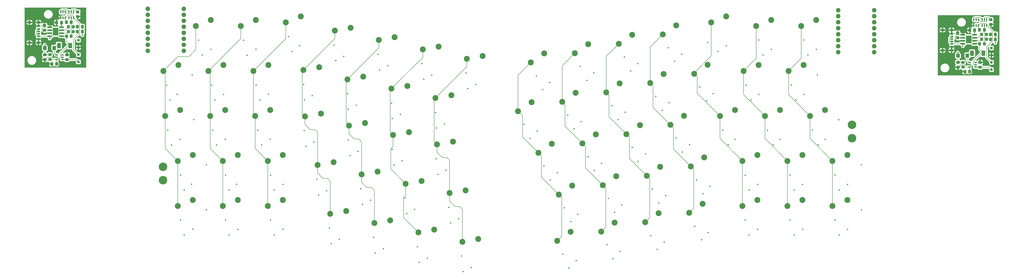
<source format=gbr>
%TF.GenerationSoftware,KiCad,Pcbnew,9.0.3*%
%TF.CreationDate,2025-11-23T22:31:57-05:00*%
%TF.ProjectId,Wren,5772656e-2e6b-4696-9361-645f70636258,rev?*%
%TF.SameCoordinates,Original*%
%TF.FileFunction,Copper,L1,Top*%
%TF.FilePolarity,Positive*%
%FSLAX46Y46*%
G04 Gerber Fmt 4.6, Leading zero omitted, Abs format (unit mm)*
G04 Created by KiCad (PCBNEW 9.0.3) date 2025-11-23 22:31:57*
%MOMM*%
%LPD*%
G01*
G04 APERTURE LIST*
G04 Aperture macros list*
%AMRoundRect*
0 Rectangle with rounded corners*
0 $1 Rounding radius*
0 $2 $3 $4 $5 $6 $7 $8 $9 X,Y pos of 4 corners*
0 Add a 4 corners polygon primitive as box body*
4,1,4,$2,$3,$4,$5,$6,$7,$8,$9,$2,$3,0*
0 Add four circle primitives for the rounded corners*
1,1,$1+$1,$2,$3*
1,1,$1+$1,$4,$5*
1,1,$1+$1,$6,$7*
1,1,$1+$1,$8,$9*
0 Add four rect primitives between the rounded corners*
20,1,$1+$1,$2,$3,$4,$5,0*
20,1,$1+$1,$4,$5,$6,$7,0*
20,1,$1+$1,$6,$7,$8,$9,0*
20,1,$1+$1,$8,$9,$2,$3,0*%
G04 Aperture macros list end*
%TA.AperFunction,ComponentPad*%
%ADD10C,2.500000*%
%TD*%
%TA.AperFunction,SMDPad,CuDef*%
%ADD11RoundRect,0.250000X-0.475000X0.337500X-0.475000X-0.337500X0.475000X-0.337500X0.475000X0.337500X0*%
%TD*%
%TA.AperFunction,SMDPad,CuDef*%
%ADD12RoundRect,0.147500X-0.457500X-0.147500X0.457500X-0.147500X0.457500X0.147500X-0.457500X0.147500X0*%
%TD*%
%TA.AperFunction,SMDPad,CuDef*%
%ADD13RoundRect,0.250000X-0.337500X-0.475000X0.337500X-0.475000X0.337500X0.475000X-0.337500X0.475000X0*%
%TD*%
%TA.AperFunction,ComponentPad*%
%ADD14R,1.000000X1.000000*%
%TD*%
%TA.AperFunction,SMDPad,CuDef*%
%ADD15RoundRect,0.250000X-0.450000X0.350000X-0.450000X-0.350000X0.450000X-0.350000X0.450000X0.350000X0*%
%TD*%
%TA.AperFunction,SMDPad,CuDef*%
%ADD16RoundRect,0.175000X-0.425000X0.175000X-0.425000X-0.175000X0.425000X-0.175000X0.425000X0.175000X0*%
%TD*%
%TA.AperFunction,SMDPad,CuDef*%
%ADD17RoundRect,0.190000X0.410000X-0.190000X0.410000X0.190000X-0.410000X0.190000X-0.410000X-0.190000X0*%
%TD*%
%TA.AperFunction,SMDPad,CuDef*%
%ADD18RoundRect,0.200000X0.400000X-0.200000X0.400000X0.200000X-0.400000X0.200000X-0.400000X-0.200000X0*%
%TD*%
%TA.AperFunction,SMDPad,CuDef*%
%ADD19RoundRect,0.175000X0.425000X-0.175000X0.425000X0.175000X-0.425000X0.175000X-0.425000X-0.175000X0*%
%TD*%
%TA.AperFunction,SMDPad,CuDef*%
%ADD20RoundRect,0.190000X-0.410000X0.190000X-0.410000X-0.190000X0.410000X-0.190000X0.410000X0.190000X0*%
%TD*%
%TA.AperFunction,SMDPad,CuDef*%
%ADD21RoundRect,0.200000X-0.400000X0.200000X-0.400000X-0.200000X0.400000X-0.200000X0.400000X0.200000X0*%
%TD*%
%TA.AperFunction,HeatsinkPad*%
%ADD22O,1.700000X1.100000*%
%TD*%
%TA.AperFunction,SMDPad,CuDef*%
%ADD23RoundRect,0.147500X0.147500X-0.457500X0.147500X0.457500X-0.147500X0.457500X-0.147500X-0.457500X0*%
%TD*%
%TA.AperFunction,SMDPad,CuDef*%
%ADD24RoundRect,0.250000X0.350000X0.450000X-0.350000X0.450000X-0.350000X-0.450000X0.350000X-0.450000X0*%
%TD*%
%TA.AperFunction,SMDPad,CuDef*%
%ADD25RoundRect,0.250000X-0.350000X-0.450000X0.350000X-0.450000X0.350000X0.450000X-0.350000X0.450000X0*%
%TD*%
%TA.AperFunction,SMDPad,CuDef*%
%ADD26R,1.600000X2.200000*%
%TD*%
%TA.AperFunction,SMDPad,CuDef*%
%ADD27RoundRect,0.147500X-0.147500X0.457500X-0.147500X-0.457500X0.147500X-0.457500X0.147500X0.457500X0*%
%TD*%
%TA.AperFunction,ComponentPad*%
%ADD28C,3.600000*%
%TD*%
%TA.AperFunction,SMDPad,CuDef*%
%ADD29RoundRect,0.250000X0.475000X-0.337500X0.475000X0.337500X-0.475000X0.337500X-0.475000X-0.337500X0*%
%TD*%
%TA.AperFunction,SMDPad,CuDef*%
%ADD30RoundRect,0.075000X-0.910000X-0.225000X0.910000X-0.225000X0.910000X0.225000X-0.910000X0.225000X0*%
%TD*%
%TA.AperFunction,SMDPad,CuDef*%
%ADD31R,2.413000X3.302000*%
%TD*%
%TA.AperFunction,SMDPad,CuDef*%
%ADD32RoundRect,0.250000X0.337500X0.475000X-0.337500X0.475000X-0.337500X-0.475000X0.337500X-0.475000X0*%
%TD*%
%TA.AperFunction,SMDPad,CuDef*%
%ADD33RoundRect,0.143397X-0.616603X-0.696603X0.616603X-0.696603X0.616603X0.696603X-0.616603X0.696603X0*%
%TD*%
%TA.AperFunction,SMDPad,CuDef*%
%ADD34RoundRect,0.250000X0.450000X-0.350000X0.450000X0.350000X-0.450000X0.350000X-0.450000X-0.350000X0*%
%TD*%
%TA.AperFunction,ComponentPad*%
%ADD35C,1.905000*%
%TD*%
%TA.AperFunction,ViaPad*%
%ADD36C,0.600000*%
%TD*%
%TA.AperFunction,Conductor*%
%ADD37C,0.200000*%
%TD*%
G04 APERTURE END LIST*
D10*
%TO.P,SW7,1,1*%
%TO.N,col6*%
X254124486Y-150603529D03*
%TO.P,SW7,2,2*%
%TO.N,Net-(D7-A)*%
X260863819Y-149439274D03*
%TD*%
%TO.P,SW17,1,1*%
%TO.N,col2*%
X164532000Y-174837500D03*
%TO.P,SW17,2,2*%
%TO.N,Net-(D17-A)*%
X170882000Y-172297500D03*
%TD*%
%TO.P,SW54,1,1*%
%TO.N,col4*%
X361314929Y-174844623D03*
%TO.P,SW54,2,2*%
%TO.N,Net-(D89-A)*%
X367664929Y-172304623D03*
%TD*%
D11*
%TO.P,C76,1*%
%TO.N,GND*%
X84865000Y-148912500D03*
%TO.P,C76,2*%
%TO.N,Net-(J12-Pin_1)*%
X84865000Y-150987500D03*
%TD*%
D12*
%TO.P,U3,1,SW*%
%TO.N,Net-(D141-A)*%
X467013500Y-152250000D03*
%TO.P,U3,2,GND*%
%TO.N,GND*%
X467013500Y-153200000D03*
%TO.P,U3,3,FB*%
%TO.N,Net-(U3-FB)*%
X467013500Y-154150000D03*
%TO.P,U3,4,EN*%
%TO.N,Net-(J7-Pin_1)*%
X469523500Y-154150000D03*
%TO.P,U3,5,IN*%
X469523500Y-153200000D03*
%TO.P,U3,6,NC*%
%TO.N,unconnected-(U3-NC-Pad6)*%
X469523500Y-152250000D03*
%TD*%
D10*
%TO.P,SW55,1,1*%
%TO.N,col5*%
X380364929Y-174844623D03*
%TO.P,SW55,2,2*%
%TO.N,Net-(D90-A)*%
X386714929Y-172304623D03*
%TD*%
D13*
%TO.P,D142,1,K*%
%TO.N,Net-(D142-K)*%
X475850000Y-140300000D03*
%TO.P,D142,2,A*%
%TO.N,Net-(D142-A)*%
X477925000Y-140300000D03*
%TD*%
D14*
%TO.P,J5,1,Pin_1*%
%TO.N,Net-(D141-K)*%
X476250000Y-146050000D03*
%TD*%
D10*
%TO.P,SW50,1,1*%
%TO.N,col0*%
X284471913Y-190451770D03*
%TO.P,SW50,2,2*%
%TO.N,Net-(D85-A)*%
X290155054Y-186647036D03*
%TD*%
%TO.P,SW14,1,1*%
%TO.N,col6*%
X240846867Y-167256841D03*
%TO.P,SW14,2,2*%
%TO.N,Net-(D14-A)*%
X247586200Y-166092586D03*
%TD*%
%TO.P,SW12,1,1*%
%TO.N,col4*%
X203579444Y-159335406D03*
%TO.P,SW12,2,2*%
%TO.N,Net-(D12-A)*%
X210318777Y-158171151D03*
%TD*%
%TO.P,SW67,1,1*%
%TO.N,col3*%
X348294485Y-215837041D03*
%TO.P,SW67,2,2*%
%TO.N,Net-(D102-A)*%
X353977626Y-212032307D03*
%TD*%
%TO.P,SW58,1,1*%
%TO.N,col1*%
X311724743Y-204134564D03*
%TO.P,SW58,2,2*%
%TO.N,Net-(D93-A)*%
X317407884Y-200329830D03*
%TD*%
D14*
%TO.P,J6,1,Pin_1*%
%TO.N,GND*%
X476250000Y-149100000D03*
%TD*%
D10*
%TO.P,SW51,1,1*%
%TO.N,col1*%
X303105625Y-186491052D03*
%TO.P,SW51,2,2*%
%TO.N,Net-(D86-A)*%
X308788766Y-182686318D03*
%TD*%
%TO.P,SW16,1,1*%
%TO.N,col1*%
X145482000Y-174837500D03*
%TO.P,SW16,2,2*%
%TO.N,Net-(D16-A)*%
X151832000Y-172297500D03*
%TD*%
%TO.P,SW37,1,1*%
%TO.N,col1*%
X299842789Y-148233429D03*
%TO.P,SW37,2,2*%
%TO.N,Net-(D72-A)*%
X305525930Y-144428695D03*
%TD*%
%TO.P,SW62,1,1*%
%TO.N,col5*%
X389889929Y-193894623D03*
%TO.P,SW62,2,2*%
%TO.N,Net-(D97-A)*%
X396239929Y-191354623D03*
%TD*%
D15*
%TO.P,R1,1*%
%TO.N,Net-(D141-K)*%
X464215000Y-152150000D03*
%TO.P,R1,2*%
%TO.N,Net-(U3-FB)*%
X464215000Y-154150000D03*
%TD*%
D13*
%TO.P,C74,1*%
%TO.N,Net-(J9-Pin_1)*%
X471162500Y-138391500D03*
%TO.P,C74,2*%
%TO.N,Net-(U4-VCC)*%
X473237500Y-138391500D03*
%TD*%
%TO.P,D145,1,K*%
%TO.N,Net-(D145-K)*%
X89300000Y-137050000D03*
%TO.P,D145,2,A*%
%TO.N,Net-(D145-A)*%
X91375000Y-137050000D03*
%TD*%
D10*
%TO.P,SW53,1,1*%
%TO.N,col3*%
X340373049Y-178569617D03*
%TO.P,SW53,2,2*%
%TO.N,Net-(D88-A)*%
X346056190Y-174764883D03*
%TD*%
D16*
%TO.P,J13,A5,CC1*%
%TO.N,unconnected-(J13-CC1-PadA5)*%
X72880000Y-139030000D03*
D17*
%TO.P,J13,A9,VBUS*%
%TO.N,Net-(D145-A)*%
X72880000Y-141050000D03*
D18*
%TO.P,J13,A12,GND*%
%TO.N,GND*%
X72880000Y-142280000D03*
D19*
%TO.P,J13,B5,CC2*%
%TO.N,unconnected-(J13-CC2-PadB5)*%
X72880000Y-140030000D03*
D20*
%TO.P,J13,B9,VBUS*%
%TO.N,Net-(D145-A)*%
X72880000Y-138010000D03*
D21*
%TO.P,J13,B12,GND*%
%TO.N,GND*%
X72880000Y-136780000D03*
D22*
%TO.P,J13,S1,SHIELD*%
X72800000Y-135210000D03*
X69000000Y-135210000D03*
X72800000Y-143850000D03*
X69000000Y-143850000D03*
%TD*%
D10*
%TO.P,SW20,1,1*%
%TO.N,col5*%
X222910838Y-182920035D03*
%TO.P,SW20,2,2*%
%TO.N,Net-(D20-A)*%
X229650171Y-181755780D03*
%TD*%
D12*
%TO.P,U6,1,SW*%
%TO.N,Net-(D144-A)*%
X80463500Y-149000000D03*
%TO.P,U6,2,GND*%
%TO.N,GND*%
X80463500Y-149950000D03*
%TO.P,U6,3,FB*%
%TO.N,Net-(U6-FB)*%
X80463500Y-150900000D03*
%TO.P,U6,4,EN*%
%TO.N,Net-(J12-Pin_1)*%
X82973500Y-150900000D03*
%TO.P,U6,5,IN*%
X82973500Y-149950000D03*
%TO.P,U6,6,NC*%
%TO.N,unconnected-(U6-NC-Pad6)*%
X82973500Y-149000000D03*
%TD*%
D11*
%TO.P,C72,1*%
%TO.N,GND*%
X471415000Y-152162500D03*
%TO.P,C72,2*%
%TO.N,Net-(J7-Pin_1)*%
X471415000Y-154237500D03*
%TD*%
D23*
%TO.P,Q2,1,S1*%
%TO.N,GND*%
X82250000Y-133300000D03*
%TO.P,Q2,2,D12*%
%TO.N,unconnected-(Q2-D12-Pad2)*%
X83200000Y-133300000D03*
%TO.P,Q2,3,S2*%
%TO.N,Net-(J14-Pin_1)*%
X84150000Y-133300000D03*
%TO.P,Q2,4,G2*%
%TO.N,Net-(Q2-G2)*%
X84150000Y-130790000D03*
%TO.P,Q2,5,D12*%
%TO.N,unconnected-(Q2-D12-Pad5)*%
X83200000Y-130790000D03*
%TO.P,Q2,6,G1*%
%TO.N,Net-(Q2-G1)*%
X82250000Y-130790000D03*
%TD*%
D10*
%TO.P,SW70,1,1*%
%TO.N,col6*%
X408939929Y-212944623D03*
%TO.P,SW70,2,2*%
%TO.N,Net-(D105-A)*%
X415289929Y-210404623D03*
%TD*%
%TO.P,SW45,1,1*%
%TO.N,col2*%
X313120219Y-164886823D03*
%TO.P,SW45,2,2*%
%TO.N,Net-(D80-A)*%
X318803360Y-161082089D03*
%TD*%
%TO.P,SW59,1,1*%
%TO.N,col2*%
X330358455Y-200173846D03*
%TO.P,SW59,2,2*%
%TO.N,Net-(D94-A)*%
X336041596Y-196369112D03*
%TD*%
%TO.P,SW64,1,1*%
%TO.N,col0*%
X292393349Y-227719194D03*
%TO.P,SW64,2,2*%
%TO.N,Net-(D99-A)*%
X298076490Y-223914460D03*
%TD*%
%TO.P,SW36,1,1*%
%TO.N,col0*%
X281209077Y-152194146D03*
%TO.P,SW36,2,2*%
%TO.N,Net-(D71-A)*%
X286892218Y-148389412D03*
%TD*%
%TO.P,SW13,1,1*%
%TO.N,col5*%
X222213155Y-163296123D03*
%TO.P,SW13,2,2*%
%TO.N,Net-(D13-A)*%
X228952488Y-162131868D03*
%TD*%
D13*
%TO.P,C78,1*%
%TO.N,Net-(J14-Pin_1)*%
X84612500Y-135141500D03*
%TO.P,C78,2*%
%TO.N,Net-(U7-VCC)*%
X86687500Y-135141500D03*
%TD*%
D10*
%TO.P,SW63,1,1*%
%TO.N,col6*%
X408939929Y-193894623D03*
%TO.P,SW63,2,2*%
%TO.N,Net-(D98-A)*%
X415289929Y-191354623D03*
%TD*%
D24*
%TO.P,R9,1*%
%TO.N,Net-(U6-FB)*%
X80465000Y-152800000D03*
%TO.P,R9,2*%
%TO.N,GND*%
X78465000Y-152800000D03*
%TD*%
D25*
%TO.P,R4,1*%
%TO.N,Net-(U5-CHRG#)*%
X472062500Y-140350000D03*
%TO.P,R4,2*%
%TO.N,Net-(D142-K)*%
X474062500Y-140350000D03*
%TD*%
D10*
%TO.P,SW11,1,1*%
%TO.N,col3*%
X184945732Y-155374688D03*
%TO.P,SW11,2,2*%
%TO.N,Net-(D11-A)*%
X191685065Y-154210433D03*
%TD*%
D25*
%TO.P,R3,1*%
%TO.N,Net-(J7-Pin_1)*%
X471250000Y-144300000D03*
%TO.P,R3,2*%
%TO.N,Net-(U4-VCC)*%
X473250000Y-144300000D03*
%TD*%
D10*
%TO.P,SW19,1,1*%
%TO.N,col4*%
X204277126Y-178959317D03*
%TO.P,SW19,2,2*%
%TO.N,Net-(D19-A)*%
X211016459Y-177795062D03*
%TD*%
%TO.P,SW41,1,1*%
%TO.N,col5*%
X376685048Y-136744629D03*
%TO.P,SW41,2,2*%
%TO.N,Net-(D76-A)*%
X383035048Y-134204629D03*
%TD*%
D14*
%TO.P,J9,1,Pin_1*%
%TO.N,Net-(J9-Pin_1)*%
X476250000Y-152150000D03*
%TD*%
D10*
%TO.P,SW43,1,1*%
%TO.N,col0*%
X275852795Y-172808258D03*
%TO.P,SW43,2,2*%
%TO.N,Net-(D78-A)*%
X281535936Y-169003524D03*
%TD*%
D13*
%TO.P,D146,1,K*%
%TO.N,Net-(D146-K)*%
X89300000Y-139150000D03*
%TO.P,D146,2,A*%
%TO.N,Net-(D145-A)*%
X91375000Y-139150000D03*
%TD*%
D26*
%TO.P,L2,1*%
%TO.N,Net-(J12-Pin_1)*%
X86275000Y-145050000D03*
%TO.P,L2,2*%
%TO.N,Net-(D144-A)*%
X81475000Y-145050000D03*
%TD*%
D10*
%TO.P,SW9,1,1*%
%TO.N,col1*%
X144782000Y-155787500D03*
%TO.P,SW9,2,2*%
%TO.N,Net-(D9-A)*%
X151132000Y-153247500D03*
%TD*%
%TO.P,SW6,1,1*%
%TO.N,col5*%
X235490774Y-146642811D03*
%TO.P,SW6,2,2*%
%TO.N,Net-(D6-A)*%
X242230107Y-145478556D03*
%TD*%
D27*
%TO.P,U4,1,OD*%
%TO.N,Net-(Q1-G2)*%
X474200000Y-134033000D03*
%TO.P,U4,2,CS*%
%TO.N,Net-(U4-CS)*%
X473250000Y-134033000D03*
%TO.P,U4,3,OC*%
%TO.N,Net-(Q1-G1)*%
X472300000Y-134033000D03*
%TO.P,U4,4,TD*%
%TO.N,unconnected-(U4-TD-Pad4)*%
X472300000Y-136543000D03*
%TO.P,U4,5,VCC*%
%TO.N,Net-(U4-VCC)*%
X473250000Y-136543000D03*
%TO.P,U4,6,GND*%
%TO.N,Net-(J9-Pin_1)*%
X474200000Y-136543000D03*
%TD*%
D10*
%TO.P,SW40,1,1*%
%TO.N,col4*%
X357635048Y-135244229D03*
%TO.P,SW40,2,2*%
%TO.N,Net-(D75-A)*%
X363985048Y-132704229D03*
%TD*%
D28*
%TO.P,J1,1,Pin_1*%
%TO.N,+5V*%
X417250000Y-178600000D03*
%TD*%
D10*
%TO.P,SW15,1,1*%
%TO.N,col0*%
X126432000Y-174837500D03*
%TO.P,SW15,2,2*%
%TO.N,Net-(D15-A)*%
X132782000Y-172297500D03*
%TD*%
%TO.P,SW56,1,1*%
%TO.N,col6*%
X399414929Y-174844623D03*
%TO.P,SW56,2,2*%
%TO.N,Net-(D91-A)*%
X405764929Y-172304623D03*
%TD*%
D25*
%TO.P,R11,1*%
%TO.N,Net-(U8-CHRG#)*%
X85512500Y-137100000D03*
%TO.P,R11,2*%
%TO.N,Net-(D145-K)*%
X87512500Y-137100000D03*
%TD*%
D10*
%TO.P,SW52,1,1*%
%TO.N,col2*%
X321739337Y-182530334D03*
%TO.P,SW52,2,2*%
%TO.N,Net-(D87-A)*%
X327422478Y-178725600D03*
%TD*%
D29*
%TO.P,C71,1*%
%TO.N,GND*%
X462065000Y-154237500D03*
%TO.P,C71,2*%
%TO.N,Net-(D141-K)*%
X462065000Y-152162500D03*
%TD*%
D10*
%TO.P,SW26,1,1*%
%TO.N,col4*%
X209633308Y-199573430D03*
%TO.P,SW26,2,2*%
%TO.N,Net-(D26-A)*%
X216372641Y-198409175D03*
%TD*%
%TO.P,SW46,1,1*%
%TO.N,col3*%
X331753931Y-160926105D03*
%TO.P,SW46,2,2*%
%TO.N,Net-(D81-A)*%
X337437072Y-157121371D03*
%TD*%
%TO.P,SW44,1,1*%
%TO.N,col1*%
X294486507Y-168847540D03*
%TO.P,SW44,2,2*%
%TO.N,Net-(D79-A)*%
X300169648Y-165042806D03*
%TD*%
D30*
%TO.P,U8,1,TEMP*%
%TO.N,GND*%
X77600000Y-137240000D03*
%TO.P,U8,2,PROG*%
%TO.N,Net-(U8-PROG)*%
X77600000Y-138510000D03*
%TO.P,U8,3,GND*%
%TO.N,GND*%
X77600000Y-139780000D03*
%TO.P,U8,4,VCC*%
%TO.N,Net-(D145-A)*%
X77600000Y-141050000D03*
%TO.P,U8,5,BAT*%
%TO.N,Net-(J12-Pin_1)*%
X82550000Y-141050000D03*
%TO.P,U8,6,STDBY#*%
%TO.N,Net-(U8-STDBY#)*%
X82550000Y-139780000D03*
%TO.P,U8,7,CHRG#*%
%TO.N,Net-(U8-CHRG#)*%
X82550000Y-138510000D03*
%TO.P,U8,8,CE*%
%TO.N,Net-(D145-A)*%
X82550000Y-137240000D03*
D31*
%TO.P,U8,9,EP*%
%TO.N,unconnected-(U8-EP-Pad9)*%
X80075000Y-139145000D03*
%TD*%
D10*
%TO.P,SW29,1,1*%
%TO.N,col0*%
X131782000Y-212937500D03*
%TO.P,SW29,2,2*%
%TO.N,Net-(D29-A)*%
X138132000Y-210397500D03*
%TD*%
D28*
%TO.P,J4,1,Pin_1*%
%TO.N,GND*%
X125550000Y-202000000D03*
%TD*%
D10*
%TO.P,SW31,1,1*%
%TO.N,col2*%
X169882000Y-212937500D03*
%TO.P,SW31,2,2*%
%TO.N,Net-(D31-A)*%
X176232000Y-210397500D03*
%TD*%
D32*
%TO.P,C73,1*%
%TO.N,Net-(D142-A)*%
X469137500Y-138550000D03*
%TO.P,C73,2*%
%TO.N,GND*%
X467062500Y-138550000D03*
%TD*%
D10*
%TO.P,SW27,1,1*%
%TO.N,col5*%
X228267020Y-203534148D03*
%TO.P,SW27,2,2*%
%TO.N,Net-(D27-A)*%
X235006353Y-202369893D03*
%TD*%
D15*
%TO.P,R5,1*%
%TO.N,Net-(U4-CS)*%
X475950000Y-134041500D03*
%TO.P,R5,2*%
%TO.N,GND*%
X475950000Y-136041500D03*
%TD*%
D29*
%TO.P,C75,1*%
%TO.N,GND*%
X75515000Y-150987500D03*
%TO.P,C75,2*%
%TO.N,Net-(D144-K)*%
X75515000Y-148912500D03*
%TD*%
D10*
%TO.P,SW24,1,1*%
%TO.N,col2*%
X169882000Y-193887500D03*
%TO.P,SW24,2,2*%
%TO.N,Net-(D24-A)*%
X176232000Y-191347500D03*
%TD*%
D27*
%TO.P,U7,1,OD*%
%TO.N,Net-(Q2-G2)*%
X87650000Y-130783000D03*
%TO.P,U7,2,CS*%
%TO.N,Net-(U7-CS)*%
X86700000Y-130783000D03*
%TO.P,U7,3,OC*%
%TO.N,Net-(Q2-G1)*%
X85750000Y-130783000D03*
%TO.P,U7,4,TD*%
%TO.N,unconnected-(U7-TD-Pad4)*%
X85750000Y-133293000D03*
%TO.P,U7,5,VCC*%
%TO.N,Net-(U7-VCC)*%
X86700000Y-133293000D03*
%TO.P,U7,6,GND*%
%TO.N,Net-(J14-Pin_1)*%
X87650000Y-133293000D03*
%TD*%
D10*
%TO.P,SW61,1,1*%
%TO.N,col4*%
X370839929Y-193894623D03*
%TO.P,SW61,2,2*%
%TO.N,Net-(D96-A)*%
X377189929Y-191354623D03*
%TD*%
%TO.P,SW1,1,1*%
%TO.N,col0*%
X139422000Y-136737500D03*
%TO.P,SW1,2,2*%
%TO.N,Net-(D1-A)*%
X145772000Y-134197500D03*
%TD*%
%TO.P,SW38,1,1*%
%TO.N,col2*%
X318476501Y-144272711D03*
%TO.P,SW38,2,2*%
%TO.N,Net-(D73-A)*%
X324159642Y-140467977D03*
%TD*%
%TO.P,SW49,1,1*%
%TO.N,col6*%
X390374929Y-155794623D03*
%TO.P,SW49,2,2*%
%TO.N,Net-(D84-A)*%
X396724929Y-153254623D03*
%TD*%
%TO.P,SW25,1,1*%
%TO.N,col3*%
X190999596Y-195612712D03*
%TO.P,SW25,2,2*%
%TO.N,Net-(D25-A)*%
X197738929Y-194448457D03*
%TD*%
%TO.P,SW10,1,1*%
%TO.N,col2*%
X163832000Y-155787500D03*
%TO.P,SW10,2,2*%
%TO.N,Net-(D10-A)*%
X170182000Y-153247500D03*
%TD*%
D14*
%TO.P,J14,1,Pin_1*%
%TO.N,Net-(J14-Pin_1)*%
X89700000Y-148900000D03*
%TD*%
D10*
%TO.P,SW5,1,1*%
%TO.N,col4*%
X216857062Y-142682093D03*
%TO.P,SW5,2,2*%
%TO.N,Net-(D5-A)*%
X223596395Y-141517838D03*
%TD*%
D33*
%TO.P,D144,1,K*%
%TO.N,Net-(D144-K)*%
X75535000Y-146050000D03*
%TO.P,D144,2,A*%
%TO.N,Net-(D144-A)*%
X79465000Y-146050000D03*
%TD*%
D10*
%TO.P,SW60,1,1*%
%TO.N,col3*%
X348992167Y-196213129D03*
%TO.P,SW60,2,2*%
%TO.N,Net-(D95-A)*%
X354675308Y-192408395D03*
%TD*%
%TO.P,SW68,1,1*%
%TO.N,col4*%
X370839929Y-212944623D03*
%TO.P,SW68,2,2*%
%TO.N,Net-(D103-A)*%
X377189929Y-210404623D03*
%TD*%
D25*
%TO.P,R13,1*%
%TO.N,Net-(U8-STDBY#)*%
X85512500Y-139100000D03*
%TO.P,R13,2*%
%TO.N,Net-(D146-K)*%
X87512500Y-139100000D03*
%TD*%
D14*
%TO.P,J11,1,Pin_1*%
%TO.N,GND*%
X89700000Y-145850000D03*
%TD*%
D10*
%TO.P,SW32,1,1*%
%TO.N,col3*%
X196355578Y-216226724D03*
%TO.P,SW32,2,2*%
%TO.N,Net-(D32-A)*%
X203094911Y-215062469D03*
%TD*%
%TO.P,SW35,1,1*%
%TO.N,col6*%
X252256713Y-228108877D03*
%TO.P,SW35,2,2*%
%TO.N,Net-(D35-A)*%
X258996046Y-226944622D03*
%TD*%
%TO.P,SW65,1,1*%
%TO.N,col1*%
X311027061Y-223758476D03*
%TO.P,SW65,2,2*%
%TO.N,Net-(D100-A)*%
X316710202Y-219953742D03*
%TD*%
%TO.P,SW8,1,1*%
%TO.N,col0*%
X125732000Y-155787500D03*
%TO.P,SW8,2,2*%
%TO.N,Net-(D8-A)*%
X132082000Y-153247500D03*
%TD*%
%TO.P,SW28,1,1*%
%TO.N,col6*%
X246900731Y-207494865D03*
%TO.P,SW28,2,2*%
%TO.N,Net-(D28-A)*%
X253640064Y-206330610D03*
%TD*%
D26*
%TO.P,L1,1*%
%TO.N,Net-(J7-Pin_1)*%
X472825000Y-148300000D03*
%TO.P,L1,2*%
%TO.N,Net-(D141-A)*%
X468025000Y-148300000D03*
%TD*%
D10*
%TO.P,SW39,1,1*%
%TO.N,col3*%
X337110213Y-140311993D03*
%TO.P,SW39,2,2*%
%TO.N,Net-(D74-A)*%
X342793354Y-136507259D03*
%TD*%
%TO.P,SW66,1,1*%
%TO.N,col2*%
X329660773Y-219797759D03*
%TO.P,SW66,2,2*%
%TO.N,Net-(D101-A)*%
X335343914Y-215993025D03*
%TD*%
D14*
%TO.P,J7,1,Pin_1*%
%TO.N,Net-(J7-Pin_1)*%
X476250000Y-155200000D03*
%TD*%
D10*
%TO.P,SW30,1,1*%
%TO.N,col1*%
X150832000Y-212937500D03*
%TO.P,SW30,2,2*%
%TO.N,Net-(D30-A)*%
X157182000Y-210397500D03*
%TD*%
D34*
%TO.P,R7,1*%
%TO.N,Net-(U5-PROG)*%
X461900000Y-141750000D03*
%TO.P,R7,2*%
%TO.N,GND*%
X461900000Y-139750000D03*
%TD*%
D10*
%TO.P,SW2,1,1*%
%TO.N,col1*%
X158472000Y-136737500D03*
%TO.P,SW2,2,2*%
%TO.N,Net-(D2-A)*%
X164822000Y-134197500D03*
%TD*%
%TO.P,SW3,1,1*%
%TO.N,col2*%
X177522000Y-135237100D03*
%TO.P,SW3,2,2*%
%TO.N,Net-(D3-A)*%
X183872000Y-132697100D03*
%TD*%
%TO.P,SW21,1,1*%
%TO.N,col6*%
X241544549Y-186880753D03*
%TO.P,SW21,2,2*%
%TO.N,Net-(D21-A)*%
X248283882Y-185716498D03*
%TD*%
%TO.P,SW34,1,1*%
%TO.N,col5*%
X233623002Y-224148159D03*
%TO.P,SW34,2,2*%
%TO.N,Net-(D34-A)*%
X240362335Y-222983904D03*
%TD*%
D33*
%TO.P,D141,1,K*%
%TO.N,Net-(D141-K)*%
X462085000Y-149300000D03*
%TO.P,D141,2,A*%
%TO.N,Net-(D141-A)*%
X466015000Y-149300000D03*
%TD*%
D10*
%TO.P,SW33,1,1*%
%TO.N,col4*%
X214989290Y-220187442D03*
%TO.P,SW33,2,2*%
%TO.N,Net-(D33-A)*%
X221728623Y-219023187D03*
%TD*%
D25*
%TO.P,R6,1*%
%TO.N,Net-(U5-STDBY#)*%
X472062500Y-142350000D03*
%TO.P,R6,2*%
%TO.N,Net-(D143-K)*%
X474062500Y-142350000D03*
%TD*%
D10*
%TO.P,SW18,1,1*%
%TO.N,col3*%
X185643414Y-174998600D03*
%TO.P,SW18,2,2*%
%TO.N,Net-(D18-A)*%
X192382747Y-173834345D03*
%TD*%
D15*
%TO.P,R12,1*%
%TO.N,Net-(U7-CS)*%
X89400000Y-130791500D03*
%TO.P,R12,2*%
%TO.N,GND*%
X89400000Y-132791500D03*
%TD*%
D10*
%TO.P,SW23,1,1*%
%TO.N,col1*%
X150832000Y-193887500D03*
%TO.P,SW23,2,2*%
%TO.N,Net-(D23-A)*%
X157182000Y-191347500D03*
%TD*%
D23*
%TO.P,Q1,1,S1*%
%TO.N,GND*%
X468800000Y-136550000D03*
%TO.P,Q1,2,D12*%
%TO.N,unconnected-(Q1-D12-Pad2)*%
X469750000Y-136550000D03*
%TO.P,Q1,3,S2*%
%TO.N,Net-(J9-Pin_1)*%
X470700000Y-136550000D03*
%TO.P,Q1,4,G2*%
%TO.N,Net-(Q1-G2)*%
X470700000Y-134040000D03*
%TO.P,Q1,5,D12*%
%TO.N,unconnected-(Q1-D12-Pad5)*%
X469750000Y-134040000D03*
%TO.P,Q1,6,G1*%
%TO.N,Net-(Q1-G1)*%
X468800000Y-134040000D03*
%TD*%
D24*
%TO.P,R2,1*%
%TO.N,Net-(U3-FB)*%
X467015000Y-156050000D03*
%TO.P,R2,2*%
%TO.N,GND*%
X465015000Y-156050000D03*
%TD*%
D34*
%TO.P,R14,1*%
%TO.N,Net-(U8-PROG)*%
X75350000Y-138500000D03*
%TO.P,R14,2*%
%TO.N,GND*%
X75350000Y-136500000D03*
%TD*%
D28*
%TO.P,J2,1,Pin_1*%
%TO.N,GND*%
X417250000Y-184250000D03*
%TD*%
D10*
%TO.P,SW4,1,1*%
%TO.N,col3*%
X198223350Y-138721376D03*
%TO.P,SW4,2,2*%
%TO.N,Net-(D4-A)*%
X204962683Y-137557121D03*
%TD*%
%TO.P,SW69,1,1*%
%TO.N,col5*%
X389889929Y-212944623D03*
%TO.P,SW69,2,2*%
%TO.N,Net-(D104-A)*%
X396239929Y-210404623D03*
%TD*%
D13*
%TO.P,D143,1,K*%
%TO.N,Net-(D143-K)*%
X475850000Y-142400000D03*
%TO.P,D143,2,A*%
%TO.N,Net-(D142-A)*%
X477925000Y-142400000D03*
%TD*%
D25*
%TO.P,R10,1*%
%TO.N,Net-(J12-Pin_1)*%
X84700000Y-141050000D03*
%TO.P,R10,2*%
%TO.N,Net-(U7-VCC)*%
X86700000Y-141050000D03*
%TD*%
D10*
%TO.P,SW22,1,1*%
%TO.N,col0*%
X131782000Y-193887500D03*
%TO.P,SW22,2,2*%
%TO.N,Net-(D22-A)*%
X138132000Y-191347500D03*
%TD*%
D14*
%TO.P,J10,1,Pin_1*%
%TO.N,Net-(D144-K)*%
X89700000Y-142800000D03*
%TD*%
D10*
%TO.P,SW42,1,1*%
%TO.N,col6*%
X395735048Y-136744629D03*
%TO.P,SW42,2,2*%
%TO.N,Net-(D77-A)*%
X402085048Y-134204629D03*
%TD*%
D16*
%TO.P,J8,A5,CC1*%
%TO.N,unconnected-(J8-CC1-PadA5)*%
X459430000Y-142280000D03*
D17*
%TO.P,J8,A9,VBUS*%
%TO.N,Net-(D142-A)*%
X459430000Y-144300000D03*
D18*
%TO.P,J8,A12,GND*%
%TO.N,GND*%
X459430000Y-145530000D03*
D19*
%TO.P,J8,B5,CC2*%
%TO.N,unconnected-(J8-CC2-PadB5)*%
X459430000Y-143280000D03*
D20*
%TO.P,J8,B9,VBUS*%
%TO.N,Net-(D142-A)*%
X459430000Y-141260000D03*
D21*
%TO.P,J8,B12,GND*%
%TO.N,GND*%
X459430000Y-140030000D03*
D22*
%TO.P,J8,S1,SHIELD*%
X459350000Y-138460000D03*
X455550000Y-138460000D03*
X459350000Y-147100000D03*
X455550000Y-147100000D03*
%TD*%
D28*
%TO.P,J3,1,Pin_1*%
%TO.N,+5V*%
X125550000Y-196350000D03*
%TD*%
D15*
%TO.P,R8,1*%
%TO.N,Net-(D144-K)*%
X77665000Y-148900000D03*
%TO.P,R8,2*%
%TO.N,Net-(U6-FB)*%
X77665000Y-150900000D03*
%TD*%
D10*
%TO.P,SW57,1,1*%
%TO.N,col0*%
X293091031Y-208095282D03*
%TO.P,SW57,2,2*%
%TO.N,Net-(D92-A)*%
X298774172Y-204290548D03*
%TD*%
%TO.P,SW47,1,1*%
%TO.N,col4*%
X350387594Y-156965387D03*
%TO.P,SW47,2,2*%
%TO.N,Net-(D82-A)*%
X356070735Y-153160653D03*
%TD*%
%TO.P,SW48,1,1*%
%TO.N,col5*%
X371324929Y-155794623D03*
%TO.P,SW48,2,2*%
%TO.N,Net-(D83-A)*%
X377674929Y-153254623D03*
%TD*%
D30*
%TO.P,U5,1,TEMP*%
%TO.N,GND*%
X464150000Y-140490000D03*
%TO.P,U5,2,PROG*%
%TO.N,Net-(U5-PROG)*%
X464150000Y-141760000D03*
%TO.P,U5,3,GND*%
%TO.N,GND*%
X464150000Y-143030000D03*
%TO.P,U5,4,VCC*%
%TO.N,Net-(D142-A)*%
X464150000Y-144300000D03*
%TO.P,U5,5,BAT*%
%TO.N,Net-(J7-Pin_1)*%
X469100000Y-144300000D03*
%TO.P,U5,6,STDBY#*%
%TO.N,Net-(U5-STDBY#)*%
X469100000Y-143030000D03*
%TO.P,U5,7,CHRG#*%
%TO.N,Net-(U5-CHRG#)*%
X469100000Y-141760000D03*
%TO.P,U5,8,CE*%
%TO.N,Net-(D142-A)*%
X469100000Y-140490000D03*
D31*
%TO.P,U5,9,EP*%
%TO.N,unconnected-(U5-EP-Pad9)*%
X466625000Y-142395000D03*
%TD*%
D32*
%TO.P,C77,1*%
%TO.N,Net-(D145-A)*%
X82587500Y-135300000D03*
%TO.P,C77,2*%
%TO.N,GND*%
X80512500Y-135300000D03*
%TD*%
D14*
%TO.P,J12,1,Pin_1*%
%TO.N,Net-(J12-Pin_1)*%
X89700000Y-151950000D03*
%TD*%
D35*
%TO.P,U1,0,GPIO0*%
%TO.N,col0*%
X119060000Y-147300000D03*
%TO.P,U1,1,GPIO1*%
%TO.N,col1*%
X119060000Y-144760000D03*
%TO.P,U1,2,GPIO2*%
%TO.N,col2*%
X119060000Y-142220000D03*
%TO.P,U1,3,GPIO3*%
%TO.N,col3*%
X119060000Y-139680000D03*
%TO.P,U1,3.3,3V3*%
%TO.N,unconnected-(U1-3V3-Pad3.3)*%
X119060000Y-134600000D03*
%TO.P,U1,4,GPIO4*%
%TO.N,col4*%
X119060000Y-137140000D03*
%TO.P,U1,5,GPIO5*%
%TO.N,row0*%
X134300000Y-129520000D03*
%TO.P,U1,5V,5V*%
%TO.N,+5V*%
X119060000Y-129520000D03*
%TO.P,U1,6,GPIO6*%
%TO.N,led*%
X134300000Y-132060000D03*
%TO.P,U1,7,GPIO7*%
%TO.N,row4*%
X134300000Y-134600000D03*
%TO.P,U1,8,GPIO8*%
%TO.N,row3*%
X134300000Y-137140000D03*
%TO.P,U1,9,GPIO9*%
%TO.N,row2*%
X134300000Y-139680000D03*
%TO.P,U1,10,GPIO10*%
%TO.N,row1*%
X134300000Y-142220000D03*
%TO.P,U1,20,GPIO20*%
%TO.N,col6*%
X134300000Y-144760000D03*
%TO.P,U1,21,GPIO21*%
%TO.N,col5*%
X134300000Y-147300000D03*
%TO.P,U1,G,GND*%
%TO.N,GND*%
X119060000Y-132060000D03*
%TD*%
%TO.P,U2,0,GPIO0*%
%TO.N,col0*%
X411380000Y-147880000D03*
%TO.P,U2,1,GPIO1*%
%TO.N,col1*%
X411380000Y-145340000D03*
%TO.P,U2,2,GPIO2*%
%TO.N,col2*%
X411380000Y-142800000D03*
%TO.P,U2,3,GPIO3*%
%TO.N,col3*%
X411380000Y-140260000D03*
%TO.P,U2,3.3,3V3*%
%TO.N,unconnected-(U2-3V3-Pad3.3)*%
X411380000Y-135180000D03*
%TO.P,U2,4,GPIO4*%
%TO.N,col4*%
X411380000Y-137720000D03*
%TO.P,U2,5,GPIO5*%
%TO.N,row0*%
X426620000Y-130100000D03*
%TO.P,U2,5V,5V*%
%TO.N,+5V*%
X411380000Y-130100000D03*
%TO.P,U2,6,GPIO6*%
%TO.N,led*%
X426620000Y-132640000D03*
%TO.P,U2,7,GPIO7*%
%TO.N,row4*%
X426620000Y-135180000D03*
%TO.P,U2,8,GPIO8*%
%TO.N,row3*%
X426620000Y-137720000D03*
%TO.P,U2,9,GPIO9*%
%TO.N,row2*%
X426620000Y-140260000D03*
%TO.P,U2,10,GPIO10*%
%TO.N,row1*%
X426620000Y-142800000D03*
%TO.P,U2,20,GPIO20*%
%TO.N,col6*%
X426620000Y-145340000D03*
%TO.P,U2,21,GPIO21*%
%TO.N,col5*%
X426620000Y-147880000D03*
%TO.P,U2,G,GND*%
%TO.N,GND*%
X411380000Y-132640000D03*
%TD*%
D36*
%TO.N,GND*%
X326750000Y-194050000D03*
X304900000Y-159750000D03*
X286300000Y-163700000D03*
X286850000Y-196050000D03*
X294800000Y-233350000D03*
X411750000Y-225250000D03*
X402921918Y-187028082D03*
X152000000Y-218950000D03*
X324150000Y-188150000D03*
X316050000Y-235250000D03*
X302250000Y-153900000D03*
X166600000Y-168100000D03*
X235150000Y-152700000D03*
X171050000Y-199900000D03*
X320900000Y-149900000D03*
X410050000Y-218950000D03*
X362500000Y-180850000D03*
X132950000Y-218950000D03*
X297400000Y-239200000D03*
X332050000Y-225450000D03*
X305500000Y-192100000D03*
X165700000Y-180850000D03*
X313450000Y-229400000D03*
X393509418Y-168090582D03*
X171050000Y-218950000D03*
X298150000Y-219600000D03*
X345400000Y-190100000D03*
X210050000Y-212250000D03*
X127032000Y-161800000D03*
X147500000Y-168100000D03*
X398550000Y-149050000D03*
X240924041Y-173400000D03*
X204000000Y-172000000D03*
X356193241Y-143755344D03*
X140600000Y-142750000D03*
X127600000Y-180850000D03*
X323550000Y-155800000D03*
X153550000Y-206250000D03*
X396850000Y-142700000D03*
X172600000Y-206150000D03*
X381449858Y-180850000D03*
X283600000Y-157850000D03*
X342750000Y-184200000D03*
X318250000Y-176350000D03*
X241250000Y-179900000D03*
X280900000Y-184300000D03*
X204700000Y-191600000D03*
X186050000Y-187650000D03*
X332750000Y-205800000D03*
X289550000Y-201950000D03*
X161200000Y-149100000D03*
X379550000Y-149050000D03*
X252650000Y-240750000D03*
X350700000Y-221500000D03*
X372000000Y-199900000D03*
X209300000Y-205650000D03*
X351400000Y-201850000D03*
X247300000Y-220150000D03*
X132950000Y-199850000D03*
X185300000Y-181050000D03*
X197900000Y-144800000D03*
X353500000Y-227300000D03*
X178700000Y-141250000D03*
X372000000Y-218950000D03*
X223300000Y-195600000D03*
X203950000Y-185050000D03*
X372400000Y-161800000D03*
X352800000Y-162600000D03*
X235900000Y-159300000D03*
X134500000Y-225250000D03*
X216550000Y-148750000D03*
X128500000Y-168150000D03*
X198650000Y-151400000D03*
X191400000Y-208300000D03*
X411800000Y-206200000D03*
X146082000Y-161800000D03*
X296900000Y-174500000D03*
X364821918Y-187028082D03*
X354100000Y-207700000D03*
X185350000Y-168000000D03*
X391450000Y-161750000D03*
X185022906Y-161500000D03*
X222550000Y-189000000D03*
X314100000Y-209750000D03*
X373700000Y-225250000D03*
X410000000Y-199850000D03*
X190650000Y-201650000D03*
X383871918Y-187028082D03*
X148200000Y-187150000D03*
X241200000Y-192950000D03*
X316750000Y-215650000D03*
X377750000Y-142700000D03*
X315500000Y-170550000D03*
X152000000Y-199900000D03*
X228700000Y-216200000D03*
X215400000Y-232850000D03*
X391000000Y-218950000D03*
X129150000Y-187150000D03*
X253800000Y-156650000D03*
X355709418Y-168390582D03*
X134500000Y-206200000D03*
X360450000Y-147550000D03*
X217250000Y-155350000D03*
X203656618Y-165500000D03*
X172600000Y-225250000D03*
X334150000Y-166550000D03*
X167250000Y-187100000D03*
X159650000Y-142750000D03*
X334750000Y-231300000D03*
X335450000Y-211650000D03*
X196750000Y-228850000D03*
X374434418Y-168065582D03*
X180250000Y-147600000D03*
X339500000Y-145950000D03*
X308200000Y-197950000D03*
X214650000Y-226250000D03*
X392750000Y-225250000D03*
X222600000Y-175950000D03*
X246550000Y-213550000D03*
X234000000Y-236800000D03*
X142150000Y-149050000D03*
X254550000Y-163300000D03*
X392750000Y-206200000D03*
X146650000Y-180850000D03*
X251900000Y-234150000D03*
X196000000Y-222300000D03*
X233250000Y-230200000D03*
X165000000Y-161800000D03*
X222290330Y-169450000D03*
X227950000Y-209600000D03*
X400450000Y-180750000D03*
X295450000Y-213750000D03*
X390950000Y-199850000D03*
X336850000Y-172450000D03*
X278356633Y-178450000D03*
X373650000Y-206200000D03*
X299600000Y-180300000D03*
X241950000Y-199550000D03*
X153550000Y-225200000D03*
X342080567Y-151650000D03*
%TO.N,+5V*%
X307903875Y-156600000D03*
X396291026Y-203791026D03*
X415349929Y-222832123D03*
X338419540Y-208550000D03*
X145828500Y-146628500D03*
X402138588Y-146638588D03*
X357053252Y-204600000D03*
X156697221Y-203747221D03*
X218796733Y-231096733D03*
X405824929Y-184732123D03*
X188711716Y-166261716D03*
X283913881Y-181200000D03*
X232083952Y-214433952D03*
X200174518Y-227124518D03*
X245346018Y-197796018D03*
X319785828Y-212500000D03*
X302547592Y-177250000D03*
X157242000Y-222825000D03*
X377249929Y-203782123D03*
X137622221Y-203772221D03*
X367724929Y-184732123D03*
X396784929Y-165682123D03*
X207400000Y-170250000D03*
X386774929Y-184732123D03*
X364045048Y-145131729D03*
X170242000Y-165675000D03*
X348434134Y-186950000D03*
X220677945Y-153577945D03*
X257947375Y-161497375D03*
X164882000Y-146600000D03*
X356355570Y-224250000D03*
X289270163Y-160600000D03*
X151892000Y-184700000D03*
X176292000Y-203775000D03*
X319088147Y-232150000D03*
X213436736Y-210486736D03*
X194814522Y-206514522D03*
X176292000Y-222800000D03*
X132842000Y-184725000D03*
X237443948Y-235043948D03*
X377249929Y-222832123D03*
X189454374Y-185904374D03*
X415341026Y-203791026D03*
X151192000Y-165675000D03*
X329800422Y-190900000D03*
X339815016Y-169300000D03*
X256066163Y-239016163D03*
X377733526Y-165683526D03*
X226013006Y-174213006D03*
X311166710Y-194900000D03*
X244660221Y-178160221D03*
X239300160Y-157550160D03*
X358448680Y-165350000D03*
X208076589Y-189876589D03*
X292532999Y-198850000D03*
X345171298Y-148700000D03*
X138192000Y-222800000D03*
X383095048Y-146632129D03*
X250706166Y-218406166D03*
X301152117Y-216500000D03*
X226723804Y-193823804D03*
X396291026Y-222841026D03*
X337721858Y-228200000D03*
X183367021Y-145117021D03*
X202030730Y-149630730D03*
X131572221Y-165672221D03*
X300454435Y-236100000D03*
X170942000Y-184700000D03*
X321181304Y-173250000D03*
X326537586Y-152650000D03*
%TO.N,Net-(D141-K)*%
X462100000Y-147950000D03*
%TO.N,Net-(D142-A)*%
X469150000Y-139750000D03*
X477900000Y-143900000D03*
X464150000Y-145300000D03*
%TO.N,row1*%
X402550000Y-157400000D03*
X137900000Y-157500000D03*
%TO.N,row2*%
X138550000Y-176400000D03*
X411600000Y-176450000D03*
%TO.N,row3*%
X143900000Y-195500000D03*
X421200000Y-195500000D03*
%TO.N,row4*%
X421200000Y-214550000D03*
X143900000Y-214550000D03*
%TO.N,Net-(D144-K)*%
X75550000Y-144700000D03*
%TO.N,Net-(D145-A)*%
X91350000Y-140650000D03*
X82600000Y-136500000D03*
X77600000Y-142050000D03*
%TD*%
D37*
%TO.N,GND*%
X464150000Y-143030000D02*
X461593840Y-143030000D01*
X81369500Y-150562638D02*
X81369500Y-153481660D01*
X74349000Y-139085160D02*
X74349000Y-137914840D01*
X75023840Y-137240000D02*
X77600000Y-137240000D01*
X80463500Y-149950000D02*
X80170138Y-149950000D01*
X462701000Y-147601000D02*
X462200000Y-147100000D01*
X467013500Y-153200000D02*
X466720138Y-153200000D01*
X80463500Y-149950000D02*
X80756862Y-149950000D01*
X77600000Y-139780000D02*
X75043840Y-139780000D01*
X465210348Y-150441000D02*
X462701000Y-147931652D01*
X461573840Y-140490000D02*
X464150000Y-140490000D01*
X461620000Y-140030000D02*
X461900000Y-139750000D01*
X76151000Y-144351000D02*
X75650000Y-143850000D01*
X466090000Y-138550000D02*
X467062500Y-138550000D01*
X75650000Y-143850000D02*
X72800000Y-143850000D01*
X459430000Y-140030000D02*
X461620000Y-140030000D01*
X81050160Y-153801000D02*
X79466000Y-153801000D01*
X465210348Y-151690210D02*
X465210348Y-150441000D01*
X467600160Y-157051000D02*
X466016000Y-157051000D01*
X80463500Y-149950000D02*
X76552500Y-149950000D01*
X467013500Y-153200000D02*
X463102500Y-153200000D01*
X72880000Y-136780000D02*
X75070000Y-136780000D01*
X464150000Y-140490000D02*
X466090000Y-138550000D01*
X466720138Y-153200000D02*
X465210348Y-151690210D01*
X463102500Y-153200000D02*
X462065000Y-154237500D01*
X79466000Y-153801000D02*
X78465000Y-152800000D01*
X460899000Y-142335160D02*
X460899000Y-141164840D01*
X462701000Y-147931652D02*
X462701000Y-147601000D01*
X74349000Y-137914840D02*
X75023840Y-137240000D01*
X75070000Y-136780000D02*
X75350000Y-136500000D01*
X81369500Y-153481660D02*
X81050160Y-153801000D01*
X460899000Y-141164840D02*
X461573840Y-140490000D01*
X79540000Y-135300000D02*
X80512500Y-135300000D01*
X467013500Y-153200000D02*
X467306862Y-153200000D01*
X76552500Y-149950000D02*
X75515000Y-150987500D01*
X467919500Y-156731660D02*
X467600160Y-157051000D01*
X77600000Y-137240000D02*
X79540000Y-135300000D01*
X467306862Y-153200000D02*
X467919500Y-153812638D01*
X461593840Y-143030000D02*
X460899000Y-142335160D01*
X80756862Y-149950000D02*
X81369500Y-150562638D01*
X466016000Y-157051000D02*
X465015000Y-156050000D01*
X76151000Y-144681652D02*
X76151000Y-144351000D01*
X80170138Y-149950000D02*
X78660348Y-148440210D01*
X462200000Y-147100000D02*
X459350000Y-147100000D01*
X75043840Y-139780000D02*
X74349000Y-139085160D01*
X78660348Y-147191000D02*
X76151000Y-144681652D01*
X78660348Y-148440210D02*
X78660348Y-147191000D01*
X467919500Y-153812638D02*
X467919500Y-156731660D01*
%TO.N,Net-(U4-VCC)*%
X473250000Y-138379000D02*
X473237500Y-138391500D01*
X473161500Y-144211500D02*
X473250000Y-144300000D01*
X473161500Y-138467500D02*
X473161500Y-144211500D01*
X473237500Y-138391500D02*
X473161500Y-138467500D01*
X473250000Y-136543000D02*
X473250000Y-138379000D01*
%TO.N,Net-(U3-FB)*%
X467013500Y-156048500D02*
X467015000Y-156050000D01*
X464215000Y-154150000D02*
X467013500Y-154150000D01*
X467013500Y-154150000D02*
X467013500Y-156048500D01*
%TO.N,Net-(U5-CHRG#)*%
X472062500Y-140350000D02*
X470652500Y-141760000D01*
X470652500Y-141760000D02*
X469100000Y-141760000D01*
%TO.N,Net-(U4-CS)*%
X475035500Y-133127000D02*
X475950000Y-134041500D01*
X473250000Y-133428001D02*
X473551001Y-133127000D01*
X473551001Y-133127000D02*
X475035500Y-133127000D01*
X473250000Y-134033000D02*
X473250000Y-133428001D01*
%TO.N,Net-(U5-STDBY#)*%
X471382500Y-143030000D02*
X469100000Y-143030000D01*
X472062500Y-142350000D02*
X471382500Y-143030000D01*
%TO.N,Net-(U5-PROG)*%
X461900000Y-141750000D02*
X464140000Y-141750000D01*
X464140000Y-141750000D02*
X464150000Y-141760000D01*
%TO.N,Net-(Q1-G2)*%
X471599000Y-134939000D02*
X470700000Y-134040000D01*
X474200000Y-134033000D02*
X474200000Y-134637999D01*
X474200000Y-134637999D02*
X473898999Y-134939000D01*
X473898999Y-134939000D02*
X471599000Y-134939000D01*
%TO.N,Net-(Q1-G1)*%
X469101001Y-133134000D02*
X471401000Y-133134000D01*
X468800000Y-134040000D02*
X468800000Y-133435001D01*
X471401000Y-133134000D02*
X472300000Y-134033000D01*
X468800000Y-133435001D02*
X469101001Y-133134000D01*
%TO.N,col0*%
X285721912Y-191701769D02*
X285721912Y-200726163D01*
X293091031Y-208095282D02*
X294341030Y-209345281D01*
X139422000Y-136737500D02*
X139422000Y-146778000D01*
X277756633Y-174712096D02*
X275852795Y-172808258D01*
X277756633Y-183736490D02*
X277756633Y-174712096D01*
X136500000Y-149700000D02*
X131819500Y-149700000D01*
X126432000Y-156487500D02*
X125732000Y-155787500D01*
X284471913Y-190451770D02*
X285721912Y-191701769D01*
X126432000Y-188537500D02*
X126432000Y-174837500D01*
X285721912Y-200726163D02*
X293091031Y-208095282D01*
X284471913Y-190451770D02*
X277756633Y-183736490D01*
X294341030Y-209345281D02*
X294341030Y-225771513D01*
X281209077Y-152194146D02*
X275852795Y-157550428D01*
X294341030Y-225771513D02*
X292393349Y-227719194D01*
X131782000Y-193887500D02*
X126432000Y-188537500D01*
X131782000Y-193887500D02*
X131782000Y-212937500D01*
X275852795Y-157550428D02*
X275852795Y-172808258D01*
X126432000Y-174837500D02*
X126432000Y-156487500D01*
X139422000Y-146778000D02*
X136500000Y-149700000D01*
X131819500Y-149700000D02*
X125732000Y-155787500D01*
%TO.N,Net-(D141-K)*%
X464202500Y-152162500D02*
X464215000Y-152150000D01*
X462085000Y-152142500D02*
X462065000Y-152162500D01*
X462065000Y-152162500D02*
X464202500Y-152162500D01*
X462100000Y-149285000D02*
X462085000Y-149300000D01*
X462100000Y-147950000D02*
X462100000Y-149285000D01*
X462085000Y-149300000D02*
X462085000Y-152142500D01*
%TO.N,Net-(D142-A)*%
X477925000Y-140300000D02*
X477925000Y-142400000D01*
X459430000Y-141260000D02*
X459171986Y-141260000D01*
X477925000Y-143875000D02*
X477900000Y-143900000D01*
X477925000Y-142400000D02*
X477925000Y-143875000D01*
X469137500Y-138550000D02*
X469137500Y-139737500D01*
X459171986Y-144300000D02*
X459430000Y-144300000D01*
X459171986Y-141260000D02*
X458529000Y-141902986D01*
X458529000Y-143657014D02*
X459171986Y-144300000D01*
X469150000Y-140440000D02*
X469100000Y-140490000D01*
X458529000Y-141902986D02*
X458529000Y-143657014D01*
X469150000Y-139750000D02*
X469150000Y-140440000D01*
X469137500Y-139737500D02*
X469150000Y-139750000D01*
X459430000Y-144300000D02*
X464150000Y-144300000D01*
X464150000Y-144300000D02*
X464150000Y-145300000D01*
%TO.N,Net-(D141-A)*%
X466015000Y-149300000D02*
X466015000Y-151251500D01*
X466015000Y-151251500D02*
X467013500Y-152250000D01*
X467015000Y-148300000D02*
X466015000Y-149300000D01*
X468025000Y-148300000D02*
X467015000Y-148300000D01*
%TO.N,Net-(D142-K)*%
X474062500Y-140350000D02*
X475800000Y-140350000D01*
X475800000Y-140350000D02*
X475850000Y-140300000D01*
%TO.N,Net-(D143-K)*%
X474062500Y-142350000D02*
X475800000Y-142350000D01*
X475800000Y-142350000D02*
X475850000Y-142400000D01*
%TO.N,col1*%
X158472000Y-142097500D02*
X158472000Y-136737500D01*
X299842789Y-148233429D02*
X294486507Y-153589711D01*
X312974742Y-205384563D02*
X312974742Y-221810795D01*
X145482000Y-188537500D02*
X145482000Y-174837500D01*
X144782000Y-155787500D02*
X158472000Y-142097500D01*
X304355624Y-196765445D02*
X311724743Y-204134564D01*
X145482000Y-156487500D02*
X144782000Y-155787500D01*
X311724743Y-204134564D02*
X312974742Y-205384563D01*
X294486507Y-168847540D02*
X295736506Y-170097539D01*
X295736506Y-170097539D02*
X295736506Y-179121933D01*
X145482000Y-174837500D02*
X145482000Y-156487500D01*
X295736506Y-179121933D02*
X303105625Y-186491052D01*
X294486507Y-153589711D02*
X294486507Y-168847540D01*
X304355624Y-187741051D02*
X304355624Y-196765445D01*
X150832000Y-193887500D02*
X145482000Y-188537500D01*
X312974742Y-221810795D02*
X311027061Y-223758476D01*
X303105625Y-186491052D02*
X304355624Y-187741051D01*
X150832000Y-212937500D02*
X150832000Y-193887500D01*
%TO.N,col2*%
X314370218Y-175161215D02*
X321739337Y-182530334D01*
X314370218Y-166136822D02*
X314370218Y-175161215D01*
X164532000Y-188537500D02*
X164532000Y-174837500D01*
X322989336Y-192804727D02*
X330358455Y-200173846D01*
X313120219Y-149628993D02*
X313120219Y-164886823D01*
X313120219Y-164886823D02*
X314370218Y-166136822D01*
X330358455Y-200173846D02*
X331608454Y-201423845D01*
X169882000Y-193887500D02*
X169882000Y-212937500D01*
X163832000Y-155787500D02*
X163832000Y-174137500D01*
X321739337Y-182530334D02*
X322989336Y-183780333D01*
X169882000Y-193887500D02*
X164532000Y-188537500D01*
X322989336Y-183780333D02*
X322989336Y-192804727D01*
X177522000Y-142097500D02*
X163832000Y-155787500D01*
X318476501Y-144272711D02*
X313120219Y-149628993D01*
X177522000Y-135237100D02*
X177522000Y-142097500D01*
X163832000Y-174137500D02*
X164532000Y-174837500D01*
X331608454Y-201423845D02*
X331608454Y-217850078D01*
X331608454Y-217850078D02*
X329660773Y-219797759D01*
%TO.N,col3*%
X348992167Y-196213129D02*
X350242166Y-197463128D01*
X333003930Y-162176104D02*
X333003930Y-171200498D01*
X196355578Y-216226724D02*
X196355578Y-202423870D01*
X198223350Y-142097070D02*
X198223350Y-138721376D01*
X190999596Y-181809958D02*
X189815877Y-180626239D01*
X189815877Y-180626239D02*
X187868245Y-180626239D01*
X190999596Y-199015520D02*
X190999596Y-195612712D01*
X184422906Y-173778092D02*
X184422906Y-155897514D01*
X184422906Y-155897514D02*
X184945732Y-155374688D01*
X331753931Y-160926105D02*
X333003930Y-162176104D01*
X185643414Y-178401408D02*
X185643414Y-174998600D01*
X331753931Y-145668275D02*
X331753931Y-160926105D01*
X341623048Y-188844010D02*
X348992167Y-196213129D01*
X196355578Y-202423870D02*
X195172059Y-201240351D01*
X187868245Y-180626239D02*
X185643414Y-178401408D01*
X184945732Y-155374688D02*
X198223350Y-142097070D01*
X350242166Y-213889360D02*
X348294485Y-215837041D01*
X193224427Y-201240351D02*
X190999596Y-199015520D01*
X190999596Y-195612712D02*
X190999596Y-181809958D01*
X185643414Y-174998600D02*
X184422906Y-173778092D01*
X340373049Y-178569617D02*
X341623048Y-179819616D01*
X341623048Y-179819616D02*
X341623048Y-188844010D01*
X333003930Y-171200498D02*
X340373049Y-178569617D01*
X337110213Y-140311993D02*
X331753931Y-145668275D01*
X195172059Y-201240351D02*
X193224427Y-201240351D01*
X350242166Y-197463128D02*
X350242166Y-213889360D01*
%TO.N,col4*%
X361314929Y-174844623D02*
X361314929Y-184369623D01*
X361314929Y-184369623D02*
X370839929Y-193894623D01*
X350387594Y-156650348D02*
X350387594Y-156965387D01*
X370839929Y-193894623D02*
X370839929Y-212944623D01*
X216857062Y-146057788D02*
X216857062Y-142682093D01*
X203056618Y-159858232D02*
X203579444Y-159335406D01*
X350387594Y-156965387D02*
X351637593Y-158215386D01*
X203056618Y-177738809D02*
X203056618Y-159858232D01*
X208449589Y-184586956D02*
X206501957Y-184586956D01*
X203579444Y-159335406D02*
X216857062Y-146057788D01*
X209633308Y-185770675D02*
X208449589Y-184586956D01*
X214989290Y-220187442D02*
X214989290Y-206384588D01*
X204277126Y-178959317D02*
X203056618Y-177738809D01*
X209633308Y-199573430D02*
X209633308Y-185770675D01*
X357635048Y-149402894D02*
X350387594Y-156650348D01*
X206501957Y-184586956D02*
X204277126Y-182362125D01*
X214989290Y-206384588D02*
X213805771Y-205201069D01*
X357635048Y-135244229D02*
X357635048Y-149402894D01*
X213805771Y-205201069D02*
X211858139Y-205201069D01*
X211858139Y-205201069D02*
X209633308Y-202976238D01*
X351637593Y-165167287D02*
X361314929Y-174844623D01*
X204277126Y-182362125D02*
X204277126Y-178959317D01*
X351637593Y-158215386D02*
X351637593Y-165167287D01*
X209633308Y-202976238D02*
X209633308Y-199573430D01*
%TO.N,col5*%
X376685048Y-150434504D02*
X371324929Y-155794623D01*
X222910838Y-187789219D02*
X221949000Y-188751057D01*
X235490774Y-146642811D02*
X235490774Y-150018504D01*
X228267020Y-203534148D02*
X228267020Y-208433037D01*
X221689330Y-163819948D02*
X221689330Y-181698527D01*
X221689330Y-181698527D02*
X222910838Y-182920035D01*
X227349000Y-209351057D02*
X227349000Y-217874157D01*
X227349000Y-217874157D02*
X233623002Y-224148159D01*
X235490774Y-150018504D02*
X222213155Y-163296123D01*
X371324929Y-155794623D02*
X371324929Y-165804623D01*
X228267020Y-208433037D02*
X227349000Y-209351057D01*
X222213155Y-163296123D02*
X221689330Y-163819948D01*
X221949000Y-188751057D02*
X221949000Y-197216128D01*
X380364929Y-184369623D02*
X389889929Y-193894623D01*
X389889929Y-193894623D02*
X389889929Y-212944623D01*
X222910838Y-182920035D02*
X222910838Y-187789219D01*
X380364929Y-174844623D02*
X380364929Y-184369623D01*
X221949000Y-197216128D02*
X228267020Y-203534148D01*
X371324929Y-165804623D02*
X380364929Y-174844623D01*
X376685048Y-136744629D02*
X376685048Y-150434504D01*
%TO.N,col6*%
X246900731Y-210897673D02*
X246900731Y-207494865D01*
X390374929Y-165804623D02*
X399414929Y-174844623D01*
X254124486Y-153979222D02*
X254124486Y-150603529D01*
X245717012Y-192508392D02*
X243769380Y-192508392D01*
X241544549Y-186880753D02*
X240324041Y-185660245D01*
X399414929Y-184369623D02*
X408939929Y-193894623D01*
X390374929Y-155794623D02*
X390374929Y-165804623D01*
X243769380Y-192508392D02*
X241544549Y-190283561D01*
X252256713Y-214306023D02*
X251073194Y-213122504D01*
X240324041Y-167779667D02*
X240846867Y-167256841D01*
X241544549Y-190283561D02*
X241544549Y-186880753D01*
X249125562Y-213122504D02*
X246900731Y-210897673D01*
X252256713Y-228108877D02*
X252256713Y-214306023D01*
X399414929Y-174844623D02*
X399414929Y-184369623D01*
X395735048Y-150434504D02*
X395735048Y-136744629D01*
X246900731Y-193692111D02*
X245717012Y-192508392D01*
X390374929Y-155794623D02*
X395735048Y-150434504D01*
X251073194Y-213122504D02*
X249125562Y-213122504D01*
X408939929Y-193894623D02*
X408939929Y-212944623D01*
X246900731Y-207494865D02*
X246900731Y-193692111D01*
X240846867Y-167256841D02*
X254124486Y-153979222D01*
X240324041Y-185660245D02*
X240324041Y-167779667D01*
%TO.N,Net-(J7-Pin_1)*%
X469523500Y-154150000D02*
X471327500Y-154150000D01*
X468617500Y-151507500D02*
X468617500Y-152898999D01*
X471250000Y-144300000D02*
X471250000Y-146725000D01*
X475287500Y-154237500D02*
X476250000Y-155200000D01*
X471250000Y-146725000D02*
X472825000Y-148300000D01*
X468617500Y-152898999D02*
X468918501Y-153200000D01*
X469523500Y-153200000D02*
X469523500Y-154150000D01*
X472825000Y-148300000D02*
X471825000Y-148300000D01*
X471327500Y-154150000D02*
X471415000Y-154237500D01*
X471825000Y-148300000D02*
X468617500Y-151507500D01*
X471415000Y-154237500D02*
X475287500Y-154237500D01*
X468918501Y-153200000D02*
X469523500Y-153200000D01*
X469100000Y-144300000D02*
X471250000Y-144300000D01*
%TO.N,Net-(J9-Pin_1)*%
X473898999Y-135637000D02*
X471613000Y-135637000D01*
X474200000Y-135938001D02*
X473898999Y-135637000D01*
X474200000Y-136543000D02*
X476738500Y-139081500D01*
X476738500Y-139081500D02*
X476738500Y-143110160D01*
X470700000Y-137929000D02*
X471162500Y-138391500D01*
X474200000Y-136543000D02*
X474200000Y-135938001D01*
X474200000Y-150100000D02*
X476250000Y-152150000D01*
X474200000Y-145648660D02*
X474200000Y-150100000D01*
X471613000Y-135637000D02*
X470700000Y-136550000D01*
X470700000Y-136550000D02*
X470700000Y-137929000D01*
X476738500Y-143110160D02*
X474200000Y-145648660D01*
%TO.N,Net-(D144-K)*%
X75550000Y-144700000D02*
X75550000Y-146035000D01*
X75550000Y-146035000D02*
X75535000Y-146050000D01*
X77652500Y-148912500D02*
X77665000Y-148900000D01*
X75515000Y-148912500D02*
X77652500Y-148912500D01*
X75535000Y-148892500D02*
X75515000Y-148912500D01*
X75535000Y-146050000D02*
X75535000Y-148892500D01*
%TO.N,Net-(J12-Pin_1)*%
X84700000Y-141050000D02*
X84700000Y-143475000D01*
X82067500Y-148257500D02*
X82067500Y-149648999D01*
X84777500Y-150900000D02*
X84865000Y-150987500D01*
X84865000Y-150987500D02*
X88737500Y-150987500D01*
X85275000Y-145050000D02*
X82067500Y-148257500D01*
X82973500Y-149950000D02*
X82973500Y-150900000D01*
X82067500Y-149648999D02*
X82368501Y-149950000D01*
X82550000Y-141050000D02*
X84700000Y-141050000D01*
X88737500Y-150987500D02*
X89700000Y-151950000D01*
X82973500Y-150900000D02*
X84777500Y-150900000D01*
X86275000Y-145050000D02*
X85275000Y-145050000D01*
X82368501Y-149950000D02*
X82973500Y-149950000D01*
X84700000Y-143475000D02*
X86275000Y-145050000D01*
%TO.N,Net-(D145-A)*%
X91375000Y-139150000D02*
X91375000Y-140625000D01*
X82600000Y-136500000D02*
X82600000Y-137190000D01*
X72621986Y-138010000D02*
X71979000Y-138652986D01*
X72880000Y-138010000D02*
X72621986Y-138010000D01*
X91375000Y-140625000D02*
X91350000Y-140650000D01*
X77600000Y-141050000D02*
X77600000Y-142050000D01*
X72621986Y-141050000D02*
X72880000Y-141050000D01*
X91375000Y-137050000D02*
X91375000Y-139150000D01*
X82587500Y-136487500D02*
X82600000Y-136500000D01*
X71979000Y-138652986D02*
X71979000Y-140407014D01*
X72880000Y-141050000D02*
X77600000Y-141050000D01*
X71979000Y-140407014D02*
X72621986Y-141050000D01*
X82587500Y-135300000D02*
X82587500Y-136487500D01*
X82600000Y-137190000D02*
X82550000Y-137240000D01*
%TO.N,Net-(J14-Pin_1)*%
X87348999Y-132387000D02*
X85063000Y-132387000D01*
X87650000Y-142398660D02*
X87650000Y-146850000D01*
X85063000Y-132387000D02*
X84150000Y-133300000D01*
X90188500Y-139860160D02*
X87650000Y-142398660D01*
X84150000Y-134679000D02*
X84612500Y-135141500D01*
X84150000Y-133300000D02*
X84150000Y-134679000D01*
X90188500Y-135831500D02*
X90188500Y-139860160D01*
X87650000Y-133293000D02*
X87650000Y-132688001D01*
X87650000Y-132688001D02*
X87348999Y-132387000D01*
X87650000Y-133293000D02*
X90188500Y-135831500D01*
X87650000Y-146850000D02*
X89700000Y-148900000D01*
%TO.N,Net-(U7-VCC)*%
X86700000Y-135129000D02*
X86687500Y-135141500D01*
X86611500Y-135217500D02*
X86611500Y-140961500D01*
X86687500Y-135141500D02*
X86611500Y-135217500D01*
X86700000Y-133293000D02*
X86700000Y-135129000D01*
X86611500Y-140961500D02*
X86700000Y-141050000D01*
%TO.N,Net-(D144-A)*%
X81475000Y-145050000D02*
X80465000Y-145050000D01*
X79465000Y-148001500D02*
X80463500Y-149000000D01*
X79465000Y-146050000D02*
X79465000Y-148001500D01*
X80465000Y-145050000D02*
X79465000Y-146050000D01*
%TO.N,Net-(D145-K)*%
X87512500Y-137100000D02*
X89250000Y-137100000D01*
X89250000Y-137100000D02*
X89300000Y-137050000D01*
%TO.N,Net-(D146-K)*%
X87512500Y-139100000D02*
X89250000Y-139100000D01*
X89250000Y-139100000D02*
X89300000Y-139150000D01*
%TO.N,Net-(Q2-G2)*%
X85049000Y-131689000D02*
X84150000Y-130790000D01*
X87650000Y-131387999D02*
X87348999Y-131689000D01*
X87650000Y-130783000D02*
X87650000Y-131387999D01*
X87348999Y-131689000D02*
X85049000Y-131689000D01*
%TO.N,Net-(Q2-G1)*%
X82250000Y-130185001D02*
X82551001Y-129884000D01*
X82250000Y-130790000D02*
X82250000Y-130185001D01*
X84851000Y-129884000D02*
X85750000Y-130783000D01*
X82551001Y-129884000D02*
X84851000Y-129884000D01*
%TO.N,Net-(U6-FB)*%
X77665000Y-150900000D02*
X80463500Y-150900000D01*
X80463500Y-152798500D02*
X80465000Y-152800000D01*
X80463500Y-150900000D02*
X80463500Y-152798500D01*
%TO.N,Net-(U8-CHRG#)*%
X84102500Y-138510000D02*
X82550000Y-138510000D01*
X85512500Y-137100000D02*
X84102500Y-138510000D01*
%TO.N,Net-(U7-CS)*%
X86700000Y-130178001D02*
X87001001Y-129877000D01*
X86700000Y-130783000D02*
X86700000Y-130178001D01*
X87001001Y-129877000D02*
X88485500Y-129877000D01*
X88485500Y-129877000D02*
X89400000Y-130791500D01*
%TO.N,Net-(U8-STDBY#)*%
X85512500Y-139100000D02*
X84832500Y-139780000D01*
X84832500Y-139780000D02*
X82550000Y-139780000D01*
%TO.N,Net-(U8-PROG)*%
X75350000Y-138500000D02*
X77590000Y-138500000D01*
X77590000Y-138500000D02*
X77600000Y-138510000D01*
%TD*%
%TA.AperFunction,Conductor*%
%TO.N,GND*%
G36*
X78993813Y-148429776D02*
G01*
X79007146Y-148427859D01*
X79027288Y-148437057D01*
X79048924Y-148441764D01*
X79066653Y-148455034D01*
X79070702Y-148456884D01*
X79077173Y-148462909D01*
X79096284Y-148482020D01*
X79096286Y-148482021D01*
X79103355Y-148489090D01*
X79321681Y-148707416D01*
X79355166Y-148768739D01*
X79358000Y-148795097D01*
X79358000Y-149212947D01*
X79360890Y-149249673D01*
X79360891Y-149249679D01*
X79406567Y-149406892D01*
X79406570Y-149406901D01*
X79409808Y-149412376D01*
X79426986Y-149480101D01*
X79409808Y-149538605D01*
X79407034Y-149543294D01*
X79407029Y-149543308D01*
X79361505Y-149699998D01*
X79361507Y-149700000D01*
X79633324Y-149700000D01*
X79696443Y-149717266D01*
X79746603Y-149746931D01*
X79746605Y-149746931D01*
X79746606Y-149746932D01*
X79746607Y-149746933D01*
X79903820Y-149792608D01*
X79903823Y-149792608D01*
X79903825Y-149792609D01*
X79940560Y-149795500D01*
X79940568Y-149795500D01*
X80339500Y-149795500D01*
X80348185Y-149798050D01*
X80357147Y-149796762D01*
X80381187Y-149807740D01*
X80406539Y-149815185D01*
X80412466Y-149822025D01*
X80420703Y-149825787D01*
X80434992Y-149848021D01*
X80452294Y-149867989D01*
X80454581Y-149878503D01*
X80458477Y-149884565D01*
X80463500Y-149919500D01*
X80463500Y-149980500D01*
X80443815Y-150047539D01*
X80391011Y-150093294D01*
X80339500Y-150104500D01*
X79940552Y-150104500D01*
X79903826Y-150107390D01*
X79903820Y-150107391D01*
X79746607Y-150153066D01*
X79746606Y-150153067D01*
X79746603Y-150153069D01*
X79698793Y-150181344D01*
X79696444Y-150182733D01*
X79633324Y-150200000D01*
X79361507Y-150200000D01*
X79324304Y-150249549D01*
X79320769Y-150246895D01*
X79306115Y-150269513D01*
X79242452Y-150298302D01*
X79225260Y-150299500D01*
X78910908Y-150299500D01*
X78843869Y-150279815D01*
X78805363Y-150235728D01*
X78803605Y-150236813D01*
X78799814Y-150230666D01*
X78707712Y-150081344D01*
X78614049Y-149987681D01*
X78580564Y-149926358D01*
X78585548Y-149856666D01*
X78614049Y-149812319D01*
X78643304Y-149783064D01*
X78707712Y-149718656D01*
X78799814Y-149569334D01*
X78854999Y-149402797D01*
X78865500Y-149300009D01*
X78865499Y-148550596D01*
X78871736Y-148529352D01*
X78873316Y-148507266D01*
X78881388Y-148496482D01*
X78885183Y-148483558D01*
X78901917Y-148469057D01*
X78915187Y-148451331D01*
X78927807Y-148446623D01*
X78937987Y-148437803D01*
X78959903Y-148434651D01*
X78980651Y-148426913D01*
X78993813Y-148429776D01*
G37*
%TD.AperFunction*%
%TA.AperFunction,Conductor*%
G36*
X74185703Y-139131662D02*
G01*
X74210097Y-139163987D01*
X74211395Y-139163187D01*
X74215185Y-139169332D01*
X74215186Y-139169334D01*
X74307288Y-139318656D01*
X74431344Y-139442712D01*
X74580666Y-139534814D01*
X74747203Y-139589999D01*
X74849991Y-139600500D01*
X75850008Y-139600499D01*
X75850016Y-139600498D01*
X75850019Y-139600498D01*
X75906302Y-139594748D01*
X75952797Y-139589999D01*
X76114869Y-139536293D01*
X76153870Y-139530000D01*
X77476000Y-139530000D01*
X77543039Y-139549685D01*
X77588794Y-139602489D01*
X77600000Y-139654000D01*
X77600000Y-139906000D01*
X77580315Y-139973039D01*
X77527511Y-140018794D01*
X77476000Y-140030000D01*
X76115000Y-140030000D01*
X76115000Y-140042697D01*
X76129800Y-140155104D01*
X76129801Y-140155108D01*
X76180724Y-140278048D01*
X76188193Y-140347517D01*
X76156918Y-140409996D01*
X76096829Y-140445648D01*
X76066163Y-140449500D01*
X74099022Y-140449500D01*
X74031983Y-140429815D01*
X73986228Y-140377011D01*
X73975531Y-140314279D01*
X73980500Y-140259592D01*
X73980500Y-139800408D01*
X73978445Y-139777795D01*
X73974315Y-139732343D01*
X73933231Y-139600500D01*
X73923281Y-139568568D01*
X73926021Y-139567713D01*
X73918264Y-139511727D01*
X73924143Y-139491700D01*
X73923281Y-139491432D01*
X73948316Y-139411088D01*
X73974315Y-139327657D01*
X73980500Y-139259594D01*
X73980500Y-139225375D01*
X74000185Y-139158336D01*
X74052989Y-139112581D01*
X74122147Y-139102637D01*
X74185703Y-139131662D01*
G37*
%TD.AperFunction*%
%TA.AperFunction,Conductor*%
G36*
X92992539Y-128970185D02*
G01*
X93038294Y-129022989D01*
X93049500Y-129074500D01*
X93049500Y-154275500D01*
X93029815Y-154342539D01*
X92977011Y-154388294D01*
X92925500Y-154399500D01*
X67074500Y-154399500D01*
X67007461Y-154379815D01*
X66961706Y-154327011D01*
X66950500Y-154275500D01*
X66950500Y-153299986D01*
X77365001Y-153299986D01*
X77375494Y-153402697D01*
X77430641Y-153569119D01*
X77430643Y-153569124D01*
X77522684Y-153718345D01*
X77646654Y-153842315D01*
X77795875Y-153934356D01*
X77795880Y-153934358D01*
X77962302Y-153989505D01*
X77962309Y-153989506D01*
X78065019Y-153999999D01*
X78214999Y-153999999D01*
X78215000Y-153999998D01*
X78215000Y-153050000D01*
X77365001Y-153050000D01*
X77365001Y-153299986D01*
X66950500Y-153299986D01*
X66950500Y-151203711D01*
X68149500Y-151203711D01*
X68149500Y-151446288D01*
X68175914Y-151646931D01*
X68181162Y-151686789D01*
X68183496Y-151695499D01*
X68243947Y-151921104D01*
X68307900Y-152075499D01*
X68336776Y-152145212D01*
X68458064Y-152355289D01*
X68458066Y-152355292D01*
X68458067Y-152355293D01*
X68605733Y-152547736D01*
X68605739Y-152547743D01*
X68777256Y-152719260D01*
X68777262Y-152719265D01*
X68969711Y-152866936D01*
X69179788Y-152988224D01*
X69403900Y-153081054D01*
X69638211Y-153143838D01*
X69818586Y-153167584D01*
X69878711Y-153175500D01*
X69878712Y-153175500D01*
X70121289Y-153175500D01*
X70169388Y-153169167D01*
X70361789Y-153143838D01*
X70596100Y-153081054D01*
X70820212Y-152988224D01*
X71030289Y-152866936D01*
X71222738Y-152719265D01*
X71394265Y-152547738D01*
X71541936Y-152355289D01*
X71663224Y-152145212D01*
X71756054Y-151921100D01*
X71818838Y-151686789D01*
X71850500Y-151446288D01*
X71850500Y-151374986D01*
X74290001Y-151374986D01*
X74300494Y-151477697D01*
X74355641Y-151644119D01*
X74355643Y-151644124D01*
X74447684Y-151793345D01*
X74571654Y-151917315D01*
X74720875Y-152009356D01*
X74720880Y-152009358D01*
X74887302Y-152064505D01*
X74887309Y-152064506D01*
X74990019Y-152074999D01*
X75264999Y-152074999D01*
X75265000Y-152074998D01*
X75265000Y-151237500D01*
X74290001Y-151237500D01*
X74290001Y-151374986D01*
X71850500Y-151374986D01*
X71850500Y-151203712D01*
X71818838Y-150963211D01*
X71756054Y-150728900D01*
X71663224Y-150504788D01*
X71541936Y-150294711D01*
X71456714Y-150183647D01*
X71394266Y-150102263D01*
X71394260Y-150102256D01*
X71222743Y-149930739D01*
X71222736Y-149930733D01*
X71030293Y-149783067D01*
X71030292Y-149783066D01*
X71030289Y-149783064D01*
X70820212Y-149661776D01*
X70820205Y-149661773D01*
X70596104Y-149568947D01*
X70361785Y-149506161D01*
X70121289Y-149474500D01*
X70121288Y-149474500D01*
X69878712Y-149474500D01*
X69878711Y-149474500D01*
X69638214Y-149506161D01*
X69403895Y-149568947D01*
X69179794Y-149661773D01*
X69179785Y-149661777D01*
X68969706Y-149783067D01*
X68777263Y-149930733D01*
X68777256Y-149930739D01*
X68605739Y-150102256D01*
X68605733Y-150102263D01*
X68458067Y-150294706D01*
X68336777Y-150504785D01*
X68336773Y-150504794D01*
X68243947Y-150728895D01*
X68181161Y-150963214D01*
X68149500Y-151203711D01*
X66950500Y-151203711D01*
X66950500Y-143600000D01*
X67679157Y-143600000D01*
X68533012Y-143600000D01*
X68515795Y-143609940D01*
X68459940Y-143665795D01*
X68420444Y-143734204D01*
X68400000Y-143810504D01*
X68400000Y-143889496D01*
X68420444Y-143965796D01*
X68459940Y-144034205D01*
X68515795Y-144090060D01*
X68533012Y-144100000D01*
X67679157Y-144100000D01*
X67690350Y-144156274D01*
X67690351Y-144156276D01*
X67769500Y-144347358D01*
X67769505Y-144347368D01*
X67884410Y-144519335D01*
X67884413Y-144519339D01*
X68030660Y-144665586D01*
X68030664Y-144665589D01*
X68202631Y-144780494D01*
X68202641Y-144780499D01*
X68393725Y-144859649D01*
X68393733Y-144859651D01*
X68596579Y-144899999D01*
X68596583Y-144900000D01*
X68750000Y-144900000D01*
X68750000Y-144150000D01*
X69250000Y-144150000D01*
X69250000Y-144900000D01*
X69403417Y-144900000D01*
X69403420Y-144899999D01*
X69606266Y-144859651D01*
X69606274Y-144859649D01*
X69797358Y-144780499D01*
X69797368Y-144780494D01*
X69969335Y-144665589D01*
X69969339Y-144665586D01*
X70115586Y-144519339D01*
X70115589Y-144519335D01*
X70230494Y-144347368D01*
X70230499Y-144347358D01*
X70309648Y-144156276D01*
X70309649Y-144156274D01*
X70320843Y-144100000D01*
X69466988Y-144100000D01*
X69484205Y-144090060D01*
X69540060Y-144034205D01*
X69579556Y-143965796D01*
X69600000Y-143889496D01*
X69600000Y-143810504D01*
X69579556Y-143734204D01*
X69540060Y-143665795D01*
X69484205Y-143609940D01*
X69466988Y-143600000D01*
X70320843Y-143600000D01*
X71479157Y-143600000D01*
X72333012Y-143600000D01*
X72315795Y-143609940D01*
X72259940Y-143665795D01*
X72220444Y-143734204D01*
X72200000Y-143810504D01*
X72200000Y-143889496D01*
X72220444Y-143965796D01*
X72259940Y-144034205D01*
X72315795Y-144090060D01*
X72333012Y-144100000D01*
X71479157Y-144100000D01*
X71490350Y-144156274D01*
X71490351Y-144156276D01*
X71569500Y-144347358D01*
X71569505Y-144347368D01*
X71684410Y-144519335D01*
X71684413Y-144519339D01*
X71830660Y-144665586D01*
X71830664Y-144665589D01*
X72002631Y-144780494D01*
X72002641Y-144780499D01*
X72193725Y-144859649D01*
X72193733Y-144859651D01*
X72396579Y-144899999D01*
X72396583Y-144900000D01*
X72550000Y-144900000D01*
X72550000Y-144150000D01*
X73050000Y-144150000D01*
X73050000Y-144900000D01*
X73203417Y-144900000D01*
X73203420Y-144899999D01*
X73406266Y-144859651D01*
X73406274Y-144859649D01*
X73597358Y-144780499D01*
X73597368Y-144780494D01*
X73769335Y-144665589D01*
X73769339Y-144665586D01*
X73915586Y-144519339D01*
X73915589Y-144519335D01*
X74030494Y-144347368D01*
X74030499Y-144347358D01*
X74109648Y-144156276D01*
X74109649Y-144156274D01*
X74120843Y-144100000D01*
X73266988Y-144100000D01*
X73284205Y-144090060D01*
X73340060Y-144034205D01*
X73379556Y-143965796D01*
X73400000Y-143889496D01*
X73400000Y-143810504D01*
X73379556Y-143734204D01*
X73340060Y-143665795D01*
X73284205Y-143609940D01*
X73266988Y-143600000D01*
X74120843Y-143600000D01*
X74109649Y-143543725D01*
X74109648Y-143543723D01*
X74030499Y-143352641D01*
X74030494Y-143352631D01*
X73915589Y-143180664D01*
X73915586Y-143180660D01*
X73830118Y-143095192D01*
X73796633Y-143033869D01*
X73801617Y-142964177D01*
X73830126Y-142919821D01*
X73835075Y-142914872D01*
X73923019Y-142769395D01*
X73973590Y-142607106D01*
X73980000Y-142536572D01*
X73980000Y-142530000D01*
X73130000Y-142530000D01*
X73130000Y-143186000D01*
X73120552Y-143218173D01*
X73111843Y-143250601D01*
X73110583Y-143252124D01*
X73110315Y-143253039D01*
X73108596Y-143254527D01*
X73089355Y-143277804D01*
X73050000Y-143313537D01*
X73050000Y-143550000D01*
X72550000Y-143550000D01*
X72550000Y-142794000D01*
X72569685Y-142726961D01*
X72594809Y-142705190D01*
X72630000Y-142670000D01*
X72630000Y-142530000D01*
X71780001Y-142530000D01*
X71780001Y-142536582D01*
X71786408Y-142607102D01*
X71786409Y-142607107D01*
X71836981Y-142769396D01*
X71887969Y-142853741D01*
X71905805Y-142921296D01*
X71884287Y-142987769D01*
X71850746Y-143020991D01*
X71830665Y-143034409D01*
X71830660Y-143034413D01*
X71684413Y-143180660D01*
X71684410Y-143180664D01*
X71569505Y-143352631D01*
X71569500Y-143352641D01*
X71490351Y-143543723D01*
X71490350Y-143543725D01*
X71479157Y-143600000D01*
X70320843Y-143600000D01*
X70309649Y-143543725D01*
X70309648Y-143543723D01*
X70230499Y-143352641D01*
X70230494Y-143352631D01*
X70115589Y-143180664D01*
X70115586Y-143180660D01*
X69969339Y-143034413D01*
X69969335Y-143034410D01*
X69797368Y-142919505D01*
X69797358Y-142919500D01*
X69606274Y-142840350D01*
X69606266Y-142840348D01*
X69403420Y-142800000D01*
X69250000Y-142800000D01*
X69250000Y-143550000D01*
X68750000Y-143550000D01*
X68750000Y-142800000D01*
X68596579Y-142800000D01*
X68393733Y-142840348D01*
X68393725Y-142840350D01*
X68202641Y-142919500D01*
X68202631Y-142919505D01*
X68030664Y-143034410D01*
X68030660Y-143034413D01*
X67884413Y-143180660D01*
X67884410Y-143180664D01*
X67769505Y-143352631D01*
X67769500Y-143352641D01*
X67690351Y-143543723D01*
X67690350Y-143543725D01*
X67679157Y-143600000D01*
X66950500Y-143600000D01*
X66950500Y-140486068D01*
X71378498Y-140486068D01*
X71401298Y-140571158D01*
X71419423Y-140638799D01*
X71440188Y-140674764D01*
X71471410Y-140728842D01*
X71498479Y-140775729D01*
X71617349Y-140894599D01*
X71617355Y-140894604D01*
X71743181Y-141020430D01*
X71776666Y-141081753D01*
X71779500Y-141108110D01*
X71779500Y-141295808D01*
X71785821Y-141365376D01*
X71785823Y-141365383D01*
X71835708Y-141525470D01*
X71835709Y-141525472D01*
X71877703Y-141594939D01*
X71895539Y-141662494D01*
X71877704Y-141723236D01*
X71836981Y-141790601D01*
X71836980Y-141790603D01*
X71786409Y-141952893D01*
X71780000Y-142023427D01*
X71780000Y-142030000D01*
X73979999Y-142030000D01*
X73979999Y-142023417D01*
X73973591Y-141952897D01*
X73973590Y-141952892D01*
X73929497Y-141811391D01*
X73928345Y-141741530D01*
X73965146Y-141682138D01*
X74028215Y-141652070D01*
X74047882Y-141650500D01*
X76193236Y-141650500D01*
X76260275Y-141670185D01*
X76273093Y-141680514D01*
X76273102Y-141680503D01*
X76279547Y-141685448D01*
X76279549Y-141685451D01*
X76399767Y-141777698D01*
X76539764Y-141835687D01*
X76652280Y-141850500D01*
X76675500Y-141850500D01*
X76742539Y-141870185D01*
X76788294Y-141922989D01*
X76799500Y-141974500D01*
X76799500Y-142128846D01*
X76830261Y-142283489D01*
X76830264Y-142283501D01*
X76890602Y-142429172D01*
X76890609Y-142429185D01*
X76978210Y-142560288D01*
X76978213Y-142560292D01*
X77089707Y-142671786D01*
X77089711Y-142671789D01*
X77220814Y-142759390D01*
X77220827Y-142759397D01*
X77318853Y-142800000D01*
X77366503Y-142819737D01*
X77521153Y-142850499D01*
X77521156Y-142850500D01*
X77521158Y-142850500D01*
X77678844Y-142850500D01*
X77678845Y-142850499D01*
X77833497Y-142819737D01*
X77979179Y-142759394D01*
X78110289Y-142671789D01*
X78221789Y-142560289D01*
X78309394Y-142429179D01*
X78369737Y-142283497D01*
X78400500Y-142128842D01*
X78400500Y-141974500D01*
X78420185Y-141907461D01*
X78472989Y-141861706D01*
X78524500Y-141850500D01*
X78547713Y-141850500D01*
X78547720Y-141850500D01*
X78660236Y-141835687D01*
X78800233Y-141777698D01*
X78920451Y-141685451D01*
X79012698Y-141565233D01*
X79070687Y-141425236D01*
X79073441Y-141404314D01*
X79101707Y-141340418D01*
X79160031Y-141301946D01*
X79196380Y-141296499D01*
X80953620Y-141296499D01*
X81020659Y-141316184D01*
X81066414Y-141368988D01*
X81076559Y-141404315D01*
X81079312Y-141425233D01*
X81079313Y-141425236D01*
X81120831Y-141525470D01*
X81137302Y-141565233D01*
X81229549Y-141685451D01*
X81349767Y-141777698D01*
X81489764Y-141835687D01*
X81602280Y-141850500D01*
X81602287Y-141850500D01*
X83497713Y-141850500D01*
X83497720Y-141850500D01*
X83590804Y-141838245D01*
X83659838Y-141849010D01*
X83712094Y-141895390D01*
X83712528Y-141896088D01*
X83755778Y-141966209D01*
X83757288Y-141968656D01*
X83881344Y-142092712D01*
X84030666Y-142184814D01*
X84030667Y-142184814D01*
X84036813Y-142188605D01*
X84035706Y-142190399D01*
X84080337Y-142229687D01*
X84099500Y-142295908D01*
X84099500Y-143388330D01*
X84099499Y-143388348D01*
X84099499Y-143554054D01*
X84099498Y-143554054D01*
X84140423Y-143706785D01*
X84161790Y-143743792D01*
X84161791Y-143743796D01*
X84161792Y-143743796D01*
X84194528Y-143800498D01*
X84219479Y-143843714D01*
X84219481Y-143843717D01*
X84338349Y-143962585D01*
X84338355Y-143962590D01*
X84838083Y-144462318D01*
X84842420Y-144470262D01*
X84849668Y-144475687D01*
X84858903Y-144500448D01*
X84871568Y-144523641D01*
X84870922Y-144532670D01*
X84874086Y-144541152D01*
X84868469Y-144566974D01*
X84866584Y-144593333D01*
X84860766Y-144602385D01*
X84859235Y-144609425D01*
X84838084Y-144637679D01*
X84794481Y-144681283D01*
X84794478Y-144681286D01*
X82859000Y-146616763D01*
X82797677Y-146650248D01*
X82776365Y-146648723D01*
X82777766Y-146655163D01*
X82753350Y-146720628D01*
X82741763Y-146734000D01*
X81698786Y-147776978D01*
X81586981Y-147888782D01*
X81586979Y-147888785D01*
X81547431Y-147957286D01*
X81547430Y-147957288D01*
X81507923Y-148025714D01*
X81506110Y-148032482D01*
X81466999Y-148178443D01*
X81466999Y-148178445D01*
X81466999Y-148205169D01*
X81447314Y-148272208D01*
X81394510Y-148317963D01*
X81325352Y-148327907D01*
X81279879Y-148311902D01*
X81247099Y-148292516D01*
X81180397Y-148253069D01*
X81180395Y-148253068D01*
X81180393Y-148253067D01*
X81180392Y-148253066D01*
X81023179Y-148207391D01*
X81023173Y-148207390D01*
X80986447Y-148204500D01*
X80986440Y-148204500D01*
X80568597Y-148204500D01*
X80501558Y-148184815D01*
X80480916Y-148168181D01*
X80101819Y-147789084D01*
X80087115Y-147762156D01*
X80070523Y-147736338D01*
X80069631Y-147730137D01*
X80068334Y-147727761D01*
X80065500Y-147701403D01*
X80065500Y-147511509D01*
X80085185Y-147444470D01*
X80137989Y-147398715D01*
X80179781Y-147387891D01*
X80183131Y-147387628D01*
X80339358Y-147342240D01*
X80479389Y-147259425D01*
X80594425Y-147144389D01*
X80677240Y-147004358D01*
X80722628Y-146848131D01*
X80725500Y-146811637D01*
X80725500Y-146774499D01*
X80745185Y-146707460D01*
X80797989Y-146661705D01*
X80849500Y-146650499D01*
X82322871Y-146650499D01*
X82322872Y-146650499D01*
X82382483Y-146644091D01*
X82517331Y-146593796D01*
X82579773Y-146547051D01*
X82645234Y-146522635D01*
X82650703Y-146523824D01*
X82662487Y-146469655D01*
X82672046Y-146454780D01*
X82718796Y-146392331D01*
X82769091Y-146257483D01*
X82775500Y-146197873D01*
X82775499Y-143902128D01*
X82769091Y-143842517D01*
X82753419Y-143800499D01*
X82718797Y-143707671D01*
X82718793Y-143707664D01*
X82632547Y-143592455D01*
X82632544Y-143592452D01*
X82517335Y-143506206D01*
X82517328Y-143506202D01*
X82382482Y-143455908D01*
X82382483Y-143455908D01*
X82322883Y-143449501D01*
X82322881Y-143449500D01*
X82322873Y-143449500D01*
X82322864Y-143449500D01*
X80627129Y-143449500D01*
X80627123Y-143449501D01*
X80567516Y-143455908D01*
X80432671Y-143506202D01*
X80432664Y-143506206D01*
X80317455Y-143592452D01*
X80317452Y-143592455D01*
X80231206Y-143707664D01*
X80231202Y-143707671D01*
X80180908Y-143842517D01*
X80175858Y-143889496D01*
X80174501Y-143902123D01*
X80174500Y-143902135D01*
X80174500Y-144452730D01*
X80154815Y-144519769D01*
X80134051Y-144544355D01*
X80124126Y-144553405D01*
X80096284Y-144569480D01*
X79990575Y-144675187D01*
X79988451Y-144677125D01*
X79959511Y-144691238D01*
X79931257Y-144706666D01*
X79926920Y-144707132D01*
X79925652Y-144707751D01*
X79923513Y-144707498D01*
X79904900Y-144709500D01*
X78783375Y-144709500D01*
X78783350Y-144709501D01*
X78746871Y-144712371D01*
X78590640Y-144757760D01*
X78450615Y-144840571D01*
X78450606Y-144840578D01*
X78335578Y-144955606D01*
X78335571Y-144955615D01*
X78252760Y-145095640D01*
X78207372Y-145251869D01*
X78207371Y-145251874D01*
X78204500Y-145288355D01*
X78204500Y-146811624D01*
X78204501Y-146811649D01*
X78207371Y-146848128D01*
X78252760Y-147004359D01*
X78335571Y-147144384D01*
X78335578Y-147144393D01*
X78450606Y-147259421D01*
X78450615Y-147259428D01*
X78570826Y-147330521D01*
X78590642Y-147342240D01*
X78746869Y-147387628D01*
X78749598Y-147387842D01*
X78750222Y-147387892D01*
X78751976Y-147388560D01*
X78753107Y-147388767D01*
X78753068Y-147388976D01*
X78815512Y-147412772D01*
X78856986Y-147469001D01*
X78864500Y-147511509D01*
X78864500Y-147922439D01*
X78864499Y-147922443D01*
X78864499Y-147938774D01*
X78853220Y-147977181D01*
X78844814Y-148005808D01*
X78844813Y-148005808D01*
X78844812Y-148005813D01*
X78798598Y-148045854D01*
X78792010Y-148051563D01*
X78792009Y-148051563D01*
X78792006Y-148051566D01*
X78751535Y-148057382D01*
X78722852Y-148061507D01*
X78722849Y-148061505D01*
X78722847Y-148061506D01*
X78689644Y-148046341D01*
X78659296Y-148032482D01*
X78659293Y-148032479D01*
X78659292Y-148032479D01*
X78659290Y-148032477D01*
X78652818Y-148026450D01*
X78583657Y-147957289D01*
X78583656Y-147957288D01*
X78472593Y-147888784D01*
X78434336Y-147865187D01*
X78434331Y-147865185D01*
X78379081Y-147846877D01*
X78267797Y-147810001D01*
X78267795Y-147810000D01*
X78165010Y-147799500D01*
X77164998Y-147799500D01*
X77164980Y-147799501D01*
X77062203Y-147810000D01*
X77062200Y-147810001D01*
X76895668Y-147865185D01*
X76895663Y-147865187D01*
X76746342Y-147957289D01*
X76677679Y-148025951D01*
X76616355Y-148059436D01*
X76546664Y-148054450D01*
X76502318Y-148025950D01*
X76458657Y-147982289D01*
X76458656Y-147982288D01*
X76324436Y-147899501D01*
X76309336Y-147890187D01*
X76309331Y-147890185D01*
X76220496Y-147860748D01*
X76200463Y-147846877D01*
X76178297Y-147836755D01*
X76172248Y-147827342D01*
X76163051Y-147820975D01*
X76153697Y-147798476D01*
X76140523Y-147777977D01*
X76138064Y-147760875D01*
X76136228Y-147756459D01*
X76135500Y-147743042D01*
X76135500Y-147511509D01*
X76155185Y-147444470D01*
X76207989Y-147398715D01*
X76249781Y-147387891D01*
X76253131Y-147387628D01*
X76409358Y-147342240D01*
X76549389Y-147259425D01*
X76664425Y-147144389D01*
X76747240Y-147004358D01*
X76792628Y-146848131D01*
X76795500Y-146811637D01*
X76795499Y-145288364D01*
X76792628Y-145251869D01*
X76747240Y-145095642D01*
X76686426Y-144992812D01*
X76664428Y-144955615D01*
X76664421Y-144955606D01*
X76549393Y-144840578D01*
X76549387Y-144840573D01*
X76411378Y-144758954D01*
X76363695Y-144707884D01*
X76350500Y-144652222D01*
X76350500Y-144621155D01*
X76350499Y-144621153D01*
X76344965Y-144593333D01*
X76319737Y-144466503D01*
X76270386Y-144347358D01*
X76259397Y-144320827D01*
X76259390Y-144320814D01*
X76171789Y-144189711D01*
X76171786Y-144189707D01*
X76060292Y-144078213D01*
X76060288Y-144078210D01*
X75929185Y-143990609D01*
X75929172Y-143990602D01*
X75783501Y-143930264D01*
X75783489Y-143930261D01*
X75628845Y-143899500D01*
X75628842Y-143899500D01*
X75471158Y-143899500D01*
X75471155Y-143899500D01*
X75316510Y-143930261D01*
X75316498Y-143930264D01*
X75170827Y-143990602D01*
X75170814Y-143990609D01*
X75039711Y-144078210D01*
X75039707Y-144078213D01*
X74928213Y-144189707D01*
X74928210Y-144189711D01*
X74840609Y-144320814D01*
X74840602Y-144320827D01*
X74780264Y-144466498D01*
X74780261Y-144466510D01*
X74749500Y-144621153D01*
X74749500Y-144638842D01*
X74729815Y-144705881D01*
X74677011Y-144751636D01*
X74661368Y-144757445D01*
X74660640Y-144757760D01*
X74520615Y-144840571D01*
X74520606Y-144840578D01*
X74405578Y-144955606D01*
X74405571Y-144955615D01*
X74322760Y-145095640D01*
X74277372Y-145251869D01*
X74277371Y-145251874D01*
X74274500Y-145288355D01*
X74274500Y-146811624D01*
X74274501Y-146811649D01*
X74277371Y-146848128D01*
X74322760Y-147004359D01*
X74405571Y-147144384D01*
X74405578Y-147144393D01*
X74520606Y-147259421D01*
X74520615Y-147259428D01*
X74640826Y-147330521D01*
X74660642Y-147342240D01*
X74816869Y-147387628D01*
X74819598Y-147387842D01*
X74820222Y-147387892D01*
X74821976Y-147388560D01*
X74823107Y-147388767D01*
X74823068Y-147388976D01*
X74824069Y-147389358D01*
X74828147Y-147388772D01*
X74856447Y-147401696D01*
X74885512Y-147412772D01*
X74887956Y-147416085D01*
X74891703Y-147417797D01*
X74908522Y-147443968D01*
X74926986Y-147469001D01*
X74927887Y-147474101D01*
X74929477Y-147476575D01*
X74934500Y-147511510D01*
X74934500Y-147729787D01*
X74914815Y-147796826D01*
X74862011Y-147842581D01*
X74849505Y-147847493D01*
X74720666Y-147890186D01*
X74720663Y-147890187D01*
X74571342Y-147982289D01*
X74447289Y-148106342D01*
X74355187Y-148255663D01*
X74355185Y-148255668D01*
X74342975Y-148292516D01*
X74300001Y-148422203D01*
X74300001Y-148422204D01*
X74300000Y-148422204D01*
X74289500Y-148524983D01*
X74289500Y-149300001D01*
X74289501Y-149300019D01*
X74300000Y-149402796D01*
X74300001Y-149402799D01*
X74355185Y-149569331D01*
X74355187Y-149569336D01*
X74355561Y-149569942D01*
X74447288Y-149718656D01*
X74571344Y-149842712D01*
X74573700Y-149844165D01*
X74574653Y-149844753D01*
X74576445Y-149846746D01*
X74577011Y-149847193D01*
X74576934Y-149847289D01*
X74621379Y-149896699D01*
X74632603Y-149965661D01*
X74604761Y-150029744D01*
X74574665Y-150055826D01*
X74571660Y-150057679D01*
X74571655Y-150057683D01*
X74447684Y-150181654D01*
X74355643Y-150330875D01*
X74355641Y-150330880D01*
X74300494Y-150497302D01*
X74300493Y-150497309D01*
X74290000Y-150600013D01*
X74290000Y-150737500D01*
X75391000Y-150737500D01*
X75458039Y-150757185D01*
X75503794Y-150809989D01*
X75515000Y-150861500D01*
X75515000Y-150987500D01*
X75641000Y-150987500D01*
X75708039Y-151007185D01*
X75753794Y-151059989D01*
X75765000Y-151111500D01*
X75765000Y-152074999D01*
X76039972Y-152074999D01*
X76039986Y-152074998D01*
X76142697Y-152064505D01*
X76309119Y-152009358D01*
X76309124Y-152009356D01*
X76458342Y-151917317D01*
X76551964Y-151823695D01*
X76613287Y-151790210D01*
X76682979Y-151795194D01*
X76727327Y-151823695D01*
X76746344Y-151842712D01*
X76895666Y-151934814D01*
X77062203Y-151989999D01*
X77164991Y-152000500D01*
X77268990Y-152000499D01*
X77336026Y-152020183D01*
X77381782Y-152072986D01*
X77391726Y-152142145D01*
X77386695Y-152163501D01*
X77375494Y-152197303D01*
X77375493Y-152197309D01*
X77365000Y-152300013D01*
X77365000Y-152550000D01*
X78341000Y-152550000D01*
X78408039Y-152569685D01*
X78453794Y-152622489D01*
X78465000Y-152674000D01*
X78465000Y-152800000D01*
X78591000Y-152800000D01*
X78658039Y-152819685D01*
X78703794Y-152872489D01*
X78715000Y-152924000D01*
X78715000Y-153999999D01*
X78864972Y-153999999D01*
X78864986Y-153999998D01*
X78967697Y-153989505D01*
X79134119Y-153934358D01*
X79134124Y-153934356D01*
X79283342Y-153842317D01*
X79376964Y-153748695D01*
X79438287Y-153715210D01*
X79507979Y-153720194D01*
X79552327Y-153748695D01*
X79646344Y-153842712D01*
X79795666Y-153934814D01*
X79962203Y-153989999D01*
X80064991Y-154000500D01*
X80865008Y-154000499D01*
X80865016Y-154000498D01*
X80865019Y-154000498D01*
X80921302Y-153994748D01*
X80967797Y-153989999D01*
X81134334Y-153934814D01*
X81283656Y-153842712D01*
X81407712Y-153718656D01*
X81499814Y-153569334D01*
X81554999Y-153402797D01*
X81565500Y-153300009D01*
X81565499Y-152299992D01*
X81554999Y-152197203D01*
X81499814Y-152030666D01*
X81407712Y-151881344D01*
X81288975Y-151762607D01*
X81255490Y-151701284D01*
X81260474Y-151631592D01*
X81302346Y-151575659D01*
X81313530Y-151568196D01*
X81321320Y-151563590D01*
X81437090Y-151447820D01*
X81520431Y-151306897D01*
X81520432Y-151306893D01*
X81520433Y-151306892D01*
X81566108Y-151149679D01*
X81566109Y-151149673D01*
X81568999Y-151112947D01*
X81569000Y-151112940D01*
X81569000Y-150687060D01*
X81566109Y-150650325D01*
X81556946Y-150618786D01*
X81520433Y-150493107D01*
X81520431Y-150493104D01*
X81520431Y-150493103D01*
X81517193Y-150487629D01*
X81500011Y-150419906D01*
X81506097Y-150385877D01*
X81554118Y-150239411D01*
X81572772Y-150212285D01*
X81590477Y-150184563D01*
X81592466Y-150183647D01*
X81593709Y-150181841D01*
X81624059Y-150169109D01*
X81653949Y-150155356D01*
X81656119Y-150155661D01*
X81658140Y-150154814D01*
X81690546Y-150160511D01*
X81723136Y-150165102D01*
X81725341Y-150166628D01*
X81726954Y-150166912D01*
X81730566Y-150170245D01*
X81759624Y-150190359D01*
X81892526Y-150323261D01*
X81911333Y-150350930D01*
X81912598Y-150350182D01*
X81919515Y-150361878D01*
X81936698Y-150429602D01*
X81919518Y-150488115D01*
X81916568Y-150493103D01*
X81870891Y-150650320D01*
X81870890Y-150650326D01*
X81868000Y-150687052D01*
X81868000Y-151112947D01*
X81870890Y-151149673D01*
X81870891Y-151149679D01*
X81916566Y-151306892D01*
X81916568Y-151306895D01*
X81916569Y-151306897D01*
X81953849Y-151369935D01*
X81999908Y-151447817D01*
X81999914Y-151447825D01*
X82115674Y-151563585D01*
X82115678Y-151563588D01*
X82115680Y-151563590D01*
X82256603Y-151646931D01*
X82256604Y-151646931D01*
X82256607Y-151646933D01*
X82413820Y-151692608D01*
X82413823Y-151692608D01*
X82413825Y-151692609D01*
X82450560Y-151695500D01*
X82450568Y-151695500D01*
X83496432Y-151695500D01*
X83496440Y-151695500D01*
X83533175Y-151692609D01*
X83613696Y-151669215D01*
X83683560Y-151669413D01*
X83742231Y-151707354D01*
X83753826Y-151723193D01*
X83797288Y-151793656D01*
X83921344Y-151917712D01*
X84070666Y-152009814D01*
X84237203Y-152064999D01*
X84339991Y-152075500D01*
X85390008Y-152075499D01*
X85390016Y-152075498D01*
X85390019Y-152075498D01*
X85446302Y-152069748D01*
X85492797Y-152064999D01*
X85659334Y-152009814D01*
X85808656Y-151917712D01*
X85932712Y-151793656D01*
X86023229Y-151646902D01*
X86075177Y-151600179D01*
X86128768Y-151588000D01*
X88437403Y-151588000D01*
X88466843Y-151596644D01*
X88496830Y-151603168D01*
X88501845Y-151606922D01*
X88504442Y-151607685D01*
X88525084Y-151624319D01*
X88663181Y-151762416D01*
X88696666Y-151823739D01*
X88699500Y-151850097D01*
X88699500Y-152497870D01*
X88699501Y-152497876D01*
X88705908Y-152557483D01*
X88756202Y-152692328D01*
X88756206Y-152692335D01*
X88842452Y-152807544D01*
X88842455Y-152807547D01*
X88957664Y-152893793D01*
X88957671Y-152893797D01*
X89092517Y-152944091D01*
X89092516Y-152944091D01*
X89099444Y-152944835D01*
X89152127Y-152950500D01*
X90247872Y-152950499D01*
X90307483Y-152944091D01*
X90442331Y-152893796D01*
X90557546Y-152807546D01*
X90643796Y-152692331D01*
X90694091Y-152557483D01*
X90700500Y-152497873D01*
X90700499Y-151402128D01*
X90694091Y-151342517D01*
X90678236Y-151300008D01*
X90643797Y-151207671D01*
X90643793Y-151207664D01*
X90557547Y-151092455D01*
X90557544Y-151092452D01*
X90442335Y-151006206D01*
X90442328Y-151006202D01*
X90307482Y-150955908D01*
X90307483Y-150955908D01*
X90247883Y-150949501D01*
X90247881Y-150949500D01*
X90247873Y-150949500D01*
X90247865Y-150949500D01*
X89600098Y-150949500D01*
X89533059Y-150929815D01*
X89512417Y-150913181D01*
X89225090Y-150625855D01*
X89225088Y-150625852D01*
X89106217Y-150506981D01*
X89106216Y-150506980D01*
X89019404Y-150456860D01*
X89019404Y-150456859D01*
X89019400Y-150456858D01*
X88969285Y-150427923D01*
X88816557Y-150386999D01*
X88658443Y-150386999D01*
X88650847Y-150386999D01*
X88650831Y-150387000D01*
X86128768Y-150387000D01*
X86061729Y-150367315D01*
X86023229Y-150328097D01*
X86020245Y-150323259D01*
X85932712Y-150181344D01*
X85808656Y-150057288D01*
X85805342Y-150055243D01*
X85803546Y-150053248D01*
X85802989Y-150052807D01*
X85803064Y-150052711D01*
X85758618Y-150003297D01*
X85747397Y-149934334D01*
X85775240Y-149870252D01*
X85805348Y-149844165D01*
X85808342Y-149842318D01*
X85932315Y-149718345D01*
X86024356Y-149569124D01*
X86024358Y-149569119D01*
X86079505Y-149402697D01*
X86079506Y-149402690D01*
X86089999Y-149299986D01*
X86090000Y-149299973D01*
X86090000Y-149162500D01*
X84989000Y-149162500D01*
X84921961Y-149142815D01*
X84876206Y-149090011D01*
X84865000Y-149038500D01*
X84865000Y-148912500D01*
X84739000Y-148912500D01*
X84671961Y-148892815D01*
X84626206Y-148840011D01*
X84615000Y-148788500D01*
X84615000Y-148662500D01*
X85115000Y-148662500D01*
X86089999Y-148662500D01*
X86089999Y-148525028D01*
X86089998Y-148525013D01*
X86079505Y-148422302D01*
X86024358Y-148255880D01*
X86024356Y-148255875D01*
X85932315Y-148106654D01*
X85808345Y-147982684D01*
X85659124Y-147890643D01*
X85659119Y-147890641D01*
X85492697Y-147835494D01*
X85492690Y-147835493D01*
X85389986Y-147825000D01*
X85115000Y-147825000D01*
X85115000Y-148662500D01*
X84615000Y-148662500D01*
X84615000Y-147825000D01*
X84340029Y-147825000D01*
X84340012Y-147825001D01*
X84237302Y-147835494D01*
X84070880Y-147890641D01*
X84070875Y-147890643D01*
X83921654Y-147982684D01*
X83797683Y-148106655D01*
X83797680Y-148106659D01*
X83754325Y-148176949D01*
X83702377Y-148223674D01*
X83633415Y-148234895D01*
X83614192Y-148230928D01*
X83533179Y-148207391D01*
X83533173Y-148207390D01*
X83496447Y-148204500D01*
X83496440Y-148204500D01*
X83269097Y-148204500D01*
X83202058Y-148184815D01*
X83156303Y-148132011D01*
X83146359Y-148062853D01*
X83175384Y-147999297D01*
X83181416Y-147992819D01*
X83472832Y-147701403D01*
X84827046Y-146347187D01*
X84888367Y-146313704D01*
X84958058Y-146318688D01*
X85013992Y-146360560D01*
X85030905Y-146391532D01*
X85031200Y-146392325D01*
X85031206Y-146392335D01*
X85117452Y-146507544D01*
X85117455Y-146507547D01*
X85232664Y-146593793D01*
X85232671Y-146593797D01*
X85367517Y-146644091D01*
X85367516Y-146644091D01*
X85374444Y-146644835D01*
X85427127Y-146650500D01*
X86925499Y-146650499D01*
X86992538Y-146670184D01*
X87038293Y-146722987D01*
X87049499Y-146774499D01*
X87049499Y-146929054D01*
X87049498Y-146929054D01*
X87090423Y-147081785D01*
X87119358Y-147131900D01*
X87119359Y-147131904D01*
X87119360Y-147131904D01*
X87169479Y-147218714D01*
X87169481Y-147218717D01*
X87288349Y-147337585D01*
X87288355Y-147337590D01*
X88663181Y-148712417D01*
X88696666Y-148773740D01*
X88699500Y-148800098D01*
X88699500Y-149447870D01*
X88699501Y-149447876D01*
X88705908Y-149507483D01*
X88756202Y-149642328D01*
X88756206Y-149642335D01*
X88842452Y-149757544D01*
X88842455Y-149757547D01*
X88957664Y-149843793D01*
X88957671Y-149843797D01*
X89092517Y-149894091D01*
X89092516Y-149894091D01*
X89099444Y-149894835D01*
X89152127Y-149900500D01*
X90247872Y-149900499D01*
X90307483Y-149894091D01*
X90442331Y-149843796D01*
X90557546Y-149757546D01*
X90643796Y-149642331D01*
X90694091Y-149507483D01*
X90700500Y-149447873D01*
X90700499Y-148352128D01*
X90694091Y-148292517D01*
X90686516Y-148272208D01*
X90643797Y-148157671D01*
X90643793Y-148157664D01*
X90557547Y-148042455D01*
X90557544Y-148042452D01*
X90442335Y-147956206D01*
X90442328Y-147956202D01*
X90307482Y-147905908D01*
X90307483Y-147905908D01*
X90247883Y-147899501D01*
X90247881Y-147899500D01*
X90247873Y-147899500D01*
X90247865Y-147899500D01*
X89600098Y-147899500D01*
X89533059Y-147879815D01*
X89512417Y-147863181D01*
X88286819Y-146637583D01*
X88253334Y-146576260D01*
X88250500Y-146549902D01*
X88250500Y-146397844D01*
X88700000Y-146397844D01*
X88706401Y-146457372D01*
X88706403Y-146457379D01*
X88756645Y-146592086D01*
X88756649Y-146592093D01*
X88842809Y-146707187D01*
X88842812Y-146707190D01*
X88957906Y-146793350D01*
X88957913Y-146793354D01*
X89092620Y-146843596D01*
X89092627Y-146843598D01*
X89152155Y-146849999D01*
X89152172Y-146850000D01*
X89450000Y-146850000D01*
X89950000Y-146850000D01*
X90247828Y-146850000D01*
X90247844Y-146849999D01*
X90307372Y-146843598D01*
X90307379Y-146843596D01*
X90442086Y-146793354D01*
X90442093Y-146793350D01*
X90557187Y-146707190D01*
X90557190Y-146707187D01*
X90643350Y-146592093D01*
X90643354Y-146592086D01*
X90693596Y-146457379D01*
X90693598Y-146457372D01*
X90699999Y-146397844D01*
X90700000Y-146397827D01*
X90700000Y-146100000D01*
X89950000Y-146100000D01*
X89950000Y-146850000D01*
X89450000Y-146850000D01*
X89450000Y-146100000D01*
X88700000Y-146100000D01*
X88700000Y-146397844D01*
X88250500Y-146397844D01*
X88250500Y-145800272D01*
X89450000Y-145800272D01*
X89450000Y-145899728D01*
X89488060Y-145991614D01*
X89558386Y-146061940D01*
X89650272Y-146100000D01*
X89749728Y-146100000D01*
X89841614Y-146061940D01*
X89911940Y-145991614D01*
X89950000Y-145899728D01*
X89950000Y-145800272D01*
X89911940Y-145708386D01*
X89841614Y-145638060D01*
X89749728Y-145600000D01*
X89950000Y-145600000D01*
X90700000Y-145600000D01*
X90700000Y-145302172D01*
X90699999Y-145302155D01*
X90693598Y-145242627D01*
X90693596Y-145242620D01*
X90643354Y-145107913D01*
X90643350Y-145107906D01*
X90557190Y-144992812D01*
X90557187Y-144992809D01*
X90442093Y-144906649D01*
X90442086Y-144906645D01*
X90307379Y-144856403D01*
X90307372Y-144856401D01*
X90247844Y-144850000D01*
X89950000Y-144850000D01*
X89950000Y-145600000D01*
X89749728Y-145600000D01*
X89650272Y-145600000D01*
X89558386Y-145638060D01*
X89488060Y-145708386D01*
X89450000Y-145800272D01*
X88250500Y-145800272D01*
X88250500Y-145302155D01*
X88700000Y-145302155D01*
X88700000Y-145600000D01*
X89450000Y-145600000D01*
X89450000Y-144850000D01*
X89152155Y-144850000D01*
X89092627Y-144856401D01*
X89092620Y-144856403D01*
X88957913Y-144906645D01*
X88957906Y-144906649D01*
X88842812Y-144992809D01*
X88842809Y-144992812D01*
X88756649Y-145107906D01*
X88756645Y-145107913D01*
X88706403Y-145242620D01*
X88706401Y-145242627D01*
X88700000Y-145302155D01*
X88250500Y-145302155D01*
X88250500Y-142698756D01*
X88270185Y-142631717D01*
X88286815Y-142611079D01*
X88487820Y-142410074D01*
X88549142Y-142376590D01*
X88618834Y-142381574D01*
X88674767Y-142423446D01*
X88699184Y-142488910D01*
X88699500Y-142497756D01*
X88699500Y-143347870D01*
X88699501Y-143347876D01*
X88705908Y-143407483D01*
X88756202Y-143542328D01*
X88756206Y-143542335D01*
X88842452Y-143657544D01*
X88842455Y-143657547D01*
X88957662Y-143743792D01*
X88957671Y-143743797D01*
X89092517Y-143794091D01*
X89092516Y-143794091D01*
X89099444Y-143794835D01*
X89152127Y-143800500D01*
X90247872Y-143800499D01*
X90307483Y-143794091D01*
X90442331Y-143743796D01*
X90442333Y-143743794D01*
X90442338Y-143743792D01*
X90524574Y-143682228D01*
X90557546Y-143657546D01*
X90643796Y-143542331D01*
X90694091Y-143407483D01*
X90700500Y-143347873D01*
X90700499Y-142252128D01*
X90694091Y-142192517D01*
X90691217Y-142184812D01*
X90643797Y-142057671D01*
X90643793Y-142057664D01*
X90557547Y-141942455D01*
X90557544Y-141942452D01*
X90442335Y-141856206D01*
X90442328Y-141856202D01*
X90307482Y-141805908D01*
X90307483Y-141805908D01*
X90247883Y-141799501D01*
X90247881Y-141799500D01*
X90247873Y-141799500D01*
X90247865Y-141799500D01*
X89397755Y-141799500D01*
X89330716Y-141779815D01*
X89284961Y-141727011D01*
X89275017Y-141657853D01*
X89304042Y-141594297D01*
X89310060Y-141587833D01*
X90337819Y-140560075D01*
X90399142Y-140526590D01*
X90468834Y-140531574D01*
X90524767Y-140573446D01*
X90549184Y-140638910D01*
X90549500Y-140647756D01*
X90549500Y-140728846D01*
X90580261Y-140883489D01*
X90580264Y-140883501D01*
X90640602Y-141029172D01*
X90640609Y-141029185D01*
X90728210Y-141160288D01*
X90728213Y-141160292D01*
X90839707Y-141271786D01*
X90839711Y-141271789D01*
X90970814Y-141359390D01*
X90970827Y-141359397D01*
X91116498Y-141419735D01*
X91116503Y-141419737D01*
X91271153Y-141450499D01*
X91271156Y-141450500D01*
X91271158Y-141450500D01*
X91428844Y-141450500D01*
X91428845Y-141450499D01*
X91583497Y-141419737D01*
X91714720Y-141365383D01*
X91729172Y-141359397D01*
X91729172Y-141359396D01*
X91729179Y-141359394D01*
X91860289Y-141271789D01*
X91971789Y-141160289D01*
X92059394Y-141029179D01*
X92119737Y-140883497D01*
X92150500Y-140728842D01*
X92150500Y-140571158D01*
X92150500Y-140571155D01*
X92150499Y-140571153D01*
X92133574Y-140486068D01*
X92119737Y-140416503D01*
X92107058Y-140385895D01*
X92099590Y-140316426D01*
X92130865Y-140253947D01*
X92156518Y-140232908D01*
X92181156Y-140217712D01*
X92305212Y-140093656D01*
X92397314Y-139944334D01*
X92452499Y-139777797D01*
X92463000Y-139675009D01*
X92462999Y-138624992D01*
X92452499Y-138522203D01*
X92397314Y-138355666D01*
X92305212Y-138206344D01*
X92286549Y-138187681D01*
X92253064Y-138126358D01*
X92258048Y-138056666D01*
X92286549Y-138012319D01*
X92295618Y-138003250D01*
X92305212Y-137993656D01*
X92397314Y-137844334D01*
X92452499Y-137677797D01*
X92463000Y-137575009D01*
X92462999Y-136524992D01*
X92461702Y-136512300D01*
X92452499Y-136422203D01*
X92452498Y-136422200D01*
X92435305Y-136370315D01*
X92397314Y-136255666D01*
X92305212Y-136106344D01*
X92181156Y-135982288D01*
X92088388Y-135925069D01*
X92031836Y-135890187D01*
X92031831Y-135890185D01*
X91999088Y-135879335D01*
X91865297Y-135835001D01*
X91865295Y-135835000D01*
X91762510Y-135824500D01*
X90987498Y-135824500D01*
X90987478Y-135824502D01*
X90918126Y-135831586D01*
X90889588Y-135826280D01*
X90860667Y-135823829D01*
X90855653Y-135819972D01*
X90849434Y-135818816D01*
X90828293Y-135798923D01*
X90805290Y-135781226D01*
X90801863Y-135774053D01*
X90798550Y-135770935D01*
X90788784Y-135750029D01*
X90787072Y-135745248D01*
X90765974Y-135666508D01*
X90748077Y-135599715D01*
X90719139Y-135549595D01*
X90669020Y-135462784D01*
X90557216Y-135350980D01*
X90557215Y-135350979D01*
X90552885Y-135346649D01*
X90552874Y-135346639D01*
X89186319Y-133980084D01*
X89152834Y-133918761D01*
X89150000Y-133892403D01*
X89150000Y-133891499D01*
X89650000Y-133891499D01*
X89899972Y-133891499D01*
X89899986Y-133891498D01*
X90002697Y-133881005D01*
X90169119Y-133825858D01*
X90169124Y-133825856D01*
X90318345Y-133733815D01*
X90442315Y-133609845D01*
X90534356Y-133460624D01*
X90534358Y-133460619D01*
X90589505Y-133294197D01*
X90589506Y-133294190D01*
X90599999Y-133191486D01*
X90600000Y-133191473D01*
X90600000Y-133041500D01*
X89650000Y-133041500D01*
X89650000Y-133891499D01*
X89150000Y-133891499D01*
X89150000Y-132915500D01*
X89169685Y-132848461D01*
X89222489Y-132802706D01*
X89274000Y-132791500D01*
X89400000Y-132791500D01*
X89400000Y-132665500D01*
X89419685Y-132598461D01*
X89472489Y-132552706D01*
X89524000Y-132541500D01*
X90599999Y-132541500D01*
X90599999Y-132391528D01*
X90599998Y-132391513D01*
X90589505Y-132288802D01*
X90534358Y-132122380D01*
X90534356Y-132122375D01*
X90442315Y-131973154D01*
X90348695Y-131879534D01*
X90315210Y-131818211D01*
X90320194Y-131748519D01*
X90348691Y-131704176D01*
X90442712Y-131610156D01*
X90534814Y-131460834D01*
X90589999Y-131294297D01*
X90600500Y-131191509D01*
X90600499Y-130391492D01*
X90589999Y-130288703D01*
X90534814Y-130122166D01*
X90442712Y-129972844D01*
X90318656Y-129848788D01*
X90169334Y-129756686D01*
X90002797Y-129701501D01*
X90002795Y-129701500D01*
X89900016Y-129691000D01*
X89900009Y-129691000D01*
X89200097Y-129691000D01*
X89170656Y-129682355D01*
X89140670Y-129675832D01*
X89135654Y-129672077D01*
X89133058Y-129671315D01*
X89112416Y-129654681D01*
X88973090Y-129515355D01*
X88973088Y-129515352D01*
X88854217Y-129396481D01*
X88854216Y-129396480D01*
X88767404Y-129346360D01*
X88767404Y-129346359D01*
X88767400Y-129346358D01*
X88717285Y-129317423D01*
X88564557Y-129276499D01*
X88406443Y-129276499D01*
X88398847Y-129276499D01*
X88398831Y-129276500D01*
X87087671Y-129276500D01*
X87087655Y-129276499D01*
X87080059Y-129276499D01*
X86921944Y-129276499D01*
X86845580Y-129296961D01*
X86769215Y-129317423D01*
X86769210Y-129317426D01*
X86632291Y-129396475D01*
X86632283Y-129396481D01*
X86387584Y-129641181D01*
X86331285Y-129697480D01*
X86331284Y-129697481D01*
X86327265Y-129701500D01*
X86326731Y-129702034D01*
X86299058Y-129720840D01*
X86299806Y-129722104D01*
X86288109Y-129729020D01*
X86267914Y-129734141D01*
X86265404Y-129735512D01*
X86263148Y-129735350D01*
X86220384Y-129746196D01*
X86161882Y-129729016D01*
X86156898Y-129726069D01*
X86156896Y-129726068D01*
X85999679Y-129680391D01*
X85999673Y-129680390D01*
X85962947Y-129677500D01*
X85962940Y-129677500D01*
X85545097Y-129677500D01*
X85515656Y-129668855D01*
X85485670Y-129662332D01*
X85480654Y-129658577D01*
X85478058Y-129657815D01*
X85457416Y-129641181D01*
X85338590Y-129522355D01*
X85338588Y-129522352D01*
X85219717Y-129403481D01*
X85219716Y-129403480D01*
X85132904Y-129353360D01*
X85132904Y-129353359D01*
X85132900Y-129353358D01*
X85082785Y-129324423D01*
X84930057Y-129283499D01*
X84771943Y-129283499D01*
X84764347Y-129283499D01*
X84764331Y-129283500D01*
X82637671Y-129283500D01*
X82637655Y-129283499D01*
X82630059Y-129283499D01*
X82471944Y-129283499D01*
X82395580Y-129303961D01*
X82319215Y-129324423D01*
X82319210Y-129324426D01*
X82182291Y-129403475D01*
X82182283Y-129403481D01*
X81944584Y-129641181D01*
X81881285Y-129704480D01*
X81881284Y-129704481D01*
X81876731Y-129709034D01*
X81849069Y-129727833D01*
X81849817Y-129729098D01*
X81702183Y-129816408D01*
X81702174Y-129816414D01*
X81586414Y-129932174D01*
X81586408Y-129932182D01*
X81503068Y-130073104D01*
X81503066Y-130073107D01*
X81457391Y-130230320D01*
X81457390Y-130230326D01*
X81454500Y-130267052D01*
X81454500Y-131312947D01*
X81457390Y-131349673D01*
X81457391Y-131349679D01*
X81503066Y-131506892D01*
X81503068Y-131506895D01*
X81586408Y-131647817D01*
X81586414Y-131647825D01*
X81702174Y-131763585D01*
X81702178Y-131763588D01*
X81702180Y-131763590D01*
X81843103Y-131846931D01*
X81843104Y-131846931D01*
X81843107Y-131846933D01*
X82000320Y-131892608D01*
X82000323Y-131892608D01*
X82000325Y-131892609D01*
X82037060Y-131895500D01*
X82037068Y-131895500D01*
X82462932Y-131895500D01*
X82462940Y-131895500D01*
X82499675Y-131892609D01*
X82499677Y-131892608D01*
X82499679Y-131892608D01*
X82656892Y-131846933D01*
X82656893Y-131846932D01*
X82656897Y-131846931D01*
X82661877Y-131843985D01*
X82668558Y-131842290D01*
X82673782Y-131837788D01*
X82701990Y-131833806D01*
X82729600Y-131826801D01*
X82736138Y-131828987D01*
X82742966Y-131828024D01*
X82788122Y-131843985D01*
X82793103Y-131846931D01*
X82793104Y-131846931D01*
X82793107Y-131846933D01*
X82950320Y-131892608D01*
X82950323Y-131892608D01*
X82950325Y-131892609D01*
X82987060Y-131895500D01*
X82987068Y-131895500D01*
X83412932Y-131895500D01*
X83412940Y-131895500D01*
X83449675Y-131892609D01*
X83449677Y-131892608D01*
X83449679Y-131892608D01*
X83606892Y-131846933D01*
X83606893Y-131846932D01*
X83606897Y-131846931D01*
X83611877Y-131843985D01*
X83618401Y-131842330D01*
X83623489Y-131837922D01*
X83651836Y-131833846D01*
X83679600Y-131826801D01*
X83685984Y-131828935D01*
X83692647Y-131827978D01*
X83738122Y-131843985D01*
X83743103Y-131846931D01*
X83743104Y-131846931D01*
X83743107Y-131846933D01*
X83900320Y-131892608D01*
X83900323Y-131892608D01*
X83900325Y-131892609D01*
X83937060Y-131895500D01*
X83937068Y-131895500D01*
X84354903Y-131895500D01*
X84384343Y-131904144D01*
X84414330Y-131910668D01*
X84419345Y-131914422D01*
X84421942Y-131915185D01*
X84442584Y-131931819D01*
X84468083Y-131957318D01*
X84501568Y-132018641D01*
X84496584Y-132088333D01*
X84468083Y-132132680D01*
X84442582Y-132158181D01*
X84381259Y-132191666D01*
X84354901Y-132194500D01*
X83937052Y-132194500D01*
X83900326Y-132197390D01*
X83900320Y-132197391D01*
X83743103Y-132243068D01*
X83743102Y-132243068D01*
X83738113Y-132246019D01*
X83731592Y-132247672D01*
X83726511Y-132252076D01*
X83698157Y-132256152D01*
X83670388Y-132263196D01*
X83663414Y-132261148D01*
X83657353Y-132262020D01*
X83641093Y-132254594D01*
X83611887Y-132246019D01*
X83606896Y-132243068D01*
X83449679Y-132197391D01*
X83449673Y-132197390D01*
X83412947Y-132194500D01*
X83412940Y-132194500D01*
X82987060Y-132194500D01*
X82987052Y-132194500D01*
X82950326Y-132197390D01*
X82950320Y-132197391D01*
X82793104Y-132243067D01*
X82787627Y-132246307D01*
X82780946Y-132248001D01*
X82775727Y-132252501D01*
X82747512Y-132256482D01*
X82719902Y-132263487D01*
X82712754Y-132261388D01*
X82706543Y-132262265D01*
X82690292Y-132254792D01*
X82661388Y-132246305D01*
X82656700Y-132243532D01*
X82656691Y-132243529D01*
X82500001Y-132198005D01*
X82500000Y-132198006D01*
X82500000Y-132469824D01*
X82482733Y-132532944D01*
X82453067Y-132583106D01*
X82453066Y-132583107D01*
X82407391Y-132740320D01*
X82407390Y-132740326D01*
X82404500Y-132777052D01*
X82404500Y-133176000D01*
X82384815Y-133243039D01*
X82332011Y-133288794D01*
X82280500Y-133300000D01*
X82250000Y-133300000D01*
X82250000Y-133426000D01*
X82230315Y-133493039D01*
X82177511Y-133538794D01*
X82126000Y-133550000D01*
X81455001Y-133550000D01*
X81455001Y-133822897D01*
X81457889Y-133859597D01*
X81503529Y-134016692D01*
X81503531Y-134016697D01*
X81584522Y-134153646D01*
X81601705Y-134221370D01*
X81579545Y-134287633D01*
X81525079Y-134331396D01*
X81455599Y-134338765D01*
X81393164Y-134307401D01*
X81390109Y-134304448D01*
X81318345Y-134232684D01*
X81169124Y-134140643D01*
X81169119Y-134140641D01*
X81002697Y-134085494D01*
X81002690Y-134085493D01*
X80899986Y-134075000D01*
X80762500Y-134075000D01*
X80762500Y-136524999D01*
X80899972Y-136524999D01*
X80899986Y-136524998D01*
X81002695Y-136514506D01*
X81016533Y-136509920D01*
X81086361Y-136507515D01*
X81146405Y-136543243D01*
X81177601Y-136605762D01*
X81170044Y-136675222D01*
X81153920Y-136703108D01*
X81137304Y-136724762D01*
X81137300Y-136724769D01*
X81079313Y-136864763D01*
X81079313Y-136864765D01*
X81076559Y-136885685D01*
X81048293Y-136949581D01*
X80989969Y-136988053D01*
X80953620Y-136993500D01*
X79195876Y-136993500D01*
X79128837Y-136973815D01*
X79083082Y-136921011D01*
X79072937Y-136885686D01*
X79070199Y-136864895D01*
X79070198Y-136864891D01*
X79012263Y-136725021D01*
X78920094Y-136604905D01*
X78799978Y-136512736D01*
X78660108Y-136454801D01*
X78660104Y-136454800D01*
X78547697Y-136440000D01*
X77850000Y-136440000D01*
X77850000Y-137116000D01*
X77830315Y-137183039D01*
X77777511Y-137228794D01*
X77726000Y-137240000D01*
X77474000Y-137240000D01*
X77406961Y-137220315D01*
X77361206Y-137167511D01*
X77350000Y-137116000D01*
X77350000Y-136440000D01*
X76673999Y-136440000D01*
X76606960Y-136420315D01*
X76561205Y-136367511D01*
X76549999Y-136316000D01*
X76549999Y-136100028D01*
X76549998Y-136100013D01*
X76539505Y-135997302D01*
X76484358Y-135830880D01*
X76484356Y-135830875D01*
X76480724Y-135824986D01*
X79425001Y-135824986D01*
X79435494Y-135927697D01*
X79490641Y-136094119D01*
X79490643Y-136094124D01*
X79582684Y-136243345D01*
X79706654Y-136367315D01*
X79855875Y-136459356D01*
X79855880Y-136459358D01*
X80022302Y-136514505D01*
X80022309Y-136514506D01*
X80125019Y-136524999D01*
X80262499Y-136524999D01*
X80262500Y-136524998D01*
X80262500Y-135550000D01*
X79425001Y-135550000D01*
X79425001Y-135824986D01*
X76480724Y-135824986D01*
X76392315Y-135681654D01*
X76268345Y-135557684D01*
X76119124Y-135465643D01*
X76119119Y-135465641D01*
X75952697Y-135410494D01*
X75952690Y-135410493D01*
X75849986Y-135400000D01*
X75600000Y-135400000D01*
X75600000Y-136376000D01*
X75580315Y-136443039D01*
X75527511Y-136488794D01*
X75476000Y-136500000D01*
X75224000Y-136500000D01*
X75156961Y-136480315D01*
X75111206Y-136427511D01*
X75100000Y-136376000D01*
X75100000Y-135400000D01*
X74850029Y-135400000D01*
X74850012Y-135400001D01*
X74747302Y-135410494D01*
X74580880Y-135465641D01*
X74580875Y-135465643D01*
X74431654Y-135557684D01*
X74307683Y-135681655D01*
X74303202Y-135687323D01*
X74301996Y-135686369D01*
X74256287Y-135727481D01*
X74187324Y-135738701D01*
X74123243Y-135710856D01*
X74084389Y-135652786D01*
X74083098Y-135582928D01*
X74088139Y-135568205D01*
X74109648Y-135516276D01*
X74109649Y-135516274D01*
X74120843Y-135460000D01*
X73266988Y-135460000D01*
X73284205Y-135450060D01*
X73340060Y-135394205D01*
X73379556Y-135325796D01*
X73400000Y-135249496D01*
X73400000Y-135170504D01*
X73379556Y-135094204D01*
X73340060Y-135025795D01*
X73284205Y-134969940D01*
X73266988Y-134960000D01*
X74120843Y-134960000D01*
X74109649Y-134903725D01*
X74109648Y-134903723D01*
X74074686Y-134819317D01*
X74056335Y-134775013D01*
X79425000Y-134775013D01*
X79425000Y-135050000D01*
X80262500Y-135050000D01*
X80262500Y-134075000D01*
X80125027Y-134075000D01*
X80125012Y-134075001D01*
X80022302Y-134085494D01*
X79855880Y-134140641D01*
X79855875Y-134140643D01*
X79706654Y-134232684D01*
X79582684Y-134356654D01*
X79490643Y-134505875D01*
X79490641Y-134505880D01*
X79435494Y-134672302D01*
X79435493Y-134672309D01*
X79425000Y-134775013D01*
X74056335Y-134775013D01*
X74030499Y-134712640D01*
X74030494Y-134712631D01*
X73915589Y-134540664D01*
X73915586Y-134540660D01*
X73769339Y-134394413D01*
X73769335Y-134394410D01*
X73597368Y-134279505D01*
X73597358Y-134279500D01*
X73406274Y-134200350D01*
X73406266Y-134200348D01*
X73203420Y-134160000D01*
X73050000Y-134160000D01*
X73050000Y-134910000D01*
X72550000Y-134910000D01*
X72550000Y-134160000D01*
X72396579Y-134160000D01*
X72193733Y-134200348D01*
X72193725Y-134200350D01*
X72002641Y-134279500D01*
X72002631Y-134279505D01*
X71830664Y-134394410D01*
X71830660Y-134394413D01*
X71684413Y-134540660D01*
X71684410Y-134540664D01*
X71569505Y-134712631D01*
X71569500Y-134712641D01*
X71490351Y-134903723D01*
X71490350Y-134903725D01*
X71479157Y-134960000D01*
X72333012Y-134960000D01*
X72315795Y-134969940D01*
X72259940Y-135025795D01*
X72220444Y-135094204D01*
X72200000Y-135170504D01*
X72200000Y-135249496D01*
X72220444Y-135325796D01*
X72259940Y-135394205D01*
X72315795Y-135450060D01*
X72333012Y-135460000D01*
X71479157Y-135460000D01*
X71490350Y-135516274D01*
X71490351Y-135516276D01*
X71569500Y-135707358D01*
X71569505Y-135707368D01*
X71684410Y-135879335D01*
X71684413Y-135879339D01*
X71830659Y-136025585D01*
X71850741Y-136039003D01*
X71895547Y-136092615D01*
X71904256Y-136161940D01*
X71887969Y-136206256D01*
X71836982Y-136290599D01*
X71836980Y-136290603D01*
X71786409Y-136452893D01*
X71780000Y-136523427D01*
X71780000Y-136530000D01*
X72630000Y-136530000D01*
X72630000Y-136390000D01*
X72611709Y-136371709D01*
X72606961Y-136370315D01*
X72561206Y-136317511D01*
X72550000Y-136266000D01*
X72550000Y-135510000D01*
X73050000Y-135510000D01*
X73050000Y-135750000D01*
X73068290Y-135768290D01*
X73073039Y-135769685D01*
X73118794Y-135822489D01*
X73130000Y-135874000D01*
X73130000Y-136656000D01*
X73110315Y-136723039D01*
X73057511Y-136768794D01*
X73006000Y-136780000D01*
X72880000Y-136780000D01*
X72880000Y-136906000D01*
X72860315Y-136973039D01*
X72807511Y-137018794D01*
X72756000Y-137030000D01*
X71780001Y-137030000D01*
X71780001Y-137036582D01*
X71786408Y-137107102D01*
X71786409Y-137107107D01*
X71836981Y-137269398D01*
X71836982Y-137269400D01*
X71877703Y-137336761D01*
X71895539Y-137404315D01*
X71877704Y-137465058D01*
X71835710Y-137534525D01*
X71785822Y-137694623D01*
X71780763Y-137750291D01*
X71779511Y-137764084D01*
X71779500Y-137764201D01*
X71779500Y-137951888D01*
X71759815Y-138018927D01*
X71743181Y-138039569D01*
X71498481Y-138284268D01*
X71498479Y-138284271D01*
X71471695Y-138330664D01*
X71471694Y-138330666D01*
X71419423Y-138421200D01*
X71419423Y-138421201D01*
X71378499Y-138573929D01*
X71378499Y-138732043D01*
X71378499Y-138732045D01*
X71378500Y-138742039D01*
X71378500Y-140320344D01*
X71378499Y-140320362D01*
X71378499Y-140486068D01*
X71378498Y-140486068D01*
X66950500Y-140486068D01*
X66950500Y-134960000D01*
X67679157Y-134960000D01*
X68533012Y-134960000D01*
X68515795Y-134969940D01*
X68459940Y-135025795D01*
X68420444Y-135094204D01*
X68400000Y-135170504D01*
X68400000Y-135249496D01*
X68420444Y-135325796D01*
X68459940Y-135394205D01*
X68515795Y-135450060D01*
X68533012Y-135460000D01*
X67679157Y-135460000D01*
X67690350Y-135516274D01*
X67690351Y-135516276D01*
X67769500Y-135707358D01*
X67769505Y-135707368D01*
X67884410Y-135879335D01*
X67884413Y-135879339D01*
X68030660Y-136025586D01*
X68030664Y-136025589D01*
X68202631Y-136140494D01*
X68202641Y-136140499D01*
X68393725Y-136219649D01*
X68393733Y-136219651D01*
X68596579Y-136259999D01*
X68596583Y-136260000D01*
X68750000Y-136260000D01*
X68750000Y-135510000D01*
X69250000Y-135510000D01*
X69250000Y-136260000D01*
X69403417Y-136260000D01*
X69403420Y-136259999D01*
X69606266Y-136219651D01*
X69606274Y-136219649D01*
X69797358Y-136140499D01*
X69797368Y-136140494D01*
X69969335Y-136025589D01*
X69969339Y-136025586D01*
X70115586Y-135879339D01*
X70115589Y-135879335D01*
X70230494Y-135707368D01*
X70230499Y-135707358D01*
X70309648Y-135516276D01*
X70309649Y-135516274D01*
X70320843Y-135460000D01*
X69466988Y-135460000D01*
X69484205Y-135450060D01*
X69540060Y-135394205D01*
X69579556Y-135325796D01*
X69600000Y-135249496D01*
X69600000Y-135170504D01*
X69579556Y-135094204D01*
X69540060Y-135025795D01*
X69484205Y-134969940D01*
X69466988Y-134960000D01*
X70320843Y-134960000D01*
X70309649Y-134903725D01*
X70309648Y-134903723D01*
X70230499Y-134712641D01*
X70230494Y-134712631D01*
X70115589Y-134540664D01*
X70115586Y-134540660D01*
X69969339Y-134394413D01*
X69969335Y-134394410D01*
X69797368Y-134279505D01*
X69797358Y-134279500D01*
X69606274Y-134200350D01*
X69606266Y-134200348D01*
X69403420Y-134160000D01*
X69250000Y-134160000D01*
X69250000Y-134910000D01*
X68750000Y-134910000D01*
X68750000Y-134160000D01*
X68596579Y-134160000D01*
X68393733Y-134200348D01*
X68393725Y-134200350D01*
X68202641Y-134279500D01*
X68202631Y-134279505D01*
X68030664Y-134394410D01*
X68030660Y-134394413D01*
X67884413Y-134540660D01*
X67884410Y-134540664D01*
X67769505Y-134712631D01*
X67769500Y-134712641D01*
X67690351Y-134903723D01*
X67690350Y-134903725D01*
X67679157Y-134960000D01*
X66950500Y-134960000D01*
X66950500Y-131703711D01*
X75149500Y-131703711D01*
X75149500Y-131946288D01*
X75177395Y-132158181D01*
X75181162Y-132186789D01*
X75193266Y-132231961D01*
X75243947Y-132421104D01*
X75311051Y-132583106D01*
X75336776Y-132645212D01*
X75458064Y-132855289D01*
X75458066Y-132855292D01*
X75458067Y-132855293D01*
X75605733Y-133047736D01*
X75605739Y-133047743D01*
X75777256Y-133219260D01*
X75777263Y-133219266D01*
X75808245Y-133243039D01*
X75969711Y-133366936D01*
X76179788Y-133488224D01*
X76403900Y-133581054D01*
X76638211Y-133643838D01*
X76818586Y-133667584D01*
X76878711Y-133675500D01*
X76878712Y-133675500D01*
X77121289Y-133675500D01*
X77169388Y-133669167D01*
X77361789Y-133643838D01*
X77596100Y-133581054D01*
X77820212Y-133488224D01*
X78030289Y-133366936D01*
X78222738Y-133219265D01*
X78394265Y-133047738D01*
X78541936Y-132855289D01*
X78587076Y-132777105D01*
X81455000Y-132777105D01*
X81455000Y-133050000D01*
X82000000Y-133050000D01*
X82000000Y-132198006D01*
X81999998Y-132198005D01*
X81843307Y-132243528D01*
X81843304Y-132243530D01*
X81702491Y-132326806D01*
X81702483Y-132326812D01*
X81586812Y-132442483D01*
X81586806Y-132442491D01*
X81503531Y-132583302D01*
X81503529Y-132583307D01*
X81457889Y-132740399D01*
X81457888Y-132740405D01*
X81455000Y-132777105D01*
X78587076Y-132777105D01*
X78663224Y-132645212D01*
X78756054Y-132421100D01*
X78818838Y-132186789D01*
X78850500Y-131946288D01*
X78850500Y-131703712D01*
X78818838Y-131463211D01*
X78756054Y-131228900D01*
X78663224Y-131004788D01*
X78541936Y-130794711D01*
X78394265Y-130602262D01*
X78394260Y-130602256D01*
X78222743Y-130430739D01*
X78222736Y-130430733D01*
X78030293Y-130283067D01*
X78030292Y-130283066D01*
X78030289Y-130283064D01*
X77820212Y-130161776D01*
X77724590Y-130122168D01*
X77596104Y-130068947D01*
X77361785Y-130006161D01*
X77121289Y-129974500D01*
X77121288Y-129974500D01*
X76878712Y-129974500D01*
X76878711Y-129974500D01*
X76638214Y-130006161D01*
X76403895Y-130068947D01*
X76179794Y-130161773D01*
X76179785Y-130161777D01*
X75969706Y-130283067D01*
X75777263Y-130430733D01*
X75777256Y-130430739D01*
X75605739Y-130602256D01*
X75605733Y-130602263D01*
X75458067Y-130794706D01*
X75336777Y-131004785D01*
X75336773Y-131004794D01*
X75243947Y-131228895D01*
X75181161Y-131463214D01*
X75149500Y-131703711D01*
X66950500Y-131703711D01*
X66950500Y-129074500D01*
X66970185Y-129007461D01*
X67022989Y-128961706D01*
X67074500Y-128950500D01*
X92925500Y-128950500D01*
X92992539Y-128970185D01*
G37*
%TD.AperFunction*%
%TD*%
%TA.AperFunction,Conductor*%
%TO.N,GND*%
G36*
X465543813Y-151679776D02*
G01*
X465557146Y-151677859D01*
X465577288Y-151687057D01*
X465598924Y-151691764D01*
X465616653Y-151705034D01*
X465620702Y-151706884D01*
X465627173Y-151712909D01*
X465646284Y-151732020D01*
X465646286Y-151732021D01*
X465653355Y-151739090D01*
X465871681Y-151957416D01*
X465905166Y-152018739D01*
X465908000Y-152045097D01*
X465908000Y-152462947D01*
X465910890Y-152499673D01*
X465910891Y-152499679D01*
X465956567Y-152656892D01*
X465956570Y-152656901D01*
X465959808Y-152662376D01*
X465976986Y-152730101D01*
X465959808Y-152788605D01*
X465957034Y-152793294D01*
X465957029Y-152793308D01*
X465911505Y-152949998D01*
X465911507Y-152950000D01*
X466183324Y-152950000D01*
X466246443Y-152967266D01*
X466296603Y-152996931D01*
X466296605Y-152996931D01*
X466296606Y-152996932D01*
X466296607Y-152996933D01*
X466453820Y-153042608D01*
X466453823Y-153042608D01*
X466453825Y-153042609D01*
X466490560Y-153045500D01*
X466490568Y-153045500D01*
X466889500Y-153045500D01*
X466898185Y-153048050D01*
X466907147Y-153046762D01*
X466931187Y-153057740D01*
X466956539Y-153065185D01*
X466962466Y-153072025D01*
X466970703Y-153075787D01*
X466984992Y-153098021D01*
X467002294Y-153117989D01*
X467004581Y-153128503D01*
X467008477Y-153134565D01*
X467013500Y-153169500D01*
X467013500Y-153230500D01*
X466993815Y-153297539D01*
X466941011Y-153343294D01*
X466889500Y-153354500D01*
X466490552Y-153354500D01*
X466453826Y-153357390D01*
X466453820Y-153357391D01*
X466296607Y-153403066D01*
X466296606Y-153403067D01*
X466296603Y-153403069D01*
X466248793Y-153431344D01*
X466246444Y-153432733D01*
X466183324Y-153450000D01*
X465911507Y-153450000D01*
X465874304Y-153499549D01*
X465870769Y-153496895D01*
X465856115Y-153519513D01*
X465792452Y-153548302D01*
X465775260Y-153549500D01*
X465460908Y-153549500D01*
X465393869Y-153529815D01*
X465355363Y-153485728D01*
X465353605Y-153486813D01*
X465349814Y-153480666D01*
X465257712Y-153331344D01*
X465164049Y-153237681D01*
X465130564Y-153176358D01*
X465135548Y-153106666D01*
X465164049Y-153062319D01*
X465183760Y-153042608D01*
X465257712Y-152968656D01*
X465349814Y-152819334D01*
X465404999Y-152652797D01*
X465415500Y-152550009D01*
X465415499Y-151800596D01*
X465421736Y-151779352D01*
X465423316Y-151757266D01*
X465431388Y-151746482D01*
X465435183Y-151733558D01*
X465451917Y-151719057D01*
X465465187Y-151701331D01*
X465477807Y-151696623D01*
X465487987Y-151687803D01*
X465509903Y-151684651D01*
X465530651Y-151676913D01*
X465543813Y-151679776D01*
G37*
%TD.AperFunction*%
%TA.AperFunction,Conductor*%
G36*
X460735703Y-142381662D02*
G01*
X460760097Y-142413987D01*
X460761395Y-142413187D01*
X460765185Y-142419332D01*
X460765186Y-142419334D01*
X460857288Y-142568656D01*
X460981344Y-142692712D01*
X461130666Y-142784814D01*
X461297203Y-142839999D01*
X461399991Y-142850500D01*
X462400008Y-142850499D01*
X462400016Y-142850498D01*
X462400019Y-142850498D01*
X462456302Y-142844748D01*
X462502797Y-142839999D01*
X462664869Y-142786293D01*
X462703870Y-142780000D01*
X464026000Y-142780000D01*
X464093039Y-142799685D01*
X464138794Y-142852489D01*
X464150000Y-142904000D01*
X464150000Y-143156000D01*
X464130315Y-143223039D01*
X464077511Y-143268794D01*
X464026000Y-143280000D01*
X462665000Y-143280000D01*
X462665000Y-143292697D01*
X462679800Y-143405104D01*
X462679801Y-143405108D01*
X462730724Y-143528048D01*
X462738193Y-143597517D01*
X462706918Y-143659996D01*
X462646829Y-143695648D01*
X462616163Y-143699500D01*
X460649022Y-143699500D01*
X460581983Y-143679815D01*
X460536228Y-143627011D01*
X460525531Y-143564279D01*
X460530500Y-143509592D01*
X460530500Y-143050408D01*
X460528445Y-143027795D01*
X460524315Y-142982343D01*
X460483231Y-142850500D01*
X460473281Y-142818568D01*
X460476021Y-142817713D01*
X460468264Y-142761727D01*
X460474143Y-142741700D01*
X460473281Y-142741432D01*
X460498316Y-142661088D01*
X460524315Y-142577657D01*
X460530500Y-142509594D01*
X460530500Y-142475375D01*
X460550185Y-142408336D01*
X460602989Y-142362581D01*
X460672147Y-142352637D01*
X460735703Y-142381662D01*
G37*
%TD.AperFunction*%
%TA.AperFunction,Conductor*%
G36*
X479542539Y-132220185D02*
G01*
X479588294Y-132272989D01*
X479599500Y-132324500D01*
X479599500Y-157525500D01*
X479579815Y-157592539D01*
X479527011Y-157638294D01*
X479475500Y-157649500D01*
X453624500Y-157649500D01*
X453557461Y-157629815D01*
X453511706Y-157577011D01*
X453500500Y-157525500D01*
X453500500Y-156549986D01*
X463915001Y-156549986D01*
X463925494Y-156652697D01*
X463980641Y-156819119D01*
X463980643Y-156819124D01*
X464072684Y-156968345D01*
X464196654Y-157092315D01*
X464345875Y-157184356D01*
X464345880Y-157184358D01*
X464512302Y-157239505D01*
X464512309Y-157239506D01*
X464615019Y-157249999D01*
X464764999Y-157249999D01*
X464765000Y-157249998D01*
X464765000Y-156300000D01*
X463915001Y-156300000D01*
X463915001Y-156549986D01*
X453500500Y-156549986D01*
X453500500Y-154378711D01*
X454699500Y-154378711D01*
X454699500Y-154621288D01*
X454730621Y-154857685D01*
X454731162Y-154861789D01*
X454755142Y-154951284D01*
X454793947Y-155096104D01*
X454886773Y-155320205D01*
X454886777Y-155320214D01*
X454889539Y-155324998D01*
X455008064Y-155530289D01*
X455008066Y-155530292D01*
X455008067Y-155530293D01*
X455155733Y-155722736D01*
X455155739Y-155722743D01*
X455327256Y-155894260D01*
X455327262Y-155894265D01*
X455519711Y-156041936D01*
X455729788Y-156163224D01*
X455953900Y-156256054D01*
X456188211Y-156318838D01*
X456368586Y-156342584D01*
X456428711Y-156350500D01*
X456428712Y-156350500D01*
X456671289Y-156350500D01*
X456719388Y-156344167D01*
X456911789Y-156318838D01*
X457146100Y-156256054D01*
X457370212Y-156163224D01*
X457580289Y-156041936D01*
X457772738Y-155894265D01*
X457944265Y-155722738D01*
X458091936Y-155530289D01*
X458213224Y-155320212D01*
X458306054Y-155096100D01*
X458368838Y-154861789D01*
X458400013Y-154624986D01*
X460840001Y-154624986D01*
X460850494Y-154727697D01*
X460905641Y-154894119D01*
X460905643Y-154894124D01*
X460997684Y-155043345D01*
X461121654Y-155167315D01*
X461270875Y-155259356D01*
X461270880Y-155259358D01*
X461437302Y-155314505D01*
X461437309Y-155314506D01*
X461540019Y-155324999D01*
X461814999Y-155324999D01*
X461815000Y-155324998D01*
X461815000Y-154487500D01*
X460840001Y-154487500D01*
X460840001Y-154624986D01*
X458400013Y-154624986D01*
X458400500Y-154621288D01*
X458400500Y-154378712D01*
X458368838Y-154138211D01*
X458306054Y-153903900D01*
X458213224Y-153679788D01*
X458091936Y-153469711D01*
X457994933Y-153343294D01*
X457944266Y-153277263D01*
X457944260Y-153277256D01*
X457772743Y-153105739D01*
X457772736Y-153105733D01*
X457580293Y-152958067D01*
X457580292Y-152958066D01*
X457580289Y-152958064D01*
X457370212Y-152836776D01*
X457370205Y-152836773D01*
X457146104Y-152743947D01*
X456974151Y-152697872D01*
X456911789Y-152681162D01*
X456911788Y-152681161D01*
X456911785Y-152681161D01*
X456671289Y-152649500D01*
X456671288Y-152649500D01*
X456428712Y-152649500D01*
X456428711Y-152649500D01*
X456188214Y-152681161D01*
X455953895Y-152743947D01*
X455729794Y-152836773D01*
X455729785Y-152836777D01*
X455519706Y-152958067D01*
X455327263Y-153105733D01*
X455327256Y-153105739D01*
X455155739Y-153277256D01*
X455155733Y-153277263D01*
X455008067Y-153469706D01*
X454886777Y-153679785D01*
X454886773Y-153679794D01*
X454793947Y-153903895D01*
X454731161Y-154138214D01*
X454699500Y-154378711D01*
X453500500Y-154378711D01*
X453500500Y-146850000D01*
X454229157Y-146850000D01*
X455083012Y-146850000D01*
X455065795Y-146859940D01*
X455009940Y-146915795D01*
X454970444Y-146984204D01*
X454950000Y-147060504D01*
X454950000Y-147139496D01*
X454970444Y-147215796D01*
X455009940Y-147284205D01*
X455065795Y-147340060D01*
X455083012Y-147350000D01*
X454229157Y-147350000D01*
X454240350Y-147406274D01*
X454240351Y-147406276D01*
X454319500Y-147597358D01*
X454319505Y-147597368D01*
X454434410Y-147769335D01*
X454434413Y-147769339D01*
X454580660Y-147915586D01*
X454580664Y-147915589D01*
X454752631Y-148030494D01*
X454752641Y-148030499D01*
X454943725Y-148109649D01*
X454943733Y-148109651D01*
X455146579Y-148149999D01*
X455146583Y-148150000D01*
X455300000Y-148150000D01*
X455300000Y-147400000D01*
X455800000Y-147400000D01*
X455800000Y-148150000D01*
X455953417Y-148150000D01*
X455953420Y-148149999D01*
X456156266Y-148109651D01*
X456156274Y-148109649D01*
X456347358Y-148030499D01*
X456347368Y-148030494D01*
X456519335Y-147915589D01*
X456519339Y-147915586D01*
X456665586Y-147769339D01*
X456665589Y-147769335D01*
X456780494Y-147597368D01*
X456780499Y-147597358D01*
X456859648Y-147406276D01*
X456859649Y-147406274D01*
X456870843Y-147350000D01*
X456016988Y-147350000D01*
X456034205Y-147340060D01*
X456090060Y-147284205D01*
X456129556Y-147215796D01*
X456150000Y-147139496D01*
X456150000Y-147060504D01*
X456129556Y-146984204D01*
X456090060Y-146915795D01*
X456034205Y-146859940D01*
X456016988Y-146850000D01*
X456870843Y-146850000D01*
X458029157Y-146850000D01*
X458883012Y-146850000D01*
X458865795Y-146859940D01*
X458809940Y-146915795D01*
X458770444Y-146984204D01*
X458750000Y-147060504D01*
X458750000Y-147139496D01*
X458770444Y-147215796D01*
X458809940Y-147284205D01*
X458865795Y-147340060D01*
X458883012Y-147350000D01*
X458029157Y-147350000D01*
X458040350Y-147406274D01*
X458040351Y-147406276D01*
X458119500Y-147597358D01*
X458119505Y-147597368D01*
X458234410Y-147769335D01*
X458234413Y-147769339D01*
X458380660Y-147915586D01*
X458380664Y-147915589D01*
X458552631Y-148030494D01*
X458552641Y-148030499D01*
X458743725Y-148109649D01*
X458743733Y-148109651D01*
X458946579Y-148149999D01*
X458946583Y-148150000D01*
X459100000Y-148150000D01*
X459100000Y-147400000D01*
X459600000Y-147400000D01*
X459600000Y-148150000D01*
X459753417Y-148150000D01*
X459753420Y-148149999D01*
X459956266Y-148109651D01*
X459956274Y-148109649D01*
X460147358Y-148030499D01*
X460147368Y-148030494D01*
X460319335Y-147915589D01*
X460319339Y-147915586D01*
X460465586Y-147769339D01*
X460465589Y-147769335D01*
X460580494Y-147597368D01*
X460580499Y-147597358D01*
X460659648Y-147406276D01*
X460659649Y-147406274D01*
X460670843Y-147350000D01*
X459816988Y-147350000D01*
X459834205Y-147340060D01*
X459890060Y-147284205D01*
X459929556Y-147215796D01*
X459950000Y-147139496D01*
X459950000Y-147060504D01*
X459929556Y-146984204D01*
X459890060Y-146915795D01*
X459834205Y-146859940D01*
X459816988Y-146850000D01*
X460670843Y-146850000D01*
X460659649Y-146793725D01*
X460659648Y-146793723D01*
X460580499Y-146602641D01*
X460580494Y-146602631D01*
X460465589Y-146430664D01*
X460465586Y-146430660D01*
X460380118Y-146345192D01*
X460346633Y-146283869D01*
X460351617Y-146214177D01*
X460380126Y-146169821D01*
X460385075Y-146164872D01*
X460473019Y-146019395D01*
X460523590Y-145857106D01*
X460530000Y-145786572D01*
X460530000Y-145780000D01*
X459680000Y-145780000D01*
X459680000Y-146436000D01*
X459670552Y-146468173D01*
X459661843Y-146500601D01*
X459660583Y-146502124D01*
X459660315Y-146503039D01*
X459658596Y-146504527D01*
X459639355Y-146527804D01*
X459600000Y-146563537D01*
X459600000Y-146800000D01*
X459100000Y-146800000D01*
X459100000Y-146044000D01*
X459119685Y-145976961D01*
X459144809Y-145955190D01*
X459180000Y-145920000D01*
X459180000Y-145780000D01*
X458330001Y-145780000D01*
X458330001Y-145786582D01*
X458336408Y-145857102D01*
X458336409Y-145857107D01*
X458386981Y-146019396D01*
X458437969Y-146103741D01*
X458455805Y-146171296D01*
X458434287Y-146237769D01*
X458400746Y-146270991D01*
X458380665Y-146284409D01*
X458380660Y-146284413D01*
X458234413Y-146430660D01*
X458234410Y-146430664D01*
X458119505Y-146602631D01*
X458119500Y-146602641D01*
X458040351Y-146793723D01*
X458040350Y-146793725D01*
X458029157Y-146850000D01*
X456870843Y-146850000D01*
X456859649Y-146793725D01*
X456859648Y-146793723D01*
X456780499Y-146602641D01*
X456780494Y-146602631D01*
X456665589Y-146430664D01*
X456665586Y-146430660D01*
X456519339Y-146284413D01*
X456519335Y-146284410D01*
X456347368Y-146169505D01*
X456347358Y-146169500D01*
X456156274Y-146090350D01*
X456156266Y-146090348D01*
X455953420Y-146050000D01*
X455800000Y-146050000D01*
X455800000Y-146800000D01*
X455300000Y-146800000D01*
X455300000Y-146050000D01*
X455146579Y-146050000D01*
X454943733Y-146090348D01*
X454943725Y-146090350D01*
X454752641Y-146169500D01*
X454752631Y-146169505D01*
X454580664Y-146284410D01*
X454580660Y-146284413D01*
X454434413Y-146430660D01*
X454434410Y-146430664D01*
X454319505Y-146602631D01*
X454319500Y-146602641D01*
X454240351Y-146793723D01*
X454240350Y-146793725D01*
X454229157Y-146850000D01*
X453500500Y-146850000D01*
X453500500Y-143736068D01*
X457928498Y-143736068D01*
X457951298Y-143821158D01*
X457969423Y-143888799D01*
X457990188Y-143924764D01*
X458021410Y-143978842D01*
X458048479Y-144025729D01*
X458167349Y-144144599D01*
X458167355Y-144144604D01*
X458293181Y-144270430D01*
X458326666Y-144331753D01*
X458329500Y-144358110D01*
X458329500Y-144545808D01*
X458335821Y-144615376D01*
X458335823Y-144615383D01*
X458385708Y-144775470D01*
X458385709Y-144775472D01*
X458427703Y-144844939D01*
X458445539Y-144912494D01*
X458427704Y-144973236D01*
X458386981Y-145040601D01*
X458386980Y-145040603D01*
X458336409Y-145202893D01*
X458330000Y-145273427D01*
X458330000Y-145280000D01*
X460529999Y-145280000D01*
X460529999Y-145273417D01*
X460523591Y-145202897D01*
X460523590Y-145202892D01*
X460479497Y-145061391D01*
X460478345Y-144991530D01*
X460515146Y-144932138D01*
X460578215Y-144902070D01*
X460597882Y-144900500D01*
X462743236Y-144900500D01*
X462810275Y-144920185D01*
X462823093Y-144930514D01*
X462823102Y-144930503D01*
X462829547Y-144935448D01*
X462829549Y-144935451D01*
X462949767Y-145027698D01*
X463089764Y-145085687D01*
X463202280Y-145100500D01*
X463225500Y-145100500D01*
X463292539Y-145120185D01*
X463338294Y-145172989D01*
X463349500Y-145224500D01*
X463349500Y-145378846D01*
X463380261Y-145533489D01*
X463380264Y-145533501D01*
X463440602Y-145679172D01*
X463440609Y-145679185D01*
X463528210Y-145810288D01*
X463528213Y-145810292D01*
X463639707Y-145921786D01*
X463639711Y-145921789D01*
X463770814Y-146009390D01*
X463770827Y-146009397D01*
X463868853Y-146050000D01*
X463916503Y-146069737D01*
X464071153Y-146100499D01*
X464071156Y-146100500D01*
X464071158Y-146100500D01*
X464228844Y-146100500D01*
X464228845Y-146100499D01*
X464383497Y-146069737D01*
X464529179Y-146009394D01*
X464660289Y-145921789D01*
X464771789Y-145810289D01*
X464859394Y-145679179D01*
X464919737Y-145533497D01*
X464950500Y-145378842D01*
X464950500Y-145224500D01*
X464970185Y-145157461D01*
X465022989Y-145111706D01*
X465074500Y-145100500D01*
X465097713Y-145100500D01*
X465097720Y-145100500D01*
X465210236Y-145085687D01*
X465350233Y-145027698D01*
X465470451Y-144935451D01*
X465562698Y-144815233D01*
X465620687Y-144675236D01*
X465623441Y-144654314D01*
X465651707Y-144590418D01*
X465710031Y-144551946D01*
X465746380Y-144546499D01*
X467503620Y-144546499D01*
X467570659Y-144566184D01*
X467616414Y-144618988D01*
X467626559Y-144654315D01*
X467629312Y-144675233D01*
X467629313Y-144675236D01*
X467670831Y-144775470D01*
X467687302Y-144815233D01*
X467779549Y-144935451D01*
X467899767Y-145027698D01*
X468039764Y-145085687D01*
X468152280Y-145100500D01*
X468152287Y-145100500D01*
X470047713Y-145100500D01*
X470047720Y-145100500D01*
X470140804Y-145088245D01*
X470209838Y-145099010D01*
X470262094Y-145145390D01*
X470262528Y-145146088D01*
X470305778Y-145216209D01*
X470307288Y-145218656D01*
X470431344Y-145342712D01*
X470580666Y-145434814D01*
X470580667Y-145434814D01*
X470586813Y-145438605D01*
X470585706Y-145440399D01*
X470630337Y-145479687D01*
X470649500Y-145545908D01*
X470649500Y-146638330D01*
X470649499Y-146638348D01*
X470649499Y-146804054D01*
X470649498Y-146804054D01*
X470690423Y-146956785D01*
X470711790Y-146993792D01*
X470711791Y-146993796D01*
X470711792Y-146993796D01*
X470744528Y-147050498D01*
X470769479Y-147093714D01*
X470769481Y-147093717D01*
X470888349Y-147212585D01*
X470888355Y-147212590D01*
X471388083Y-147712318D01*
X471392420Y-147720262D01*
X471399668Y-147725687D01*
X471408903Y-147750448D01*
X471421568Y-147773641D01*
X471420922Y-147782670D01*
X471424086Y-147791152D01*
X471418469Y-147816974D01*
X471416584Y-147843333D01*
X471410766Y-147852385D01*
X471409235Y-147859425D01*
X471388084Y-147887679D01*
X471344481Y-147931283D01*
X471344478Y-147931286D01*
X469409000Y-149866763D01*
X469347677Y-149900248D01*
X469326365Y-149898723D01*
X469327766Y-149905163D01*
X469303350Y-149970628D01*
X469291763Y-149984000D01*
X468248786Y-151026978D01*
X468136981Y-151138782D01*
X468136979Y-151138785D01*
X468097431Y-151207286D01*
X468097430Y-151207288D01*
X468057923Y-151275714D01*
X468056110Y-151282482D01*
X468016999Y-151428443D01*
X468016999Y-151428445D01*
X468016999Y-151455169D01*
X467997314Y-151522208D01*
X467944510Y-151567963D01*
X467875352Y-151577907D01*
X467829879Y-151561902D01*
X467797099Y-151542516D01*
X467730397Y-151503069D01*
X467730395Y-151503068D01*
X467730393Y-151503067D01*
X467730392Y-151503066D01*
X467573179Y-151457391D01*
X467573173Y-151457390D01*
X467536447Y-151454500D01*
X467536440Y-151454500D01*
X467118597Y-151454500D01*
X467051558Y-151434815D01*
X467030916Y-151418181D01*
X466651819Y-151039084D01*
X466637115Y-151012156D01*
X466620523Y-150986338D01*
X466619631Y-150980137D01*
X466618334Y-150977761D01*
X466615500Y-150951403D01*
X466615500Y-150761509D01*
X466635185Y-150694470D01*
X466687989Y-150648715D01*
X466729781Y-150637891D01*
X466733131Y-150637628D01*
X466889358Y-150592240D01*
X467029389Y-150509425D01*
X467144425Y-150394389D01*
X467227240Y-150254358D01*
X467272628Y-150098131D01*
X467275500Y-150061637D01*
X467275500Y-150024499D01*
X467295185Y-149957460D01*
X467347989Y-149911705D01*
X467399500Y-149900499D01*
X468872871Y-149900499D01*
X468872872Y-149900499D01*
X468932483Y-149894091D01*
X469067331Y-149843796D01*
X469129773Y-149797051D01*
X469195234Y-149772635D01*
X469200703Y-149773824D01*
X469212487Y-149719655D01*
X469222046Y-149704780D01*
X469268796Y-149642331D01*
X469319091Y-149507483D01*
X469325500Y-149447873D01*
X469325499Y-147152128D01*
X469319091Y-147092517D01*
X469303419Y-147050499D01*
X469268797Y-146957671D01*
X469268793Y-146957664D01*
X469182547Y-146842455D01*
X469182544Y-146842452D01*
X469067335Y-146756206D01*
X469067328Y-146756202D01*
X468932482Y-146705908D01*
X468932483Y-146705908D01*
X468872883Y-146699501D01*
X468872881Y-146699500D01*
X468872873Y-146699500D01*
X468872864Y-146699500D01*
X467177129Y-146699500D01*
X467177123Y-146699501D01*
X467117516Y-146705908D01*
X466982671Y-146756202D01*
X466982664Y-146756206D01*
X466867455Y-146842452D01*
X466867452Y-146842455D01*
X466781206Y-146957664D01*
X466781202Y-146957671D01*
X466730908Y-147092517D01*
X466725858Y-147139496D01*
X466724501Y-147152123D01*
X466724500Y-147152135D01*
X466724500Y-147702730D01*
X466704815Y-147769769D01*
X466684051Y-147794355D01*
X466674126Y-147803405D01*
X466646284Y-147819480D01*
X466540575Y-147925187D01*
X466538451Y-147927125D01*
X466509511Y-147941238D01*
X466481257Y-147956666D01*
X466476920Y-147957132D01*
X466475652Y-147957751D01*
X466473513Y-147957498D01*
X466454900Y-147959500D01*
X465333375Y-147959500D01*
X465333350Y-147959501D01*
X465296871Y-147962371D01*
X465140640Y-148007760D01*
X465000615Y-148090571D01*
X465000606Y-148090578D01*
X464885578Y-148205606D01*
X464885571Y-148205615D01*
X464802760Y-148345640D01*
X464757372Y-148501869D01*
X464757371Y-148501874D01*
X464754500Y-148538355D01*
X464754500Y-150061624D01*
X464754501Y-150061649D01*
X464757371Y-150098128D01*
X464802760Y-150254359D01*
X464885571Y-150394384D01*
X464885578Y-150394393D01*
X465000606Y-150509421D01*
X465000615Y-150509428D01*
X465120826Y-150580521D01*
X465140642Y-150592240D01*
X465296869Y-150637628D01*
X465299598Y-150637842D01*
X465300222Y-150637892D01*
X465301976Y-150638560D01*
X465303107Y-150638767D01*
X465303068Y-150638976D01*
X465365512Y-150662772D01*
X465406986Y-150719001D01*
X465414500Y-150761509D01*
X465414500Y-151172439D01*
X465414499Y-151172443D01*
X465414499Y-151188774D01*
X465403220Y-151227181D01*
X465394814Y-151255808D01*
X465394813Y-151255808D01*
X465394812Y-151255813D01*
X465348598Y-151295854D01*
X465342010Y-151301563D01*
X465342009Y-151301563D01*
X465342006Y-151301566D01*
X465301535Y-151307382D01*
X465272852Y-151311507D01*
X465272849Y-151311505D01*
X465272847Y-151311506D01*
X465239644Y-151296341D01*
X465209296Y-151282482D01*
X465209293Y-151282479D01*
X465209292Y-151282479D01*
X465209290Y-151282477D01*
X465202818Y-151276450D01*
X465133657Y-151207289D01*
X465133656Y-151207288D01*
X465022593Y-151138784D01*
X464984336Y-151115187D01*
X464984331Y-151115185D01*
X464929081Y-151096877D01*
X464817797Y-151060001D01*
X464817795Y-151060000D01*
X464715010Y-151049500D01*
X463714998Y-151049500D01*
X463714980Y-151049501D01*
X463612203Y-151060000D01*
X463612200Y-151060001D01*
X463445668Y-151115185D01*
X463445663Y-151115187D01*
X463296342Y-151207289D01*
X463227679Y-151275951D01*
X463166355Y-151309436D01*
X463096664Y-151304450D01*
X463052318Y-151275950D01*
X463008657Y-151232289D01*
X463008656Y-151232288D01*
X462874436Y-151149501D01*
X462859336Y-151140187D01*
X462859331Y-151140185D01*
X462770496Y-151110748D01*
X462750463Y-151096877D01*
X462728297Y-151086755D01*
X462722248Y-151077342D01*
X462713051Y-151070975D01*
X462703697Y-151048476D01*
X462690523Y-151027977D01*
X462688064Y-151010875D01*
X462686228Y-151006459D01*
X462685500Y-150993042D01*
X462685500Y-150761509D01*
X462705185Y-150694470D01*
X462757989Y-150648715D01*
X462799781Y-150637891D01*
X462803131Y-150637628D01*
X462959358Y-150592240D01*
X463099389Y-150509425D01*
X463214425Y-150394389D01*
X463297240Y-150254358D01*
X463342628Y-150098131D01*
X463345500Y-150061637D01*
X463345499Y-148538364D01*
X463342628Y-148501869D01*
X463297240Y-148345642D01*
X463236426Y-148242812D01*
X463214428Y-148205615D01*
X463214421Y-148205606D01*
X463099393Y-148090578D01*
X463099387Y-148090573D01*
X462961378Y-148008954D01*
X462913695Y-147957884D01*
X462900500Y-147902222D01*
X462900500Y-147871155D01*
X462900499Y-147871153D01*
X462894965Y-147843333D01*
X462869737Y-147716503D01*
X462820386Y-147597358D01*
X462809397Y-147570827D01*
X462809390Y-147570814D01*
X462721789Y-147439711D01*
X462721786Y-147439707D01*
X462610292Y-147328213D01*
X462610288Y-147328210D01*
X462479185Y-147240609D01*
X462479172Y-147240602D01*
X462333501Y-147180264D01*
X462333489Y-147180261D01*
X462178845Y-147149500D01*
X462178842Y-147149500D01*
X462021158Y-147149500D01*
X462021155Y-147149500D01*
X461866510Y-147180261D01*
X461866498Y-147180264D01*
X461720827Y-147240602D01*
X461720814Y-147240609D01*
X461589711Y-147328210D01*
X461589707Y-147328213D01*
X461478213Y-147439707D01*
X461478210Y-147439711D01*
X461390609Y-147570814D01*
X461390602Y-147570827D01*
X461330264Y-147716498D01*
X461330261Y-147716510D01*
X461299500Y-147871153D01*
X461299500Y-147888842D01*
X461279815Y-147955881D01*
X461227011Y-148001636D01*
X461211368Y-148007445D01*
X461210640Y-148007760D01*
X461070615Y-148090571D01*
X461070606Y-148090578D01*
X460955578Y-148205606D01*
X460955571Y-148205615D01*
X460872760Y-148345640D01*
X460827372Y-148501869D01*
X460827371Y-148501874D01*
X460824500Y-148538355D01*
X460824500Y-150061624D01*
X460824501Y-150061649D01*
X460827371Y-150098128D01*
X460872760Y-150254359D01*
X460955571Y-150394384D01*
X460955578Y-150394393D01*
X461070606Y-150509421D01*
X461070615Y-150509428D01*
X461190826Y-150580521D01*
X461210642Y-150592240D01*
X461366869Y-150637628D01*
X461369598Y-150637842D01*
X461370222Y-150637892D01*
X461371976Y-150638560D01*
X461373107Y-150638767D01*
X461373068Y-150638976D01*
X461374069Y-150639358D01*
X461378147Y-150638772D01*
X461406447Y-150651696D01*
X461435512Y-150662772D01*
X461437956Y-150666085D01*
X461441703Y-150667797D01*
X461458522Y-150693968D01*
X461476986Y-150719001D01*
X461477887Y-150724101D01*
X461479477Y-150726575D01*
X461484500Y-150761510D01*
X461484500Y-150979787D01*
X461464815Y-151046826D01*
X461412011Y-151092581D01*
X461399505Y-151097493D01*
X461270666Y-151140186D01*
X461270663Y-151140187D01*
X461121342Y-151232289D01*
X460997289Y-151356342D01*
X460905187Y-151505663D01*
X460905185Y-151505668D01*
X460892975Y-151542516D01*
X460850001Y-151672203D01*
X460850001Y-151672204D01*
X460850000Y-151672204D01*
X460839500Y-151774983D01*
X460839500Y-152550001D01*
X460839501Y-152550019D01*
X460850000Y-152652796D01*
X460850001Y-152652799D01*
X460905185Y-152819331D01*
X460905187Y-152819336D01*
X460905561Y-152819942D01*
X460997288Y-152968656D01*
X461121344Y-153092712D01*
X461123700Y-153094165D01*
X461124653Y-153094753D01*
X461126445Y-153096746D01*
X461127011Y-153097193D01*
X461126934Y-153097289D01*
X461171379Y-153146699D01*
X461182603Y-153215661D01*
X461154761Y-153279744D01*
X461124665Y-153305826D01*
X461121660Y-153307679D01*
X461121655Y-153307683D01*
X460997684Y-153431654D01*
X460905643Y-153580875D01*
X460905641Y-153580880D01*
X460850494Y-153747302D01*
X460850493Y-153747309D01*
X460840000Y-153850013D01*
X460840000Y-153987500D01*
X461941000Y-153987500D01*
X462008039Y-154007185D01*
X462053794Y-154059989D01*
X462065000Y-154111500D01*
X462065000Y-154237500D01*
X462191000Y-154237500D01*
X462258039Y-154257185D01*
X462303794Y-154309989D01*
X462315000Y-154361500D01*
X462315000Y-155324999D01*
X462589972Y-155324999D01*
X462589986Y-155324998D01*
X462692697Y-155314505D01*
X462859119Y-155259358D01*
X462859124Y-155259356D01*
X463008342Y-155167317D01*
X463101964Y-155073695D01*
X463163287Y-155040210D01*
X463232979Y-155045194D01*
X463277327Y-155073695D01*
X463296344Y-155092712D01*
X463445666Y-155184814D01*
X463612203Y-155239999D01*
X463714991Y-155250500D01*
X463818990Y-155250499D01*
X463886026Y-155270183D01*
X463931782Y-155322986D01*
X463941726Y-155392145D01*
X463936695Y-155413501D01*
X463925494Y-155447303D01*
X463925493Y-155447309D01*
X463915000Y-155550013D01*
X463915000Y-155800000D01*
X464891000Y-155800000D01*
X464958039Y-155819685D01*
X465003794Y-155872489D01*
X465015000Y-155924000D01*
X465015000Y-156050000D01*
X465141000Y-156050000D01*
X465208039Y-156069685D01*
X465253794Y-156122489D01*
X465265000Y-156174000D01*
X465265000Y-157249999D01*
X465414972Y-157249999D01*
X465414986Y-157249998D01*
X465517697Y-157239505D01*
X465684119Y-157184358D01*
X465684124Y-157184356D01*
X465833342Y-157092317D01*
X465926964Y-156998695D01*
X465988287Y-156965210D01*
X466057979Y-156970194D01*
X466102327Y-156998695D01*
X466196344Y-157092712D01*
X466345666Y-157184814D01*
X466512203Y-157239999D01*
X466614991Y-157250500D01*
X467415008Y-157250499D01*
X467415016Y-157250498D01*
X467415019Y-157250498D01*
X467471302Y-157244748D01*
X467517797Y-157239999D01*
X467684334Y-157184814D01*
X467833656Y-157092712D01*
X467957712Y-156968656D01*
X468049814Y-156819334D01*
X468104999Y-156652797D01*
X468115500Y-156550009D01*
X468115499Y-155549992D01*
X468113486Y-155530289D01*
X468104999Y-155447203D01*
X468104998Y-155447200D01*
X468093831Y-155413501D01*
X468049814Y-155280666D01*
X467957712Y-155131344D01*
X467838975Y-155012607D01*
X467805490Y-154951284D01*
X467810474Y-154881592D01*
X467852346Y-154825659D01*
X467863530Y-154818196D01*
X467871320Y-154813590D01*
X467987090Y-154697820D01*
X468070431Y-154556897D01*
X468070432Y-154556893D01*
X468070433Y-154556892D01*
X468116108Y-154399679D01*
X468116109Y-154399673D01*
X468119000Y-154362940D01*
X468119000Y-153937060D01*
X468116109Y-153900325D01*
X468106946Y-153868786D01*
X468070433Y-153743107D01*
X468070431Y-153743104D01*
X468070431Y-153743103D01*
X468067193Y-153737629D01*
X468050011Y-153669906D01*
X468056097Y-153635877D01*
X468104118Y-153489411D01*
X468122772Y-153462285D01*
X468140477Y-153434563D01*
X468142466Y-153433647D01*
X468143709Y-153431841D01*
X468174059Y-153419109D01*
X468203949Y-153405356D01*
X468206119Y-153405661D01*
X468208140Y-153404814D01*
X468240546Y-153410511D01*
X468273136Y-153415102D01*
X468275341Y-153416628D01*
X468276954Y-153416912D01*
X468280566Y-153420245D01*
X468309624Y-153440359D01*
X468442526Y-153573261D01*
X468461333Y-153600930D01*
X468462598Y-153600182D01*
X468469515Y-153611878D01*
X468486698Y-153679602D01*
X468469518Y-153738115D01*
X468466568Y-153743103D01*
X468420891Y-153900320D01*
X468420890Y-153900326D01*
X468418000Y-153937052D01*
X468418000Y-154362947D01*
X468420890Y-154399673D01*
X468420891Y-154399679D01*
X468466566Y-154556892D01*
X468466568Y-154556895D01*
X468466569Y-154556897D01*
X468503849Y-154619935D01*
X468549908Y-154697817D01*
X468549914Y-154697825D01*
X468665674Y-154813585D01*
X468665678Y-154813588D01*
X468665680Y-154813590D01*
X468806603Y-154896931D01*
X468806604Y-154896931D01*
X468806607Y-154896933D01*
X468963820Y-154942608D01*
X468963823Y-154942608D01*
X468963825Y-154942609D01*
X469000560Y-154945500D01*
X469000568Y-154945500D01*
X470046432Y-154945500D01*
X470046440Y-154945500D01*
X470083175Y-154942609D01*
X470163696Y-154919215D01*
X470233560Y-154919413D01*
X470292231Y-154957354D01*
X470303826Y-154973193D01*
X470347288Y-155043656D01*
X470471344Y-155167712D01*
X470620666Y-155259814D01*
X470787203Y-155314999D01*
X470889991Y-155325500D01*
X471940008Y-155325499D01*
X471940016Y-155325498D01*
X471940019Y-155325498D01*
X471996302Y-155319748D01*
X472042797Y-155314999D01*
X472209334Y-155259814D01*
X472358656Y-155167712D01*
X472482712Y-155043656D01*
X472573229Y-154896902D01*
X472625177Y-154850179D01*
X472678768Y-154838000D01*
X474987403Y-154838000D01*
X475016843Y-154846644D01*
X475046830Y-154853168D01*
X475051845Y-154856922D01*
X475054442Y-154857685D01*
X475075084Y-154874319D01*
X475213181Y-155012416D01*
X475246666Y-155073739D01*
X475249500Y-155100097D01*
X475249500Y-155747870D01*
X475249501Y-155747876D01*
X475255908Y-155807483D01*
X475306202Y-155942328D01*
X475306206Y-155942335D01*
X475392452Y-156057544D01*
X475392455Y-156057547D01*
X475507664Y-156143793D01*
X475507671Y-156143797D01*
X475642517Y-156194091D01*
X475642516Y-156194091D01*
X475649444Y-156194835D01*
X475702127Y-156200500D01*
X476797872Y-156200499D01*
X476857483Y-156194091D01*
X476992331Y-156143796D01*
X477107546Y-156057546D01*
X477193796Y-155942331D01*
X477244091Y-155807483D01*
X477250500Y-155747873D01*
X477250499Y-154652128D01*
X477244091Y-154592517D01*
X477228236Y-154550008D01*
X477193797Y-154457671D01*
X477193793Y-154457664D01*
X477107547Y-154342455D01*
X477107544Y-154342452D01*
X476992335Y-154256206D01*
X476992328Y-154256202D01*
X476857482Y-154205908D01*
X476857483Y-154205908D01*
X476797883Y-154199501D01*
X476797881Y-154199500D01*
X476797873Y-154199500D01*
X476797865Y-154199500D01*
X476150098Y-154199500D01*
X476083059Y-154179815D01*
X476062417Y-154163181D01*
X475775090Y-153875855D01*
X475775088Y-153875852D01*
X475656217Y-153756981D01*
X475656216Y-153756980D01*
X475569404Y-153706860D01*
X475569404Y-153706859D01*
X475569400Y-153706858D01*
X475519285Y-153677923D01*
X475366557Y-153636999D01*
X475208443Y-153636999D01*
X475200847Y-153636999D01*
X475200831Y-153637000D01*
X472678768Y-153637000D01*
X472611729Y-153617315D01*
X472573229Y-153578097D01*
X472570245Y-153573259D01*
X472482712Y-153431344D01*
X472358656Y-153307288D01*
X472355342Y-153305243D01*
X472353546Y-153303248D01*
X472352989Y-153302807D01*
X472353064Y-153302711D01*
X472308618Y-153253297D01*
X472297397Y-153184334D01*
X472325240Y-153120252D01*
X472355348Y-153094165D01*
X472358342Y-153092318D01*
X472482315Y-152968345D01*
X472574356Y-152819124D01*
X472574358Y-152819119D01*
X472629505Y-152652697D01*
X472629506Y-152652690D01*
X472639999Y-152549986D01*
X472640000Y-152549973D01*
X472640000Y-152412500D01*
X471539000Y-152412500D01*
X471471961Y-152392815D01*
X471426206Y-152340011D01*
X471415000Y-152288500D01*
X471415000Y-152162500D01*
X471289000Y-152162500D01*
X471221961Y-152142815D01*
X471176206Y-152090011D01*
X471165000Y-152038500D01*
X471165000Y-151912500D01*
X471665000Y-151912500D01*
X472639999Y-151912500D01*
X472639999Y-151775028D01*
X472639998Y-151775013D01*
X472629505Y-151672302D01*
X472574358Y-151505880D01*
X472574356Y-151505875D01*
X472482315Y-151356654D01*
X472358345Y-151232684D01*
X472209124Y-151140643D01*
X472209119Y-151140641D01*
X472042697Y-151085494D01*
X472042690Y-151085493D01*
X471939986Y-151075000D01*
X471665000Y-151075000D01*
X471665000Y-151912500D01*
X471165000Y-151912500D01*
X471165000Y-151075000D01*
X470890029Y-151075000D01*
X470890012Y-151075001D01*
X470787302Y-151085494D01*
X470620880Y-151140641D01*
X470620875Y-151140643D01*
X470471654Y-151232684D01*
X470347683Y-151356655D01*
X470347680Y-151356659D01*
X470304325Y-151426949D01*
X470252377Y-151473674D01*
X470183415Y-151484895D01*
X470164192Y-151480928D01*
X470083179Y-151457391D01*
X470083173Y-151457390D01*
X470046447Y-151454500D01*
X470046440Y-151454500D01*
X469819097Y-151454500D01*
X469752058Y-151434815D01*
X469706303Y-151382011D01*
X469696359Y-151312853D01*
X469725384Y-151249297D01*
X469731416Y-151242819D01*
X470022832Y-150951403D01*
X471377046Y-149597187D01*
X471438367Y-149563704D01*
X471508058Y-149568688D01*
X471563992Y-149610560D01*
X471580905Y-149641532D01*
X471581200Y-149642325D01*
X471581206Y-149642335D01*
X471667452Y-149757544D01*
X471667455Y-149757547D01*
X471782664Y-149843793D01*
X471782671Y-149843797D01*
X471917517Y-149894091D01*
X471917516Y-149894091D01*
X471924444Y-149894835D01*
X471977127Y-149900500D01*
X473475499Y-149900499D01*
X473542538Y-149920184D01*
X473588293Y-149972987D01*
X473599499Y-150024499D01*
X473599499Y-150179054D01*
X473599498Y-150179054D01*
X473640423Y-150331785D01*
X473669358Y-150381900D01*
X473669359Y-150381904D01*
X473669360Y-150381904D01*
X473719479Y-150468714D01*
X473719481Y-150468717D01*
X473838349Y-150587585D01*
X473838355Y-150587590D01*
X475213181Y-151962417D01*
X475246666Y-152023740D01*
X475249500Y-152050098D01*
X475249500Y-152697870D01*
X475249501Y-152697876D01*
X475255908Y-152757483D01*
X475306202Y-152892328D01*
X475306206Y-152892335D01*
X475392452Y-153007544D01*
X475392455Y-153007547D01*
X475507664Y-153093793D01*
X475507671Y-153093797D01*
X475642517Y-153144091D01*
X475642516Y-153144091D01*
X475649444Y-153144835D01*
X475702127Y-153150500D01*
X476797872Y-153150499D01*
X476857483Y-153144091D01*
X476992331Y-153093796D01*
X477107546Y-153007546D01*
X477193796Y-152892331D01*
X477244091Y-152757483D01*
X477250500Y-152697873D01*
X477250499Y-151602128D01*
X477244091Y-151542517D01*
X477236516Y-151522208D01*
X477193797Y-151407671D01*
X477193793Y-151407664D01*
X477107547Y-151292455D01*
X477107544Y-151292452D01*
X476992335Y-151206206D01*
X476992328Y-151206202D01*
X476857482Y-151155908D01*
X476857483Y-151155908D01*
X476797883Y-151149501D01*
X476797881Y-151149500D01*
X476797873Y-151149500D01*
X476797865Y-151149500D01*
X476150098Y-151149500D01*
X476083059Y-151129815D01*
X476062417Y-151113181D01*
X474836819Y-149887583D01*
X474803334Y-149826260D01*
X474800500Y-149799902D01*
X474800500Y-149647844D01*
X475250000Y-149647844D01*
X475256401Y-149707372D01*
X475256403Y-149707379D01*
X475306645Y-149842086D01*
X475306649Y-149842093D01*
X475392809Y-149957187D01*
X475392812Y-149957190D01*
X475507906Y-150043350D01*
X475507913Y-150043354D01*
X475642620Y-150093596D01*
X475642627Y-150093598D01*
X475702155Y-150099999D01*
X475702172Y-150100000D01*
X476000000Y-150100000D01*
X476500000Y-150100000D01*
X476797828Y-150100000D01*
X476797844Y-150099999D01*
X476857372Y-150093598D01*
X476857379Y-150093596D01*
X476992086Y-150043354D01*
X476992093Y-150043350D01*
X477107187Y-149957190D01*
X477107190Y-149957187D01*
X477193350Y-149842093D01*
X477193354Y-149842086D01*
X477243596Y-149707379D01*
X477243598Y-149707372D01*
X477249999Y-149647844D01*
X477250000Y-149647827D01*
X477250000Y-149350000D01*
X476500000Y-149350000D01*
X476500000Y-150100000D01*
X476000000Y-150100000D01*
X476000000Y-149350000D01*
X475250000Y-149350000D01*
X475250000Y-149647844D01*
X474800500Y-149647844D01*
X474800500Y-149050272D01*
X476000000Y-149050272D01*
X476000000Y-149149728D01*
X476038060Y-149241614D01*
X476108386Y-149311940D01*
X476200272Y-149350000D01*
X476299728Y-149350000D01*
X476391614Y-149311940D01*
X476461940Y-149241614D01*
X476500000Y-149149728D01*
X476500000Y-149050272D01*
X476461940Y-148958386D01*
X476391614Y-148888060D01*
X476299728Y-148850000D01*
X476500000Y-148850000D01*
X477250000Y-148850000D01*
X477250000Y-148552172D01*
X477249999Y-148552155D01*
X477243598Y-148492627D01*
X477243596Y-148492620D01*
X477193354Y-148357913D01*
X477193350Y-148357906D01*
X477107190Y-148242812D01*
X477107187Y-148242809D01*
X476992093Y-148156649D01*
X476992086Y-148156645D01*
X476857379Y-148106403D01*
X476857372Y-148106401D01*
X476797844Y-148100000D01*
X476500000Y-148100000D01*
X476500000Y-148850000D01*
X476299728Y-148850000D01*
X476200272Y-148850000D01*
X476108386Y-148888060D01*
X476038060Y-148958386D01*
X476000000Y-149050272D01*
X474800500Y-149050272D01*
X474800500Y-148552155D01*
X475250000Y-148552155D01*
X475250000Y-148850000D01*
X476000000Y-148850000D01*
X476000000Y-148100000D01*
X475702155Y-148100000D01*
X475642627Y-148106401D01*
X475642620Y-148106403D01*
X475507913Y-148156645D01*
X475507906Y-148156649D01*
X475392812Y-148242809D01*
X475392809Y-148242812D01*
X475306649Y-148357906D01*
X475306645Y-148357913D01*
X475256403Y-148492620D01*
X475256401Y-148492627D01*
X475250000Y-148552155D01*
X474800500Y-148552155D01*
X474800500Y-145948756D01*
X474820185Y-145881717D01*
X474836815Y-145861079D01*
X475037820Y-145660074D01*
X475099142Y-145626590D01*
X475168834Y-145631574D01*
X475224767Y-145673446D01*
X475249184Y-145738910D01*
X475249500Y-145747756D01*
X475249500Y-146597870D01*
X475249501Y-146597876D01*
X475255908Y-146657483D01*
X475306202Y-146792328D01*
X475306206Y-146792335D01*
X475392452Y-146907544D01*
X475392455Y-146907547D01*
X475507662Y-146993792D01*
X475507671Y-146993797D01*
X475642517Y-147044091D01*
X475642516Y-147044091D01*
X475649444Y-147044835D01*
X475702127Y-147050500D01*
X476797872Y-147050499D01*
X476857483Y-147044091D01*
X476992331Y-146993796D01*
X476992333Y-146993794D01*
X476992338Y-146993792D01*
X477074574Y-146932228D01*
X477107546Y-146907546D01*
X477193796Y-146792331D01*
X477244091Y-146657483D01*
X477250500Y-146597873D01*
X477250499Y-145502128D01*
X477244091Y-145442517D01*
X477241217Y-145434812D01*
X477193797Y-145307671D01*
X477193793Y-145307664D01*
X477107547Y-145192455D01*
X477107544Y-145192452D01*
X476992335Y-145106206D01*
X476992328Y-145106202D01*
X476857482Y-145055908D01*
X476857483Y-145055908D01*
X476797883Y-145049501D01*
X476797881Y-145049500D01*
X476797873Y-145049500D01*
X476797865Y-145049500D01*
X475947755Y-145049500D01*
X475880716Y-145029815D01*
X475834961Y-144977011D01*
X475825017Y-144907853D01*
X475854042Y-144844297D01*
X475860060Y-144837833D01*
X476887819Y-143810075D01*
X476949142Y-143776590D01*
X477018834Y-143781574D01*
X477074767Y-143823446D01*
X477099184Y-143888910D01*
X477099500Y-143897756D01*
X477099500Y-143978846D01*
X477130261Y-144133489D01*
X477130264Y-144133501D01*
X477190602Y-144279172D01*
X477190609Y-144279185D01*
X477278210Y-144410288D01*
X477278213Y-144410292D01*
X477389707Y-144521786D01*
X477389711Y-144521789D01*
X477520814Y-144609390D01*
X477520827Y-144609397D01*
X477666498Y-144669735D01*
X477666503Y-144669737D01*
X477821153Y-144700499D01*
X477821156Y-144700500D01*
X477821158Y-144700500D01*
X477978844Y-144700500D01*
X477978845Y-144700499D01*
X478133497Y-144669737D01*
X478264720Y-144615383D01*
X478279172Y-144609397D01*
X478279172Y-144609396D01*
X478279179Y-144609394D01*
X478410289Y-144521789D01*
X478521789Y-144410289D01*
X478609394Y-144279179D01*
X478669737Y-144133497D01*
X478700500Y-143978842D01*
X478700500Y-143821158D01*
X478700500Y-143821155D01*
X478700499Y-143821153D01*
X478683574Y-143736068D01*
X478669737Y-143666503D01*
X478657058Y-143635895D01*
X478649590Y-143566426D01*
X478680865Y-143503947D01*
X478706518Y-143482908D01*
X478731156Y-143467712D01*
X478855212Y-143343656D01*
X478947314Y-143194334D01*
X479002499Y-143027797D01*
X479013000Y-142925009D01*
X479012999Y-141874992D01*
X479002499Y-141772203D01*
X478947314Y-141605666D01*
X478855212Y-141456344D01*
X478836549Y-141437681D01*
X478803064Y-141376358D01*
X478808048Y-141306666D01*
X478836549Y-141262319D01*
X478845618Y-141253250D01*
X478855212Y-141243656D01*
X478947314Y-141094334D01*
X479002499Y-140927797D01*
X479013000Y-140825009D01*
X479012999Y-139774992D01*
X479011702Y-139762300D01*
X479002499Y-139672203D01*
X479002498Y-139672200D01*
X478985305Y-139620315D01*
X478947314Y-139505666D01*
X478855212Y-139356344D01*
X478731156Y-139232288D01*
X478638388Y-139175069D01*
X478581836Y-139140187D01*
X478581831Y-139140185D01*
X478549088Y-139129335D01*
X478415297Y-139085001D01*
X478415295Y-139085000D01*
X478312510Y-139074500D01*
X477537498Y-139074500D01*
X477537478Y-139074502D01*
X477468126Y-139081586D01*
X477439588Y-139076280D01*
X477410667Y-139073829D01*
X477405653Y-139069972D01*
X477399434Y-139068816D01*
X477378293Y-139048923D01*
X477355290Y-139031226D01*
X477351863Y-139024053D01*
X477348550Y-139020935D01*
X477338784Y-139000029D01*
X477337072Y-138995248D01*
X477315974Y-138916508D01*
X477298077Y-138849715D01*
X477269139Y-138799595D01*
X477219020Y-138712784D01*
X477107216Y-138600980D01*
X477107215Y-138600979D01*
X477102885Y-138596649D01*
X477102874Y-138596639D01*
X475736319Y-137230084D01*
X475702834Y-137168761D01*
X475700000Y-137142403D01*
X475700000Y-137141499D01*
X476200000Y-137141499D01*
X476449972Y-137141499D01*
X476449986Y-137141498D01*
X476552697Y-137131005D01*
X476719119Y-137075858D01*
X476719124Y-137075856D01*
X476868345Y-136983815D01*
X476992315Y-136859845D01*
X477084356Y-136710624D01*
X477084358Y-136710619D01*
X477139505Y-136544197D01*
X477139506Y-136544190D01*
X477149999Y-136441486D01*
X477150000Y-136441473D01*
X477150000Y-136291500D01*
X476200000Y-136291500D01*
X476200000Y-137141499D01*
X475700000Y-137141499D01*
X475700000Y-136165500D01*
X475719685Y-136098461D01*
X475772489Y-136052706D01*
X475824000Y-136041500D01*
X475950000Y-136041500D01*
X475950000Y-135915500D01*
X475969685Y-135848461D01*
X476022489Y-135802706D01*
X476074000Y-135791500D01*
X477149999Y-135791500D01*
X477149999Y-135641528D01*
X477149998Y-135641513D01*
X477139505Y-135538802D01*
X477084358Y-135372380D01*
X477084356Y-135372375D01*
X476992315Y-135223154D01*
X476898695Y-135129534D01*
X476865210Y-135068211D01*
X476870194Y-134998519D01*
X476898691Y-134954176D01*
X476992712Y-134860156D01*
X477084814Y-134710834D01*
X477139999Y-134544297D01*
X477150500Y-134441509D01*
X477150499Y-133641492D01*
X477139999Y-133538703D01*
X477084814Y-133372166D01*
X476992712Y-133222844D01*
X476868656Y-133098788D01*
X476719334Y-133006686D01*
X476552797Y-132951501D01*
X476552795Y-132951500D01*
X476450016Y-132941000D01*
X476450009Y-132941000D01*
X475750097Y-132941000D01*
X475720656Y-132932355D01*
X475690670Y-132925832D01*
X475685654Y-132922077D01*
X475683058Y-132921315D01*
X475662416Y-132904681D01*
X475523090Y-132765355D01*
X475523088Y-132765352D01*
X475404217Y-132646481D01*
X475404216Y-132646480D01*
X475317404Y-132596360D01*
X475317404Y-132596359D01*
X475317400Y-132596358D01*
X475267285Y-132567423D01*
X475114557Y-132526499D01*
X474956443Y-132526499D01*
X474948847Y-132526499D01*
X474948831Y-132526500D01*
X473637671Y-132526500D01*
X473637655Y-132526499D01*
X473630059Y-132526499D01*
X473471944Y-132526499D01*
X473395580Y-132546961D01*
X473319215Y-132567423D01*
X473319210Y-132567426D01*
X473182291Y-132646475D01*
X473182283Y-132646481D01*
X472937584Y-132891181D01*
X472881285Y-132947480D01*
X472881284Y-132947481D01*
X472877265Y-132951500D01*
X472876731Y-132952034D01*
X472849058Y-132970840D01*
X472849806Y-132972104D01*
X472838109Y-132979020D01*
X472817914Y-132984141D01*
X472815404Y-132985512D01*
X472813148Y-132985350D01*
X472770384Y-132996196D01*
X472711882Y-132979016D01*
X472706898Y-132976069D01*
X472706896Y-132976068D01*
X472549679Y-132930391D01*
X472549673Y-132930390D01*
X472512947Y-132927500D01*
X472512940Y-132927500D01*
X472095097Y-132927500D01*
X472065656Y-132918855D01*
X472035670Y-132912332D01*
X472030654Y-132908577D01*
X472028058Y-132907815D01*
X472007416Y-132891181D01*
X471888590Y-132772355D01*
X471888588Y-132772352D01*
X471769717Y-132653481D01*
X471769716Y-132653480D01*
X471682904Y-132603360D01*
X471682904Y-132603359D01*
X471682900Y-132603358D01*
X471632785Y-132574423D01*
X471480057Y-132533499D01*
X471321943Y-132533499D01*
X471314347Y-132533499D01*
X471314331Y-132533500D01*
X469187671Y-132533500D01*
X469187655Y-132533499D01*
X469180059Y-132533499D01*
X469021944Y-132533499D01*
X468945580Y-132553961D01*
X468869215Y-132574423D01*
X468869210Y-132574426D01*
X468732291Y-132653475D01*
X468732283Y-132653481D01*
X468494584Y-132891181D01*
X468431285Y-132954480D01*
X468431284Y-132954481D01*
X468426731Y-132959034D01*
X468399069Y-132977833D01*
X468399817Y-132979098D01*
X468252183Y-133066408D01*
X468252174Y-133066414D01*
X468136414Y-133182174D01*
X468136408Y-133182182D01*
X468053068Y-133323104D01*
X468053066Y-133323107D01*
X468007391Y-133480320D01*
X468007390Y-133480326D01*
X468004500Y-133517052D01*
X468004500Y-134562947D01*
X468007390Y-134599673D01*
X468007391Y-134599679D01*
X468053066Y-134756892D01*
X468053068Y-134756895D01*
X468136408Y-134897817D01*
X468136414Y-134897825D01*
X468252174Y-135013585D01*
X468252178Y-135013588D01*
X468252180Y-135013590D01*
X468393103Y-135096931D01*
X468393104Y-135096931D01*
X468393107Y-135096933D01*
X468550320Y-135142608D01*
X468550323Y-135142608D01*
X468550325Y-135142609D01*
X468587060Y-135145500D01*
X468587068Y-135145500D01*
X469012932Y-135145500D01*
X469012940Y-135145500D01*
X469049675Y-135142609D01*
X469049677Y-135142608D01*
X469049679Y-135142608D01*
X469206892Y-135096933D01*
X469206893Y-135096932D01*
X469206897Y-135096931D01*
X469211877Y-135093985D01*
X469218558Y-135092290D01*
X469223782Y-135087788D01*
X469251990Y-135083806D01*
X469279600Y-135076801D01*
X469286138Y-135078987D01*
X469292966Y-135078024D01*
X469338122Y-135093985D01*
X469343103Y-135096931D01*
X469343104Y-135096931D01*
X469343107Y-135096933D01*
X469500320Y-135142608D01*
X469500323Y-135142608D01*
X469500325Y-135142609D01*
X469537060Y-135145500D01*
X469537068Y-135145500D01*
X469962932Y-135145500D01*
X469962940Y-135145500D01*
X469999675Y-135142609D01*
X469999677Y-135142608D01*
X469999679Y-135142608D01*
X470156892Y-135096933D01*
X470156893Y-135096932D01*
X470156897Y-135096931D01*
X470161877Y-135093985D01*
X470168401Y-135092330D01*
X470173489Y-135087922D01*
X470201836Y-135083846D01*
X470229600Y-135076801D01*
X470235984Y-135078935D01*
X470242647Y-135077978D01*
X470288122Y-135093985D01*
X470293103Y-135096931D01*
X470293104Y-135096931D01*
X470293107Y-135096933D01*
X470450320Y-135142608D01*
X470450323Y-135142608D01*
X470450325Y-135142609D01*
X470487060Y-135145500D01*
X470487068Y-135145500D01*
X470904903Y-135145500D01*
X470934343Y-135154144D01*
X470964330Y-135160668D01*
X470969345Y-135164422D01*
X470971942Y-135165185D01*
X470992584Y-135181819D01*
X471018083Y-135207318D01*
X471051568Y-135268641D01*
X471046584Y-135338333D01*
X471018083Y-135382680D01*
X470992582Y-135408181D01*
X470931259Y-135441666D01*
X470904901Y-135444500D01*
X470487052Y-135444500D01*
X470450326Y-135447390D01*
X470450320Y-135447391D01*
X470293103Y-135493068D01*
X470293102Y-135493068D01*
X470288113Y-135496019D01*
X470281592Y-135497672D01*
X470276511Y-135502076D01*
X470248157Y-135506152D01*
X470220388Y-135513196D01*
X470213414Y-135511148D01*
X470207353Y-135512020D01*
X470191093Y-135504594D01*
X470161887Y-135496019D01*
X470156896Y-135493068D01*
X469999679Y-135447391D01*
X469999673Y-135447390D01*
X469962947Y-135444500D01*
X469962940Y-135444500D01*
X469537060Y-135444500D01*
X469537052Y-135444500D01*
X469500326Y-135447390D01*
X469500320Y-135447391D01*
X469343104Y-135493067D01*
X469337627Y-135496307D01*
X469330946Y-135498001D01*
X469325727Y-135502501D01*
X469297512Y-135506482D01*
X469269902Y-135513487D01*
X469262754Y-135511388D01*
X469256543Y-135512265D01*
X469240292Y-135504792D01*
X469211388Y-135496305D01*
X469206700Y-135493532D01*
X469206691Y-135493529D01*
X469050001Y-135448005D01*
X469050000Y-135448006D01*
X469050000Y-135719824D01*
X469032733Y-135782944D01*
X469003067Y-135833106D01*
X469003066Y-135833107D01*
X468957391Y-135990320D01*
X468957390Y-135990326D01*
X468954500Y-136027052D01*
X468954500Y-136426000D01*
X468934815Y-136493039D01*
X468882011Y-136538794D01*
X468830500Y-136550000D01*
X468800000Y-136550000D01*
X468800000Y-136676000D01*
X468780315Y-136743039D01*
X468727511Y-136788794D01*
X468676000Y-136800000D01*
X468005001Y-136800000D01*
X468005001Y-137072897D01*
X468007889Y-137109597D01*
X468053529Y-137266692D01*
X468053531Y-137266697D01*
X468134522Y-137403646D01*
X468151705Y-137471370D01*
X468129545Y-137537633D01*
X468075079Y-137581396D01*
X468005599Y-137588765D01*
X467943164Y-137557401D01*
X467940109Y-137554448D01*
X467868345Y-137482684D01*
X467719124Y-137390643D01*
X467719119Y-137390641D01*
X467552697Y-137335494D01*
X467552690Y-137335493D01*
X467449986Y-137325000D01*
X467312500Y-137325000D01*
X467312500Y-139774999D01*
X467449972Y-139774999D01*
X467449986Y-139774998D01*
X467552695Y-139764506D01*
X467566533Y-139759920D01*
X467636361Y-139757515D01*
X467696405Y-139793243D01*
X467727601Y-139855762D01*
X467720044Y-139925222D01*
X467703920Y-139953108D01*
X467687304Y-139974762D01*
X467687300Y-139974769D01*
X467629313Y-140114763D01*
X467629313Y-140114765D01*
X467626559Y-140135685D01*
X467598293Y-140199581D01*
X467539969Y-140238053D01*
X467503620Y-140243500D01*
X465745876Y-140243500D01*
X465678837Y-140223815D01*
X465633082Y-140171011D01*
X465622937Y-140135686D01*
X465620199Y-140114895D01*
X465620198Y-140114891D01*
X465562263Y-139975021D01*
X465470094Y-139854905D01*
X465349978Y-139762736D01*
X465210108Y-139704801D01*
X465210104Y-139704800D01*
X465097697Y-139690000D01*
X464400000Y-139690000D01*
X464400000Y-140366000D01*
X464380315Y-140433039D01*
X464327511Y-140478794D01*
X464276000Y-140490000D01*
X464024000Y-140490000D01*
X463956961Y-140470315D01*
X463911206Y-140417511D01*
X463900000Y-140366000D01*
X463900000Y-139690000D01*
X463223999Y-139690000D01*
X463156960Y-139670315D01*
X463111205Y-139617511D01*
X463099999Y-139566000D01*
X463099999Y-139350028D01*
X463099998Y-139350013D01*
X463089505Y-139247302D01*
X463034358Y-139080880D01*
X463034356Y-139080875D01*
X463030724Y-139074986D01*
X465975001Y-139074986D01*
X465985494Y-139177697D01*
X466040641Y-139344119D01*
X466040643Y-139344124D01*
X466132684Y-139493345D01*
X466256654Y-139617315D01*
X466405875Y-139709356D01*
X466405880Y-139709358D01*
X466572302Y-139764505D01*
X466572309Y-139764506D01*
X466675019Y-139774999D01*
X466812499Y-139774999D01*
X466812500Y-139774998D01*
X466812500Y-138800000D01*
X465975001Y-138800000D01*
X465975001Y-139074986D01*
X463030724Y-139074986D01*
X462942315Y-138931654D01*
X462818345Y-138807684D01*
X462669124Y-138715643D01*
X462669119Y-138715641D01*
X462502697Y-138660494D01*
X462502690Y-138660493D01*
X462399986Y-138650000D01*
X462150000Y-138650000D01*
X462150000Y-139626000D01*
X462130315Y-139693039D01*
X462077511Y-139738794D01*
X462026000Y-139750000D01*
X461774000Y-139750000D01*
X461706961Y-139730315D01*
X461661206Y-139677511D01*
X461650000Y-139626000D01*
X461650000Y-138650000D01*
X461400029Y-138650000D01*
X461400012Y-138650001D01*
X461297302Y-138660494D01*
X461130880Y-138715641D01*
X461130875Y-138715643D01*
X460981654Y-138807684D01*
X460857683Y-138931655D01*
X460853202Y-138937323D01*
X460851996Y-138936369D01*
X460806287Y-138977481D01*
X460737324Y-138988701D01*
X460673243Y-138960856D01*
X460634389Y-138902786D01*
X460633098Y-138832928D01*
X460638139Y-138818205D01*
X460659648Y-138766276D01*
X460659649Y-138766274D01*
X460670843Y-138710000D01*
X459816988Y-138710000D01*
X459834205Y-138700060D01*
X459890060Y-138644205D01*
X459929556Y-138575796D01*
X459950000Y-138499496D01*
X459950000Y-138420504D01*
X459929556Y-138344204D01*
X459890060Y-138275795D01*
X459834205Y-138219940D01*
X459816988Y-138210000D01*
X460670843Y-138210000D01*
X460659649Y-138153725D01*
X460659648Y-138153723D01*
X460624686Y-138069317D01*
X460606335Y-138025013D01*
X465975000Y-138025013D01*
X465975000Y-138300000D01*
X466812500Y-138300000D01*
X466812500Y-137325000D01*
X466675027Y-137325000D01*
X466675012Y-137325001D01*
X466572302Y-137335494D01*
X466405880Y-137390641D01*
X466405875Y-137390643D01*
X466256654Y-137482684D01*
X466132684Y-137606654D01*
X466040643Y-137755875D01*
X466040641Y-137755880D01*
X465985494Y-137922302D01*
X465985493Y-137922309D01*
X465975000Y-138025013D01*
X460606335Y-138025013D01*
X460580499Y-137962640D01*
X460580494Y-137962631D01*
X460465589Y-137790664D01*
X460465586Y-137790660D01*
X460319339Y-137644413D01*
X460319335Y-137644410D01*
X460147368Y-137529505D01*
X460147358Y-137529500D01*
X459956274Y-137450350D01*
X459956266Y-137450348D01*
X459753420Y-137410000D01*
X459600000Y-137410000D01*
X459600000Y-138160000D01*
X459100000Y-138160000D01*
X459100000Y-137410000D01*
X458946579Y-137410000D01*
X458743733Y-137450348D01*
X458743725Y-137450350D01*
X458552641Y-137529500D01*
X458552631Y-137529505D01*
X458380664Y-137644410D01*
X458380660Y-137644413D01*
X458234413Y-137790660D01*
X458234410Y-137790664D01*
X458119505Y-137962631D01*
X458119500Y-137962641D01*
X458040351Y-138153723D01*
X458040350Y-138153725D01*
X458029157Y-138210000D01*
X458883012Y-138210000D01*
X458865795Y-138219940D01*
X458809940Y-138275795D01*
X458770444Y-138344204D01*
X458750000Y-138420504D01*
X458750000Y-138499496D01*
X458770444Y-138575796D01*
X458809940Y-138644205D01*
X458865795Y-138700060D01*
X458883012Y-138710000D01*
X458029157Y-138710000D01*
X458040350Y-138766274D01*
X458040351Y-138766276D01*
X458119500Y-138957358D01*
X458119505Y-138957368D01*
X458234410Y-139129335D01*
X458234413Y-139129339D01*
X458380659Y-139275585D01*
X458400741Y-139289003D01*
X458445547Y-139342615D01*
X458454256Y-139411940D01*
X458437969Y-139456256D01*
X458386982Y-139540599D01*
X458386980Y-139540603D01*
X458336409Y-139702893D01*
X458330000Y-139773427D01*
X458330000Y-139780000D01*
X459180000Y-139780000D01*
X459180000Y-139640000D01*
X459161709Y-139621709D01*
X459156961Y-139620315D01*
X459111206Y-139567511D01*
X459100000Y-139516000D01*
X459100000Y-138760000D01*
X459600000Y-138760000D01*
X459600000Y-139000000D01*
X459618290Y-139018290D01*
X459623039Y-139019685D01*
X459668794Y-139072489D01*
X459680000Y-139124000D01*
X459680000Y-139906000D01*
X459660315Y-139973039D01*
X459607511Y-140018794D01*
X459556000Y-140030000D01*
X459430000Y-140030000D01*
X459430000Y-140156000D01*
X459410315Y-140223039D01*
X459357511Y-140268794D01*
X459306000Y-140280000D01*
X458330001Y-140280000D01*
X458330001Y-140286582D01*
X458336408Y-140357102D01*
X458336409Y-140357107D01*
X458386981Y-140519398D01*
X458386982Y-140519400D01*
X458427703Y-140586761D01*
X458445539Y-140654315D01*
X458427704Y-140715058D01*
X458385710Y-140784525D01*
X458335822Y-140944623D01*
X458330763Y-141000291D01*
X458329511Y-141014084D01*
X458329500Y-141014201D01*
X458329500Y-141201888D01*
X458309815Y-141268927D01*
X458293181Y-141289569D01*
X458048481Y-141534268D01*
X458048479Y-141534271D01*
X458021695Y-141580664D01*
X458021694Y-141580666D01*
X457969423Y-141671200D01*
X457969423Y-141671201D01*
X457928499Y-141823929D01*
X457928499Y-141982043D01*
X457928499Y-141982045D01*
X457928500Y-141992039D01*
X457928500Y-143570344D01*
X457928499Y-143570362D01*
X457928499Y-143736068D01*
X457928498Y-143736068D01*
X453500500Y-143736068D01*
X453500500Y-138210000D01*
X454229157Y-138210000D01*
X455083012Y-138210000D01*
X455065795Y-138219940D01*
X455009940Y-138275795D01*
X454970444Y-138344204D01*
X454950000Y-138420504D01*
X454950000Y-138499496D01*
X454970444Y-138575796D01*
X455009940Y-138644205D01*
X455065795Y-138700060D01*
X455083012Y-138710000D01*
X454229157Y-138710000D01*
X454240350Y-138766274D01*
X454240351Y-138766276D01*
X454319500Y-138957358D01*
X454319505Y-138957368D01*
X454434410Y-139129335D01*
X454434413Y-139129339D01*
X454580660Y-139275586D01*
X454580664Y-139275589D01*
X454752631Y-139390494D01*
X454752641Y-139390499D01*
X454943725Y-139469649D01*
X454943733Y-139469651D01*
X455146579Y-139509999D01*
X455146583Y-139510000D01*
X455300000Y-139510000D01*
X455300000Y-138760000D01*
X455800000Y-138760000D01*
X455800000Y-139510000D01*
X455953417Y-139510000D01*
X455953420Y-139509999D01*
X456156266Y-139469651D01*
X456156274Y-139469649D01*
X456347358Y-139390499D01*
X456347368Y-139390494D01*
X456519335Y-139275589D01*
X456519339Y-139275586D01*
X456665586Y-139129339D01*
X456665589Y-139129335D01*
X456780494Y-138957368D01*
X456780499Y-138957358D01*
X456859648Y-138766276D01*
X456859649Y-138766274D01*
X456870843Y-138710000D01*
X456016988Y-138710000D01*
X456034205Y-138700060D01*
X456090060Y-138644205D01*
X456129556Y-138575796D01*
X456150000Y-138499496D01*
X456150000Y-138420504D01*
X456129556Y-138344204D01*
X456090060Y-138275795D01*
X456034205Y-138219940D01*
X456016988Y-138210000D01*
X456870843Y-138210000D01*
X456859649Y-138153725D01*
X456859648Y-138153723D01*
X456780499Y-137962641D01*
X456780494Y-137962631D01*
X456665589Y-137790664D01*
X456665586Y-137790660D01*
X456519339Y-137644413D01*
X456519335Y-137644410D01*
X456347368Y-137529505D01*
X456347358Y-137529500D01*
X456156274Y-137450350D01*
X456156266Y-137450348D01*
X455953420Y-137410000D01*
X455800000Y-137410000D01*
X455800000Y-138160000D01*
X455300000Y-138160000D01*
X455300000Y-137410000D01*
X455146579Y-137410000D01*
X454943733Y-137450348D01*
X454943725Y-137450350D01*
X454752641Y-137529500D01*
X454752631Y-137529505D01*
X454580664Y-137644410D01*
X454580660Y-137644413D01*
X454434413Y-137790660D01*
X454434410Y-137790664D01*
X454319505Y-137962631D01*
X454319500Y-137962641D01*
X454240351Y-138153723D01*
X454240350Y-138153725D01*
X454229157Y-138210000D01*
X453500500Y-138210000D01*
X453500500Y-135078711D01*
X461699500Y-135078711D01*
X461699500Y-135321288D01*
X461731161Y-135561785D01*
X461793947Y-135796104D01*
X461886713Y-136020060D01*
X461886776Y-136020212D01*
X462008064Y-136230289D01*
X462008066Y-136230292D01*
X462008067Y-136230293D01*
X462155733Y-136422736D01*
X462155739Y-136422743D01*
X462327256Y-136594260D01*
X462327263Y-136594266D01*
X462433781Y-136676000D01*
X462519711Y-136741936D01*
X462729788Y-136863224D01*
X462953900Y-136956054D01*
X463188211Y-137018838D01*
X463368586Y-137042584D01*
X463428711Y-137050500D01*
X463428712Y-137050500D01*
X463671289Y-137050500D01*
X463719388Y-137044167D01*
X463911789Y-137018838D01*
X464146100Y-136956054D01*
X464370212Y-136863224D01*
X464580289Y-136741936D01*
X464772738Y-136594265D01*
X464944265Y-136422738D01*
X465091936Y-136230289D01*
X465209244Y-136027105D01*
X468005000Y-136027105D01*
X468005000Y-136300000D01*
X468550000Y-136300000D01*
X468550000Y-135448006D01*
X468549998Y-135448005D01*
X468393307Y-135493528D01*
X468393304Y-135493530D01*
X468252491Y-135576806D01*
X468252483Y-135576812D01*
X468136812Y-135692483D01*
X468136806Y-135692491D01*
X468053531Y-135833302D01*
X468053529Y-135833307D01*
X468007889Y-135990399D01*
X468007888Y-135990405D01*
X468005000Y-136027105D01*
X465209244Y-136027105D01*
X465213224Y-136020212D01*
X465306054Y-135796100D01*
X465368838Y-135561789D01*
X465400500Y-135321288D01*
X465400500Y-135078712D01*
X465400409Y-135078024D01*
X465376686Y-134897825D01*
X465368838Y-134838211D01*
X465306054Y-134603900D01*
X465213224Y-134379788D01*
X465091936Y-134169711D01*
X464944265Y-133977262D01*
X464944260Y-133977256D01*
X464772743Y-133805739D01*
X464772736Y-133805733D01*
X464580293Y-133658067D01*
X464580292Y-133658066D01*
X464580289Y-133658064D01*
X464373550Y-133538703D01*
X464370214Y-133536777D01*
X464370205Y-133536773D01*
X464146104Y-133443947D01*
X463911785Y-133381161D01*
X463671289Y-133349500D01*
X463671288Y-133349500D01*
X463428712Y-133349500D01*
X463428711Y-133349500D01*
X463188214Y-133381161D01*
X462953895Y-133443947D01*
X462729794Y-133536773D01*
X462729785Y-133536777D01*
X462519706Y-133658067D01*
X462327263Y-133805733D01*
X462327256Y-133805739D01*
X462155739Y-133977256D01*
X462155733Y-133977263D01*
X462008067Y-134169706D01*
X461886777Y-134379785D01*
X461886773Y-134379794D01*
X461793947Y-134603895D01*
X461731161Y-134838214D01*
X461699500Y-135078711D01*
X453500500Y-135078711D01*
X453500500Y-132324500D01*
X453520185Y-132257461D01*
X453572989Y-132211706D01*
X453624500Y-132200500D01*
X479475500Y-132200500D01*
X479542539Y-132220185D01*
G37*
%TD.AperFunction*%
%TD*%
M02*

</source>
